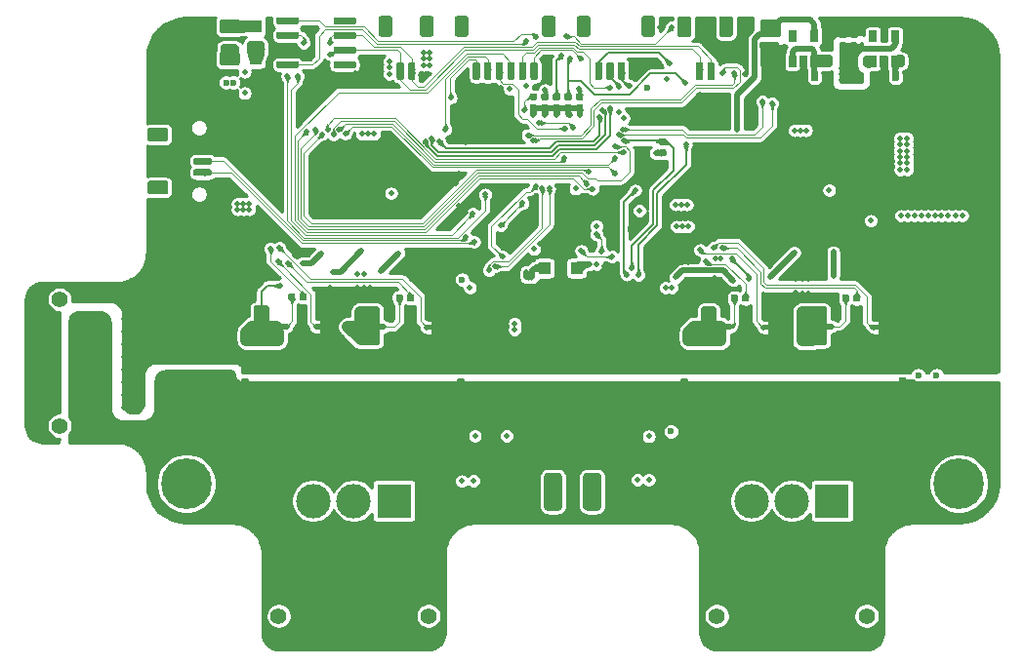
<source format=gbr>
%TF.GenerationSoftware,KiCad,Pcbnew,(5.1.5)-3*%
%TF.CreationDate,2021-04-30T11:05:50+08:00*%
%TF.ProjectId,bldc_motor_cntroller,626c6463-5f6d-46f7-946f-725f636e7472,rev?*%
%TF.SameCoordinates,PX57bcf00PY69db9c0*%
%TF.FileFunction,Copper,L4,Bot*%
%TF.FilePolarity,Positive*%
%FSLAX46Y46*%
G04 Gerber Fmt 4.6, Leading zero omitted, Abs format (unit mm)*
G04 Created by KiCad (PCBNEW (5.1.5)-3) date 2021-04-30 11:05:50*
%MOMM*%
%LPD*%
G04 APERTURE LIST*
%TA.AperFunction,EtchedComponent*%
%ADD10C,0.100000*%
%TD*%
%TA.AperFunction,Conductor*%
%ADD11C,0.500000*%
%TD*%
%TA.AperFunction,ComponentPad*%
%ADD12C,0.508000*%
%TD*%
%TA.AperFunction,SMDPad,CuDef*%
%ADD13C,0.100000*%
%TD*%
%TA.AperFunction,SMDPad,CuDef*%
%ADD14R,1.100000X1.100000*%
%TD*%
%TA.AperFunction,ComponentPad*%
%ADD15C,0.100000*%
%TD*%
%TA.AperFunction,ComponentPad*%
%ADD16C,0.700000*%
%TD*%
%TA.AperFunction,ComponentPad*%
%ADD17C,4.400000*%
%TD*%
%TA.AperFunction,SMDPad,CuDef*%
%ADD18R,0.650000X1.060000*%
%TD*%
%TA.AperFunction,ComponentPad*%
%ADD19C,3.500000*%
%TD*%
%TA.AperFunction,ComponentPad*%
%ADD20R,3.500000X3.500000*%
%TD*%
%TA.AperFunction,ComponentPad*%
%ADD21C,1.400000*%
%TD*%
%TA.AperFunction,ComponentPad*%
%ADD22C,3.000000*%
%TD*%
%TA.AperFunction,ComponentPad*%
%ADD23R,3.000000X3.000000*%
%TD*%
%TA.AperFunction,ComponentPad*%
%ADD24O,2.100000X1.000000*%
%TD*%
%TA.AperFunction,ComponentPad*%
%ADD25O,1.600000X1.000000*%
%TD*%
%TA.AperFunction,ViaPad*%
%ADD26C,0.500000*%
%TD*%
%TA.AperFunction,ViaPad*%
%ADD27C,0.600000*%
%TD*%
%TA.AperFunction,Conductor*%
%ADD28C,0.200000*%
%TD*%
%TA.AperFunction,Conductor*%
%ADD29C,0.500000*%
%TD*%
%TA.AperFunction,Conductor*%
%ADD30C,0.120000*%
%TD*%
%TA.AperFunction,Conductor*%
%ADD31C,1.000000*%
%TD*%
%TA.AperFunction,Conductor*%
%ADD32C,0.800000*%
%TD*%
%TA.AperFunction,Conductor*%
%ADD33C,0.300000*%
%TD*%
%TA.AperFunction,Conductor*%
%ADD34C,0.254000*%
%TD*%
%TA.AperFunction,Conductor*%
%ADD35C,0.025400*%
%TD*%
G04 APERTURE END LIST*
D10*
%TO.C,NT8*%
G36*
X25725000Y28375000D02*
G01*
X26725000Y28375000D01*
X26725000Y28875000D01*
X25725000Y28875000D01*
X25725000Y28375000D01*
G37*
%TO.C,NT3*%
G36*
X61700000Y28875000D02*
G01*
X60700000Y28875000D01*
X60700000Y28375000D01*
X61700000Y28375000D01*
X61700000Y28875000D01*
G37*
%TO.C,NT1*%
G36*
X70450000Y28900000D02*
G01*
X69450000Y28900000D01*
X69450000Y28400000D01*
X70450000Y28400000D01*
X70450000Y28900000D01*
G37*
%TO.C,NT4*%
G36*
X64550000Y28325000D02*
G01*
X65550000Y28325000D01*
X65550000Y28825000D01*
X64550000Y28825000D01*
X64550000Y28325000D01*
G37*
%TO.C,NT2*%
G36*
X74125000Y28325000D02*
G01*
X75125000Y28325000D01*
X75125000Y28825000D01*
X74125000Y28825000D01*
X74125000Y28325000D01*
G37*
%TO.C,NT5*%
G36*
X31650000Y28850000D02*
G01*
X30650000Y28850000D01*
X30650000Y28350000D01*
X31650000Y28350000D01*
X31650000Y28850000D01*
G37*
%TO.C,NT6*%
G36*
X35325000Y28325000D02*
G01*
X36325000Y28325000D01*
X36325000Y28825000D01*
X35325000Y28825000D01*
X35325000Y28325000D01*
G37*
%TO.C,NT7*%
G36*
X23200000Y28900000D02*
G01*
X22200000Y28900000D01*
X22200000Y28400000D01*
X23200000Y28400000D01*
X23200000Y28900000D01*
G37*
%TD*%
D11*
%TO.N,GND*%
%TO.C,NT8*%
X26725000Y28625000D03*
%TO.N,/Motor_Driver2/SP2*%
X25725000Y28625000D03*
%TD*%
D12*
%TO.P,U1,V*%
%TO.N,GND*%
X64244100Y44181100D03*
X65031500Y44181100D03*
X65818900Y44181100D03*
X66606300Y44181100D03*
X67393700Y44181100D03*
X68181100Y44181100D03*
X68968500Y44181100D03*
X69755900Y44181100D03*
X64244100Y43393700D03*
X65031500Y43393700D03*
X65818900Y43393700D03*
X66606300Y43393700D03*
X67393700Y43393700D03*
X68181100Y43393700D03*
X68968500Y43393700D03*
X69755900Y43393700D03*
X64244100Y42606300D03*
X65031500Y42606300D03*
X65818900Y42606300D03*
X66606300Y42606300D03*
X67393700Y42606300D03*
X68181100Y42606300D03*
X68968500Y42606300D03*
X69755900Y42606300D03*
X64244100Y41818900D03*
X65031500Y41818900D03*
X65818900Y41818900D03*
X66606300Y41818900D03*
X67393700Y41818900D03*
X68181100Y41818900D03*
X68968500Y41818900D03*
X69755900Y41818900D03*
%TD*%
%TA.AperFunction,SMDPad,CuDef*%
D13*
%TO.P,R56,2*%
%TO.N,/I/O Interface/ENC1_Z*%
G36*
X44786958Y48879290D02*
G01*
X44801276Y48877166D01*
X44815317Y48873649D01*
X44828946Y48868772D01*
X44842031Y48862583D01*
X44854447Y48855142D01*
X44866073Y48846519D01*
X44876798Y48836798D01*
X44886519Y48826073D01*
X44895142Y48814447D01*
X44902583Y48802031D01*
X44908772Y48788946D01*
X44913649Y48775317D01*
X44917166Y48761276D01*
X44919290Y48746958D01*
X44920000Y48732500D01*
X44920000Y48437500D01*
X44919290Y48423042D01*
X44917166Y48408724D01*
X44913649Y48394683D01*
X44908772Y48381054D01*
X44902583Y48367969D01*
X44895142Y48355553D01*
X44886519Y48343927D01*
X44876798Y48333202D01*
X44866073Y48323481D01*
X44854447Y48314858D01*
X44842031Y48307417D01*
X44828946Y48301228D01*
X44815317Y48296351D01*
X44801276Y48292834D01*
X44786958Y48290710D01*
X44772500Y48290000D01*
X44427500Y48290000D01*
X44413042Y48290710D01*
X44398724Y48292834D01*
X44384683Y48296351D01*
X44371054Y48301228D01*
X44357969Y48307417D01*
X44345553Y48314858D01*
X44333927Y48323481D01*
X44323202Y48333202D01*
X44313481Y48343927D01*
X44304858Y48355553D01*
X44297417Y48367969D01*
X44291228Y48381054D01*
X44286351Y48394683D01*
X44282834Y48408724D01*
X44280710Y48423042D01*
X44280000Y48437500D01*
X44280000Y48732500D01*
X44280710Y48746958D01*
X44282834Y48761276D01*
X44286351Y48775317D01*
X44291228Y48788946D01*
X44297417Y48802031D01*
X44304858Y48814447D01*
X44313481Y48826073D01*
X44323202Y48836798D01*
X44333927Y48846519D01*
X44345553Y48855142D01*
X44357969Y48862583D01*
X44371054Y48868772D01*
X44384683Y48873649D01*
X44398724Y48877166D01*
X44413042Y48879290D01*
X44427500Y48880000D01*
X44772500Y48880000D01*
X44786958Y48879290D01*
G37*
%TD.AperFunction*%
%TA.AperFunction,SMDPad,CuDef*%
%TO.P,R56,1*%
%TO.N,+3V3*%
G36*
X44786958Y47909290D02*
G01*
X44801276Y47907166D01*
X44815317Y47903649D01*
X44828946Y47898772D01*
X44842031Y47892583D01*
X44854447Y47885142D01*
X44866073Y47876519D01*
X44876798Y47866798D01*
X44886519Y47856073D01*
X44895142Y47844447D01*
X44902583Y47832031D01*
X44908772Y47818946D01*
X44913649Y47805317D01*
X44917166Y47791276D01*
X44919290Y47776958D01*
X44920000Y47762500D01*
X44920000Y47467500D01*
X44919290Y47453042D01*
X44917166Y47438724D01*
X44913649Y47424683D01*
X44908772Y47411054D01*
X44902583Y47397969D01*
X44895142Y47385553D01*
X44886519Y47373927D01*
X44876798Y47363202D01*
X44866073Y47353481D01*
X44854447Y47344858D01*
X44842031Y47337417D01*
X44828946Y47331228D01*
X44815317Y47326351D01*
X44801276Y47322834D01*
X44786958Y47320710D01*
X44772500Y47320000D01*
X44427500Y47320000D01*
X44413042Y47320710D01*
X44398724Y47322834D01*
X44384683Y47326351D01*
X44371054Y47331228D01*
X44357969Y47337417D01*
X44345553Y47344858D01*
X44333927Y47353481D01*
X44323202Y47363202D01*
X44313481Y47373927D01*
X44304858Y47385553D01*
X44297417Y47397969D01*
X44291228Y47411054D01*
X44286351Y47424683D01*
X44282834Y47438724D01*
X44280710Y47453042D01*
X44280000Y47467500D01*
X44280000Y47762500D01*
X44280710Y47776958D01*
X44282834Y47791276D01*
X44286351Y47805317D01*
X44291228Y47818946D01*
X44297417Y47832031D01*
X44304858Y47844447D01*
X44313481Y47856073D01*
X44323202Y47866798D01*
X44333927Y47876519D01*
X44345553Y47885142D01*
X44357969Y47892583D01*
X44371054Y47898772D01*
X44384683Y47903649D01*
X44398724Y47907166D01*
X44413042Y47909290D01*
X44427500Y47910000D01*
X44772500Y47910000D01*
X44786958Y47909290D01*
G37*
%TD.AperFunction*%
%TD*%
%TA.AperFunction,SMDPad,CuDef*%
%TO.P,J9,1*%
%TO.N,+5V*%
G36*
X50414703Y51599278D02*
G01*
X50429264Y51597118D01*
X50443543Y51593541D01*
X50457403Y51588582D01*
X50470710Y51582288D01*
X50483336Y51574720D01*
X50495159Y51565952D01*
X50506066Y51556066D01*
X50515952Y51545159D01*
X50524720Y51533336D01*
X50532288Y51520710D01*
X50538582Y51507403D01*
X50543541Y51493543D01*
X50547118Y51479264D01*
X50549278Y51464703D01*
X50550000Y51450000D01*
X50550000Y50200000D01*
X50549278Y50185297D01*
X50547118Y50170736D01*
X50543541Y50156457D01*
X50538582Y50142597D01*
X50532288Y50129290D01*
X50524720Y50116664D01*
X50515952Y50104841D01*
X50506066Y50093934D01*
X50495159Y50084048D01*
X50483336Y50075280D01*
X50470710Y50067712D01*
X50457403Y50061418D01*
X50443543Y50056459D01*
X50429264Y50052882D01*
X50414703Y50050722D01*
X50400000Y50050000D01*
X50100000Y50050000D01*
X50085297Y50050722D01*
X50070736Y50052882D01*
X50056457Y50056459D01*
X50042597Y50061418D01*
X50029290Y50067712D01*
X50016664Y50075280D01*
X50004841Y50084048D01*
X49993934Y50093934D01*
X49984048Y50104841D01*
X49975280Y50116664D01*
X49967712Y50129290D01*
X49961418Y50142597D01*
X49956459Y50156457D01*
X49952882Y50170736D01*
X49950722Y50185297D01*
X49950000Y50200000D01*
X49950000Y51450000D01*
X49950722Y51464703D01*
X49952882Y51479264D01*
X49956459Y51493543D01*
X49961418Y51507403D01*
X49967712Y51520710D01*
X49975280Y51533336D01*
X49984048Y51545159D01*
X49993934Y51556066D01*
X50004841Y51565952D01*
X50016664Y51574720D01*
X50029290Y51582288D01*
X50042597Y51588582D01*
X50056457Y51593541D01*
X50070736Y51597118D01*
X50085297Y51599278D01*
X50100000Y51600000D01*
X50400000Y51600000D01*
X50414703Y51599278D01*
G37*
%TD.AperFunction*%
%TA.AperFunction,SMDPad,CuDef*%
%TO.P,J9,2*%
%TO.N,/I/O Interface/DEBUG_SWDIO*%
G36*
X51414703Y51599278D02*
G01*
X51429264Y51597118D01*
X51443543Y51593541D01*
X51457403Y51588582D01*
X51470710Y51582288D01*
X51483336Y51574720D01*
X51495159Y51565952D01*
X51506066Y51556066D01*
X51515952Y51545159D01*
X51524720Y51533336D01*
X51532288Y51520710D01*
X51538582Y51507403D01*
X51543541Y51493543D01*
X51547118Y51479264D01*
X51549278Y51464703D01*
X51550000Y51450000D01*
X51550000Y50200000D01*
X51549278Y50185297D01*
X51547118Y50170736D01*
X51543541Y50156457D01*
X51538582Y50142597D01*
X51532288Y50129290D01*
X51524720Y50116664D01*
X51515952Y50104841D01*
X51506066Y50093934D01*
X51495159Y50084048D01*
X51483336Y50075280D01*
X51470710Y50067712D01*
X51457403Y50061418D01*
X51443543Y50056459D01*
X51429264Y50052882D01*
X51414703Y50050722D01*
X51400000Y50050000D01*
X51100000Y50050000D01*
X51085297Y50050722D01*
X51070736Y50052882D01*
X51056457Y50056459D01*
X51042597Y50061418D01*
X51029290Y50067712D01*
X51016664Y50075280D01*
X51004841Y50084048D01*
X50993934Y50093934D01*
X50984048Y50104841D01*
X50975280Y50116664D01*
X50967712Y50129290D01*
X50961418Y50142597D01*
X50956459Y50156457D01*
X50952882Y50170736D01*
X50950722Y50185297D01*
X50950000Y50200000D01*
X50950000Y51450000D01*
X50950722Y51464703D01*
X50952882Y51479264D01*
X50956459Y51493543D01*
X50961418Y51507403D01*
X50967712Y51520710D01*
X50975280Y51533336D01*
X50984048Y51545159D01*
X50993934Y51556066D01*
X51004841Y51565952D01*
X51016664Y51574720D01*
X51029290Y51582288D01*
X51042597Y51588582D01*
X51056457Y51593541D01*
X51070736Y51597118D01*
X51085297Y51599278D01*
X51100000Y51600000D01*
X51400000Y51600000D01*
X51414703Y51599278D01*
G37*
%TD.AperFunction*%
%TA.AperFunction,SMDPad,CuDef*%
%TO.P,J9,3*%
%TO.N,/I/O Interface/DEBUG_SWCLK*%
G36*
X52414703Y51599278D02*
G01*
X52429264Y51597118D01*
X52443543Y51593541D01*
X52457403Y51588582D01*
X52470710Y51582288D01*
X52483336Y51574720D01*
X52495159Y51565952D01*
X52506066Y51556066D01*
X52515952Y51545159D01*
X52524720Y51533336D01*
X52532288Y51520710D01*
X52538582Y51507403D01*
X52543541Y51493543D01*
X52547118Y51479264D01*
X52549278Y51464703D01*
X52550000Y51450000D01*
X52550000Y50200000D01*
X52549278Y50185297D01*
X52547118Y50170736D01*
X52543541Y50156457D01*
X52538582Y50142597D01*
X52532288Y50129290D01*
X52524720Y50116664D01*
X52515952Y50104841D01*
X52506066Y50093934D01*
X52495159Y50084048D01*
X52483336Y50075280D01*
X52470710Y50067712D01*
X52457403Y50061418D01*
X52443543Y50056459D01*
X52429264Y50052882D01*
X52414703Y50050722D01*
X52400000Y50050000D01*
X52100000Y50050000D01*
X52085297Y50050722D01*
X52070736Y50052882D01*
X52056457Y50056459D01*
X52042597Y50061418D01*
X52029290Y50067712D01*
X52016664Y50075280D01*
X52004841Y50084048D01*
X51993934Y50093934D01*
X51984048Y50104841D01*
X51975280Y50116664D01*
X51967712Y50129290D01*
X51961418Y50142597D01*
X51956459Y50156457D01*
X51952882Y50170736D01*
X51950722Y50185297D01*
X51950000Y50200000D01*
X51950000Y51450000D01*
X51950722Y51464703D01*
X51952882Y51479264D01*
X51956459Y51493543D01*
X51961418Y51507403D01*
X51967712Y51520710D01*
X51975280Y51533336D01*
X51984048Y51545159D01*
X51993934Y51556066D01*
X52004841Y51565952D01*
X52016664Y51574720D01*
X52029290Y51582288D01*
X52042597Y51588582D01*
X52056457Y51593541D01*
X52070736Y51597118D01*
X52085297Y51599278D01*
X52100000Y51600000D01*
X52400000Y51600000D01*
X52414703Y51599278D01*
G37*
%TD.AperFunction*%
%TA.AperFunction,SMDPad,CuDef*%
%TO.P,J9,4*%
%TO.N,GND*%
G36*
X53414703Y51599278D02*
G01*
X53429264Y51597118D01*
X53443543Y51593541D01*
X53457403Y51588582D01*
X53470710Y51582288D01*
X53483336Y51574720D01*
X53495159Y51565952D01*
X53506066Y51556066D01*
X53515952Y51545159D01*
X53524720Y51533336D01*
X53532288Y51520710D01*
X53538582Y51507403D01*
X53543541Y51493543D01*
X53547118Y51479264D01*
X53549278Y51464703D01*
X53550000Y51450000D01*
X53550000Y50200000D01*
X53549278Y50185297D01*
X53547118Y50170736D01*
X53543541Y50156457D01*
X53538582Y50142597D01*
X53532288Y50129290D01*
X53524720Y50116664D01*
X53515952Y50104841D01*
X53506066Y50093934D01*
X53495159Y50084048D01*
X53483336Y50075280D01*
X53470710Y50067712D01*
X53457403Y50061418D01*
X53443543Y50056459D01*
X53429264Y50052882D01*
X53414703Y50050722D01*
X53400000Y50050000D01*
X53100000Y50050000D01*
X53085297Y50050722D01*
X53070736Y50052882D01*
X53056457Y50056459D01*
X53042597Y50061418D01*
X53029290Y50067712D01*
X53016664Y50075280D01*
X53004841Y50084048D01*
X52993934Y50093934D01*
X52984048Y50104841D01*
X52975280Y50116664D01*
X52967712Y50129290D01*
X52961418Y50142597D01*
X52956459Y50156457D01*
X52952882Y50170736D01*
X52950722Y50185297D01*
X52950000Y50200000D01*
X52950000Y51450000D01*
X52950722Y51464703D01*
X52952882Y51479264D01*
X52956459Y51493543D01*
X52961418Y51507403D01*
X52967712Y51520710D01*
X52975280Y51533336D01*
X52984048Y51545159D01*
X52993934Y51556066D01*
X53004841Y51565952D01*
X53016664Y51574720D01*
X53029290Y51582288D01*
X53042597Y51588582D01*
X53056457Y51593541D01*
X53070736Y51597118D01*
X53085297Y51599278D01*
X53100000Y51600000D01*
X53400000Y51600000D01*
X53414703Y51599278D01*
G37*
%TD.AperFunction*%
%TA.AperFunction,SMDPad,CuDef*%
%TO.P,J9,MP*%
%TO.N,N/C*%
G36*
X49324505Y55598796D02*
G01*
X49348773Y55595196D01*
X49372572Y55589235D01*
X49395671Y55580970D01*
X49417850Y55570480D01*
X49438893Y55557868D01*
X49458599Y55543253D01*
X49476777Y55526777D01*
X49493253Y55508599D01*
X49507868Y55488893D01*
X49520480Y55467850D01*
X49530970Y55445671D01*
X49539235Y55422572D01*
X49545196Y55398773D01*
X49548796Y55374505D01*
X49550000Y55350001D01*
X49550000Y54049999D01*
X49548796Y54025495D01*
X49545196Y54001227D01*
X49539235Y53977428D01*
X49530970Y53954329D01*
X49520480Y53932150D01*
X49507868Y53911107D01*
X49493253Y53891401D01*
X49476777Y53873223D01*
X49458599Y53856747D01*
X49438893Y53842132D01*
X49417850Y53829520D01*
X49395671Y53819030D01*
X49372572Y53810765D01*
X49348773Y53804804D01*
X49324505Y53801204D01*
X49300001Y53800000D01*
X48599999Y53800000D01*
X48575495Y53801204D01*
X48551227Y53804804D01*
X48527428Y53810765D01*
X48504329Y53819030D01*
X48482150Y53829520D01*
X48461107Y53842132D01*
X48441401Y53856747D01*
X48423223Y53873223D01*
X48406747Y53891401D01*
X48392132Y53911107D01*
X48379520Y53932150D01*
X48369030Y53954329D01*
X48360765Y53977428D01*
X48354804Y54001227D01*
X48351204Y54025495D01*
X48350000Y54049999D01*
X48350000Y55350001D01*
X48351204Y55374505D01*
X48354804Y55398773D01*
X48360765Y55422572D01*
X48369030Y55445671D01*
X48379520Y55467850D01*
X48392132Y55488893D01*
X48406747Y55508599D01*
X48423223Y55526777D01*
X48441401Y55543253D01*
X48461107Y55557868D01*
X48482150Y55570480D01*
X48504329Y55580970D01*
X48527428Y55589235D01*
X48551227Y55595196D01*
X48575495Y55598796D01*
X48599999Y55600000D01*
X49300001Y55600000D01*
X49324505Y55598796D01*
G37*
%TD.AperFunction*%
%TA.AperFunction,SMDPad,CuDef*%
G36*
X54924505Y55598796D02*
G01*
X54948773Y55595196D01*
X54972572Y55589235D01*
X54995671Y55580970D01*
X55017850Y55570480D01*
X55038893Y55557868D01*
X55058599Y55543253D01*
X55076777Y55526777D01*
X55093253Y55508599D01*
X55107868Y55488893D01*
X55120480Y55467850D01*
X55130970Y55445671D01*
X55139235Y55422572D01*
X55145196Y55398773D01*
X55148796Y55374505D01*
X55150000Y55350001D01*
X55150000Y54049999D01*
X55148796Y54025495D01*
X55145196Y54001227D01*
X55139235Y53977428D01*
X55130970Y53954329D01*
X55120480Y53932150D01*
X55107868Y53911107D01*
X55093253Y53891401D01*
X55076777Y53873223D01*
X55058599Y53856747D01*
X55038893Y53842132D01*
X55017850Y53829520D01*
X54995671Y53819030D01*
X54972572Y53810765D01*
X54948773Y53804804D01*
X54924505Y53801204D01*
X54900001Y53800000D01*
X54199999Y53800000D01*
X54175495Y53801204D01*
X54151227Y53804804D01*
X54127428Y53810765D01*
X54104329Y53819030D01*
X54082150Y53829520D01*
X54061107Y53842132D01*
X54041401Y53856747D01*
X54023223Y53873223D01*
X54006747Y53891401D01*
X53992132Y53911107D01*
X53979520Y53932150D01*
X53969030Y53954329D01*
X53960765Y53977428D01*
X53954804Y54001227D01*
X53951204Y54025495D01*
X53950000Y54049999D01*
X53950000Y55350001D01*
X53951204Y55374505D01*
X53954804Y55398773D01*
X53960765Y55422572D01*
X53969030Y55445671D01*
X53979520Y55467850D01*
X53992132Y55488893D01*
X54006747Y55508599D01*
X54023223Y55526777D01*
X54041401Y55543253D01*
X54061107Y55557868D01*
X54082150Y55570480D01*
X54104329Y55580970D01*
X54127428Y55589235D01*
X54151227Y55595196D01*
X54175495Y55598796D01*
X54199999Y55600000D01*
X54900001Y55600000D01*
X54924505Y55598796D01*
G37*
%TD.AperFunction*%
%TD*%
D14*
%TO.P,D4,2*%
%TO.N,Net-(D4-Pad2)*%
X20500000Y54700000D03*
%TO.P,D4,1*%
%TO.N,+5V*%
X20500000Y51900000D03*
%TD*%
D12*
%TO.P,U2,V*%
%TO.N,GND*%
X31755900Y41818900D03*
X30968500Y41818900D03*
X30181100Y41818900D03*
X29393700Y41818900D03*
X28606300Y41818900D03*
X27818900Y41818900D03*
X27031500Y41818900D03*
X26244100Y41818900D03*
X31755900Y42606300D03*
X30968500Y42606300D03*
X30181100Y42606300D03*
X29393700Y42606300D03*
X28606300Y42606300D03*
X27818900Y42606300D03*
X27031500Y42606300D03*
X26244100Y42606300D03*
X31755900Y43393700D03*
X30968500Y43393700D03*
X30181100Y43393700D03*
X29393700Y43393700D03*
X28606300Y43393700D03*
X27818900Y43393700D03*
X27031500Y43393700D03*
X26244100Y43393700D03*
X31755900Y44181100D03*
X30968500Y44181100D03*
X30181100Y44181100D03*
X29393700Y44181100D03*
X28606300Y44181100D03*
X27818900Y44181100D03*
X27031500Y44181100D03*
X26244100Y44181100D03*
%TD*%
%TA.AperFunction,ComponentPad*%
D15*
%TO.P,H5,1*%
%TO.N,GND*%
G36*
X50139207Y15948074D02*
G01*
X50178036Y15942314D01*
X50216114Y15932776D01*
X50253073Y15919552D01*
X50288559Y15902769D01*
X50322228Y15882588D01*
X50353757Y15859204D01*
X50382843Y15832843D01*
X50409204Y15803757D01*
X50432588Y15772228D01*
X50452769Y15738559D01*
X50469552Y15703073D01*
X50482776Y15666114D01*
X50492314Y15628036D01*
X50498074Y15589207D01*
X50500000Y15550000D01*
X50500000Y13050000D01*
X50498074Y13010793D01*
X50492314Y12971964D01*
X50482776Y12933886D01*
X50469552Y12896927D01*
X50452769Y12861441D01*
X50432588Y12827772D01*
X50409204Y12796243D01*
X50382843Y12767157D01*
X50353757Y12740796D01*
X50322228Y12717412D01*
X50288559Y12697231D01*
X50253073Y12680448D01*
X50216114Y12667224D01*
X50178036Y12657686D01*
X50139207Y12651926D01*
X50100000Y12650000D01*
X49300000Y12650000D01*
X49260793Y12651926D01*
X49221964Y12657686D01*
X49183886Y12667224D01*
X49146927Y12680448D01*
X49111441Y12697231D01*
X49077772Y12717412D01*
X49046243Y12740796D01*
X49017157Y12767157D01*
X48990796Y12796243D01*
X48967412Y12827772D01*
X48947231Y12861441D01*
X48930448Y12896927D01*
X48917224Y12933886D01*
X48907686Y12971964D01*
X48901926Y13010793D01*
X48900000Y13050000D01*
X48900000Y15550000D01*
X48901926Y15589207D01*
X48907686Y15628036D01*
X48917224Y15666114D01*
X48930448Y15703073D01*
X48947231Y15738559D01*
X48967412Y15772228D01*
X48990796Y15803757D01*
X49017157Y15832843D01*
X49046243Y15859204D01*
X49077772Y15882588D01*
X49111441Y15902769D01*
X49146927Y15919552D01*
X49183886Y15932776D01*
X49221964Y15942314D01*
X49260793Y15948074D01*
X49300000Y15950000D01*
X50100000Y15950000D01*
X50139207Y15948074D01*
G37*
%TD.AperFunction*%
%TD*%
%TA.AperFunction,ComponentPad*%
%TO.P,H6,1*%
%TO.N,/Power Management/HS*%
G36*
X46739207Y15948074D02*
G01*
X46778036Y15942314D01*
X46816114Y15932776D01*
X46853073Y15919552D01*
X46888559Y15902769D01*
X46922228Y15882588D01*
X46953757Y15859204D01*
X46982843Y15832843D01*
X47009204Y15803757D01*
X47032588Y15772228D01*
X47052769Y15738559D01*
X47069552Y15703073D01*
X47082776Y15666114D01*
X47092314Y15628036D01*
X47098074Y15589207D01*
X47100000Y15550000D01*
X47100000Y13050000D01*
X47098074Y13010793D01*
X47092314Y12971964D01*
X47082776Y12933886D01*
X47069552Y12896927D01*
X47052769Y12861441D01*
X47032588Y12827772D01*
X47009204Y12796243D01*
X46982843Y12767157D01*
X46953757Y12740796D01*
X46922228Y12717412D01*
X46888559Y12697231D01*
X46853073Y12680448D01*
X46816114Y12667224D01*
X46778036Y12657686D01*
X46739207Y12651926D01*
X46700000Y12650000D01*
X45900000Y12650000D01*
X45860793Y12651926D01*
X45821964Y12657686D01*
X45783886Y12667224D01*
X45746927Y12680448D01*
X45711441Y12697231D01*
X45677772Y12717412D01*
X45646243Y12740796D01*
X45617157Y12767157D01*
X45590796Y12796243D01*
X45567412Y12827772D01*
X45547231Y12861441D01*
X45530448Y12896927D01*
X45517224Y12933886D01*
X45507686Y12971964D01*
X45501926Y13010793D01*
X45500000Y13050000D01*
X45500000Y15550000D01*
X45501926Y15589207D01*
X45507686Y15628036D01*
X45517224Y15666114D01*
X45530448Y15703073D01*
X45547231Y15738559D01*
X45567412Y15772228D01*
X45590796Y15803757D01*
X45617157Y15832843D01*
X45646243Y15859204D01*
X45677772Y15882588D01*
X45711441Y15902769D01*
X45746927Y15919552D01*
X45783886Y15932776D01*
X45821964Y15942314D01*
X45860793Y15948074D01*
X45900000Y15950000D01*
X46700000Y15950000D01*
X46739207Y15948074D01*
G37*
%TD.AperFunction*%
%TD*%
D16*
%TO.P,H4,1*%
%TO.N,GND*%
X82666726Y16166726D03*
X81500000Y16650000D03*
X80333274Y16166726D03*
X79850000Y15000000D03*
X80333274Y13833274D03*
X81500000Y13350000D03*
X82666726Y13833274D03*
X83150000Y15000000D03*
D17*
X81500000Y15000000D03*
%TD*%
D16*
%TO.P,H3,1*%
%TO.N,GND*%
X82666726Y53166726D03*
X81500000Y53650000D03*
X80333274Y53166726D03*
X79850000Y52000000D03*
X80333274Y50833274D03*
X81500000Y50350000D03*
X82666726Y50833274D03*
X83150000Y52000000D03*
D17*
X81500000Y52000000D03*
%TD*%
D16*
%TO.P,H2,1*%
%TO.N,GND*%
X15666726Y16166726D03*
X14500000Y16650000D03*
X13333274Y16166726D03*
X12850000Y15000000D03*
X13333274Y13833274D03*
X14500000Y13350000D03*
X15666726Y13833274D03*
X16150000Y15000000D03*
D17*
X14500000Y15000000D03*
%TD*%
D16*
%TO.P,H1,1*%
%TO.N,GND*%
X15666726Y53166726D03*
X14500000Y53650000D03*
X13333274Y53166726D03*
X12850000Y52000000D03*
X13333274Y50833274D03*
X14500000Y50350000D03*
X15666726Y50833274D03*
X16150000Y52000000D03*
D17*
X14500000Y52000000D03*
%TD*%
%TA.AperFunction,SMDPad,CuDef*%
D13*
%TO.P,J6,MP*%
%TO.N,N/C*%
G36*
X46324505Y55598796D02*
G01*
X46348773Y55595196D01*
X46372572Y55589235D01*
X46395671Y55580970D01*
X46417850Y55570480D01*
X46438893Y55557868D01*
X46458599Y55543253D01*
X46476777Y55526777D01*
X46493253Y55508599D01*
X46507868Y55488893D01*
X46520480Y55467850D01*
X46530970Y55445671D01*
X46539235Y55422572D01*
X46545196Y55398773D01*
X46548796Y55374505D01*
X46550000Y55350001D01*
X46550000Y54049999D01*
X46548796Y54025495D01*
X46545196Y54001227D01*
X46539235Y53977428D01*
X46530970Y53954329D01*
X46520480Y53932150D01*
X46507868Y53911107D01*
X46493253Y53891401D01*
X46476777Y53873223D01*
X46458599Y53856747D01*
X46438893Y53842132D01*
X46417850Y53829520D01*
X46395671Y53819030D01*
X46372572Y53810765D01*
X46348773Y53804804D01*
X46324505Y53801204D01*
X46300001Y53800000D01*
X45599999Y53800000D01*
X45575495Y53801204D01*
X45551227Y53804804D01*
X45527428Y53810765D01*
X45504329Y53819030D01*
X45482150Y53829520D01*
X45461107Y53842132D01*
X45441401Y53856747D01*
X45423223Y53873223D01*
X45406747Y53891401D01*
X45392132Y53911107D01*
X45379520Y53932150D01*
X45369030Y53954329D01*
X45360765Y53977428D01*
X45354804Y54001227D01*
X45351204Y54025495D01*
X45350000Y54049999D01*
X45350000Y55350001D01*
X45351204Y55374505D01*
X45354804Y55398773D01*
X45360765Y55422572D01*
X45369030Y55445671D01*
X45379520Y55467850D01*
X45392132Y55488893D01*
X45406747Y55508599D01*
X45423223Y55526777D01*
X45441401Y55543253D01*
X45461107Y55557868D01*
X45482150Y55570480D01*
X45504329Y55580970D01*
X45527428Y55589235D01*
X45551227Y55595196D01*
X45575495Y55598796D01*
X45599999Y55600000D01*
X46300001Y55600000D01*
X46324505Y55598796D01*
G37*
%TD.AperFunction*%
%TA.AperFunction,SMDPad,CuDef*%
G36*
X38724505Y55598796D02*
G01*
X38748773Y55595196D01*
X38772572Y55589235D01*
X38795671Y55580970D01*
X38817850Y55570480D01*
X38838893Y55557868D01*
X38858599Y55543253D01*
X38876777Y55526777D01*
X38893253Y55508599D01*
X38907868Y55488893D01*
X38920480Y55467850D01*
X38930970Y55445671D01*
X38939235Y55422572D01*
X38945196Y55398773D01*
X38948796Y55374505D01*
X38950000Y55350001D01*
X38950000Y54049999D01*
X38948796Y54025495D01*
X38945196Y54001227D01*
X38939235Y53977428D01*
X38930970Y53954329D01*
X38920480Y53932150D01*
X38907868Y53911107D01*
X38893253Y53891401D01*
X38876777Y53873223D01*
X38858599Y53856747D01*
X38838893Y53842132D01*
X38817850Y53829520D01*
X38795671Y53819030D01*
X38772572Y53810765D01*
X38748773Y53804804D01*
X38724505Y53801204D01*
X38700001Y53800000D01*
X37999999Y53800000D01*
X37975495Y53801204D01*
X37951227Y53804804D01*
X37927428Y53810765D01*
X37904329Y53819030D01*
X37882150Y53829520D01*
X37861107Y53842132D01*
X37841401Y53856747D01*
X37823223Y53873223D01*
X37806747Y53891401D01*
X37792132Y53911107D01*
X37779520Y53932150D01*
X37769030Y53954329D01*
X37760765Y53977428D01*
X37754804Y54001227D01*
X37751204Y54025495D01*
X37750000Y54049999D01*
X37750000Y55350001D01*
X37751204Y55374505D01*
X37754804Y55398773D01*
X37760765Y55422572D01*
X37769030Y55445671D01*
X37779520Y55467850D01*
X37792132Y55488893D01*
X37806747Y55508599D01*
X37823223Y55526777D01*
X37841401Y55543253D01*
X37861107Y55557868D01*
X37882150Y55570480D01*
X37904329Y55580970D01*
X37927428Y55589235D01*
X37951227Y55595196D01*
X37975495Y55598796D01*
X37999999Y55600000D01*
X38700001Y55600000D01*
X38724505Y55598796D01*
G37*
%TD.AperFunction*%
%TA.AperFunction,SMDPad,CuDef*%
%TO.P,J6,6*%
%TO.N,/I/O Interface/GPIO_8*%
G36*
X44814703Y51599278D02*
G01*
X44829264Y51597118D01*
X44843543Y51593541D01*
X44857403Y51588582D01*
X44870710Y51582288D01*
X44883336Y51574720D01*
X44895159Y51565952D01*
X44906066Y51556066D01*
X44915952Y51545159D01*
X44924720Y51533336D01*
X44932288Y51520710D01*
X44938582Y51507403D01*
X44943541Y51493543D01*
X44947118Y51479264D01*
X44949278Y51464703D01*
X44950000Y51450000D01*
X44950000Y50200000D01*
X44949278Y50185297D01*
X44947118Y50170736D01*
X44943541Y50156457D01*
X44938582Y50142597D01*
X44932288Y50129290D01*
X44924720Y50116664D01*
X44915952Y50104841D01*
X44906066Y50093934D01*
X44895159Y50084048D01*
X44883336Y50075280D01*
X44870710Y50067712D01*
X44857403Y50061418D01*
X44843543Y50056459D01*
X44829264Y50052882D01*
X44814703Y50050722D01*
X44800000Y50050000D01*
X44500000Y50050000D01*
X44485297Y50050722D01*
X44470736Y50052882D01*
X44456457Y50056459D01*
X44442597Y50061418D01*
X44429290Y50067712D01*
X44416664Y50075280D01*
X44404841Y50084048D01*
X44393934Y50093934D01*
X44384048Y50104841D01*
X44375280Y50116664D01*
X44367712Y50129290D01*
X44361418Y50142597D01*
X44356459Y50156457D01*
X44352882Y50170736D01*
X44350722Y50185297D01*
X44350000Y50200000D01*
X44350000Y51450000D01*
X44350722Y51464703D01*
X44352882Y51479264D01*
X44356459Y51493543D01*
X44361418Y51507403D01*
X44367712Y51520710D01*
X44375280Y51533336D01*
X44384048Y51545159D01*
X44393934Y51556066D01*
X44404841Y51565952D01*
X44416664Y51574720D01*
X44429290Y51582288D01*
X44442597Y51588582D01*
X44456457Y51593541D01*
X44470736Y51597118D01*
X44485297Y51599278D01*
X44500000Y51600000D01*
X44800000Y51600000D01*
X44814703Y51599278D01*
G37*
%TD.AperFunction*%
%TA.AperFunction,SMDPad,CuDef*%
%TO.P,J6,5*%
%TO.N,/I/O Interface/GPIO_7*%
G36*
X43814703Y51599278D02*
G01*
X43829264Y51597118D01*
X43843543Y51593541D01*
X43857403Y51588582D01*
X43870710Y51582288D01*
X43883336Y51574720D01*
X43895159Y51565952D01*
X43906066Y51556066D01*
X43915952Y51545159D01*
X43924720Y51533336D01*
X43932288Y51520710D01*
X43938582Y51507403D01*
X43943541Y51493543D01*
X43947118Y51479264D01*
X43949278Y51464703D01*
X43950000Y51450000D01*
X43950000Y50200000D01*
X43949278Y50185297D01*
X43947118Y50170736D01*
X43943541Y50156457D01*
X43938582Y50142597D01*
X43932288Y50129290D01*
X43924720Y50116664D01*
X43915952Y50104841D01*
X43906066Y50093934D01*
X43895159Y50084048D01*
X43883336Y50075280D01*
X43870710Y50067712D01*
X43857403Y50061418D01*
X43843543Y50056459D01*
X43829264Y50052882D01*
X43814703Y50050722D01*
X43800000Y50050000D01*
X43500000Y50050000D01*
X43485297Y50050722D01*
X43470736Y50052882D01*
X43456457Y50056459D01*
X43442597Y50061418D01*
X43429290Y50067712D01*
X43416664Y50075280D01*
X43404841Y50084048D01*
X43393934Y50093934D01*
X43384048Y50104841D01*
X43375280Y50116664D01*
X43367712Y50129290D01*
X43361418Y50142597D01*
X43356459Y50156457D01*
X43352882Y50170736D01*
X43350722Y50185297D01*
X43350000Y50200000D01*
X43350000Y51450000D01*
X43350722Y51464703D01*
X43352882Y51479264D01*
X43356459Y51493543D01*
X43361418Y51507403D01*
X43367712Y51520710D01*
X43375280Y51533336D01*
X43384048Y51545159D01*
X43393934Y51556066D01*
X43404841Y51565952D01*
X43416664Y51574720D01*
X43429290Y51582288D01*
X43442597Y51588582D01*
X43456457Y51593541D01*
X43470736Y51597118D01*
X43485297Y51599278D01*
X43500000Y51600000D01*
X43800000Y51600000D01*
X43814703Y51599278D01*
G37*
%TD.AperFunction*%
%TA.AperFunction,SMDPad,CuDef*%
%TO.P,J6,4*%
%TO.N,/I/O Interface/GPIO_6*%
G36*
X42814703Y51599278D02*
G01*
X42829264Y51597118D01*
X42843543Y51593541D01*
X42857403Y51588582D01*
X42870710Y51582288D01*
X42883336Y51574720D01*
X42895159Y51565952D01*
X42906066Y51556066D01*
X42915952Y51545159D01*
X42924720Y51533336D01*
X42932288Y51520710D01*
X42938582Y51507403D01*
X42943541Y51493543D01*
X42947118Y51479264D01*
X42949278Y51464703D01*
X42950000Y51450000D01*
X42950000Y50200000D01*
X42949278Y50185297D01*
X42947118Y50170736D01*
X42943541Y50156457D01*
X42938582Y50142597D01*
X42932288Y50129290D01*
X42924720Y50116664D01*
X42915952Y50104841D01*
X42906066Y50093934D01*
X42895159Y50084048D01*
X42883336Y50075280D01*
X42870710Y50067712D01*
X42857403Y50061418D01*
X42843543Y50056459D01*
X42829264Y50052882D01*
X42814703Y50050722D01*
X42800000Y50050000D01*
X42500000Y50050000D01*
X42485297Y50050722D01*
X42470736Y50052882D01*
X42456457Y50056459D01*
X42442597Y50061418D01*
X42429290Y50067712D01*
X42416664Y50075280D01*
X42404841Y50084048D01*
X42393934Y50093934D01*
X42384048Y50104841D01*
X42375280Y50116664D01*
X42367712Y50129290D01*
X42361418Y50142597D01*
X42356459Y50156457D01*
X42352882Y50170736D01*
X42350722Y50185297D01*
X42350000Y50200000D01*
X42350000Y51450000D01*
X42350722Y51464703D01*
X42352882Y51479264D01*
X42356459Y51493543D01*
X42361418Y51507403D01*
X42367712Y51520710D01*
X42375280Y51533336D01*
X42384048Y51545159D01*
X42393934Y51556066D01*
X42404841Y51565952D01*
X42416664Y51574720D01*
X42429290Y51582288D01*
X42442597Y51588582D01*
X42456457Y51593541D01*
X42470736Y51597118D01*
X42485297Y51599278D01*
X42500000Y51600000D01*
X42800000Y51600000D01*
X42814703Y51599278D01*
G37*
%TD.AperFunction*%
%TA.AperFunction,SMDPad,CuDef*%
%TO.P,J6,3*%
%TO.N,/I/O Interface/GPIO_5*%
G36*
X41814703Y51599278D02*
G01*
X41829264Y51597118D01*
X41843543Y51593541D01*
X41857403Y51588582D01*
X41870710Y51582288D01*
X41883336Y51574720D01*
X41895159Y51565952D01*
X41906066Y51556066D01*
X41915952Y51545159D01*
X41924720Y51533336D01*
X41932288Y51520710D01*
X41938582Y51507403D01*
X41943541Y51493543D01*
X41947118Y51479264D01*
X41949278Y51464703D01*
X41950000Y51450000D01*
X41950000Y50200000D01*
X41949278Y50185297D01*
X41947118Y50170736D01*
X41943541Y50156457D01*
X41938582Y50142597D01*
X41932288Y50129290D01*
X41924720Y50116664D01*
X41915952Y50104841D01*
X41906066Y50093934D01*
X41895159Y50084048D01*
X41883336Y50075280D01*
X41870710Y50067712D01*
X41857403Y50061418D01*
X41843543Y50056459D01*
X41829264Y50052882D01*
X41814703Y50050722D01*
X41800000Y50050000D01*
X41500000Y50050000D01*
X41485297Y50050722D01*
X41470736Y50052882D01*
X41456457Y50056459D01*
X41442597Y50061418D01*
X41429290Y50067712D01*
X41416664Y50075280D01*
X41404841Y50084048D01*
X41393934Y50093934D01*
X41384048Y50104841D01*
X41375280Y50116664D01*
X41367712Y50129290D01*
X41361418Y50142597D01*
X41356459Y50156457D01*
X41352882Y50170736D01*
X41350722Y50185297D01*
X41350000Y50200000D01*
X41350000Y51450000D01*
X41350722Y51464703D01*
X41352882Y51479264D01*
X41356459Y51493543D01*
X41361418Y51507403D01*
X41367712Y51520710D01*
X41375280Y51533336D01*
X41384048Y51545159D01*
X41393934Y51556066D01*
X41404841Y51565952D01*
X41416664Y51574720D01*
X41429290Y51582288D01*
X41442597Y51588582D01*
X41456457Y51593541D01*
X41470736Y51597118D01*
X41485297Y51599278D01*
X41500000Y51600000D01*
X41800000Y51600000D01*
X41814703Y51599278D01*
G37*
%TD.AperFunction*%
%TA.AperFunction,SMDPad,CuDef*%
%TO.P,J6,2*%
%TO.N,/I/O Interface/GPIO_4*%
G36*
X40814703Y51599278D02*
G01*
X40829264Y51597118D01*
X40843543Y51593541D01*
X40857403Y51588582D01*
X40870710Y51582288D01*
X40883336Y51574720D01*
X40895159Y51565952D01*
X40906066Y51556066D01*
X40915952Y51545159D01*
X40924720Y51533336D01*
X40932288Y51520710D01*
X40938582Y51507403D01*
X40943541Y51493543D01*
X40947118Y51479264D01*
X40949278Y51464703D01*
X40950000Y51450000D01*
X40950000Y50200000D01*
X40949278Y50185297D01*
X40947118Y50170736D01*
X40943541Y50156457D01*
X40938582Y50142597D01*
X40932288Y50129290D01*
X40924720Y50116664D01*
X40915952Y50104841D01*
X40906066Y50093934D01*
X40895159Y50084048D01*
X40883336Y50075280D01*
X40870710Y50067712D01*
X40857403Y50061418D01*
X40843543Y50056459D01*
X40829264Y50052882D01*
X40814703Y50050722D01*
X40800000Y50050000D01*
X40500000Y50050000D01*
X40485297Y50050722D01*
X40470736Y50052882D01*
X40456457Y50056459D01*
X40442597Y50061418D01*
X40429290Y50067712D01*
X40416664Y50075280D01*
X40404841Y50084048D01*
X40393934Y50093934D01*
X40384048Y50104841D01*
X40375280Y50116664D01*
X40367712Y50129290D01*
X40361418Y50142597D01*
X40356459Y50156457D01*
X40352882Y50170736D01*
X40350722Y50185297D01*
X40350000Y50200000D01*
X40350000Y51450000D01*
X40350722Y51464703D01*
X40352882Y51479264D01*
X40356459Y51493543D01*
X40361418Y51507403D01*
X40367712Y51520710D01*
X40375280Y51533336D01*
X40384048Y51545159D01*
X40393934Y51556066D01*
X40404841Y51565952D01*
X40416664Y51574720D01*
X40429290Y51582288D01*
X40442597Y51588582D01*
X40456457Y51593541D01*
X40470736Y51597118D01*
X40485297Y51599278D01*
X40500000Y51600000D01*
X40800000Y51600000D01*
X40814703Y51599278D01*
G37*
%TD.AperFunction*%
%TA.AperFunction,SMDPad,CuDef*%
%TO.P,J6,1*%
%TO.N,/I/O Interface/GPIO_3*%
G36*
X39814703Y51599278D02*
G01*
X39829264Y51597118D01*
X39843543Y51593541D01*
X39857403Y51588582D01*
X39870710Y51582288D01*
X39883336Y51574720D01*
X39895159Y51565952D01*
X39906066Y51556066D01*
X39915952Y51545159D01*
X39924720Y51533336D01*
X39932288Y51520710D01*
X39938582Y51507403D01*
X39943541Y51493543D01*
X39947118Y51479264D01*
X39949278Y51464703D01*
X39950000Y51450000D01*
X39950000Y50200000D01*
X39949278Y50185297D01*
X39947118Y50170736D01*
X39943541Y50156457D01*
X39938582Y50142597D01*
X39932288Y50129290D01*
X39924720Y50116664D01*
X39915952Y50104841D01*
X39906066Y50093934D01*
X39895159Y50084048D01*
X39883336Y50075280D01*
X39870710Y50067712D01*
X39857403Y50061418D01*
X39843543Y50056459D01*
X39829264Y50052882D01*
X39814703Y50050722D01*
X39800000Y50050000D01*
X39500000Y50050000D01*
X39485297Y50050722D01*
X39470736Y50052882D01*
X39456457Y50056459D01*
X39442597Y50061418D01*
X39429290Y50067712D01*
X39416664Y50075280D01*
X39404841Y50084048D01*
X39393934Y50093934D01*
X39384048Y50104841D01*
X39375280Y50116664D01*
X39367712Y50129290D01*
X39361418Y50142597D01*
X39356459Y50156457D01*
X39352882Y50170736D01*
X39350722Y50185297D01*
X39350000Y50200000D01*
X39350000Y51450000D01*
X39350722Y51464703D01*
X39352882Y51479264D01*
X39356459Y51493543D01*
X39361418Y51507403D01*
X39367712Y51520710D01*
X39375280Y51533336D01*
X39384048Y51545159D01*
X39393934Y51556066D01*
X39404841Y51565952D01*
X39416664Y51574720D01*
X39429290Y51582288D01*
X39442597Y51588582D01*
X39456457Y51593541D01*
X39470736Y51597118D01*
X39485297Y51599278D01*
X39500000Y51600000D01*
X39800000Y51600000D01*
X39814703Y51599278D01*
G37*
%TD.AperFunction*%
%TD*%
D11*
%TO.N,/Motor Driver/SL_C*%
%TO.C,NT3*%
X60700000Y28625000D03*
%TO.N,Net-(NT3-Pad1)*%
X61700000Y28625000D03*
%TD*%
%TO.N,Net-(NT1-Pad1)*%
%TO.C,NT1*%
X70450000Y28650000D03*
%TO.N,/Motor Driver/SL_B*%
X69450000Y28650000D03*
%TD*%
%TO.N,/Motor Driver/SP2*%
%TO.C,NT4*%
X64550000Y28575000D03*
%TO.N,GND*%
X65550000Y28575000D03*
%TD*%
%TO.N,/Motor Driver/SP1*%
%TO.C,NT2*%
X74125000Y28575000D03*
%TO.N,GND*%
X75125000Y28575000D03*
%TD*%
%TA.AperFunction,SMDPad,CuDef*%
D13*
%TO.P,R16,1*%
%TO.N,GND*%
G36*
X66049505Y30373796D02*
G01*
X66073773Y30370196D01*
X66097572Y30364235D01*
X66120671Y30355970D01*
X66142850Y30345480D01*
X66163893Y30332868D01*
X66183599Y30318253D01*
X66201777Y30301777D01*
X66218253Y30283599D01*
X66232868Y30263893D01*
X66245480Y30242850D01*
X66255970Y30220671D01*
X66264235Y30197572D01*
X66270196Y30173773D01*
X66273796Y30149505D01*
X66275000Y30125001D01*
X66275000Y27274999D01*
X66273796Y27250495D01*
X66270196Y27226227D01*
X66264235Y27202428D01*
X66255970Y27179329D01*
X66245480Y27157150D01*
X66232868Y27136107D01*
X66218253Y27116401D01*
X66201777Y27098223D01*
X66183599Y27081747D01*
X66163893Y27067132D01*
X66142850Y27054520D01*
X66120671Y27044030D01*
X66097572Y27035765D01*
X66073773Y27029804D01*
X66049505Y27026204D01*
X66025001Y27025000D01*
X65174999Y27025000D01*
X65150495Y27026204D01*
X65126227Y27029804D01*
X65102428Y27035765D01*
X65079329Y27044030D01*
X65057150Y27054520D01*
X65036107Y27067132D01*
X65016401Y27081747D01*
X64998223Y27098223D01*
X64981747Y27116401D01*
X64967132Y27136107D01*
X64954520Y27157150D01*
X64944030Y27179329D01*
X64935765Y27202428D01*
X64929804Y27226227D01*
X64926204Y27250495D01*
X64925000Y27274999D01*
X64925000Y30125001D01*
X64926204Y30149505D01*
X64929804Y30173773D01*
X64935765Y30197572D01*
X64944030Y30220671D01*
X64954520Y30242850D01*
X64967132Y30263893D01*
X64981747Y30283599D01*
X64998223Y30301777D01*
X65016401Y30318253D01*
X65036107Y30332868D01*
X65057150Y30345480D01*
X65079329Y30355970D01*
X65102428Y30364235D01*
X65126227Y30370196D01*
X65150495Y30373796D01*
X65174999Y30375000D01*
X66025001Y30375000D01*
X66049505Y30373796D01*
G37*
%TD.AperFunction*%
%TA.AperFunction,SMDPad,CuDef*%
%TO.P,R16,2*%
%TO.N,/Motor Driver/SL_C*%
G36*
X60249505Y30373796D02*
G01*
X60273773Y30370196D01*
X60297572Y30364235D01*
X60320671Y30355970D01*
X60342850Y30345480D01*
X60363893Y30332868D01*
X60383599Y30318253D01*
X60401777Y30301777D01*
X60418253Y30283599D01*
X60432868Y30263893D01*
X60445480Y30242850D01*
X60455970Y30220671D01*
X60464235Y30197572D01*
X60470196Y30173773D01*
X60473796Y30149505D01*
X60475000Y30125001D01*
X60475000Y27274999D01*
X60473796Y27250495D01*
X60470196Y27226227D01*
X60464235Y27202428D01*
X60455970Y27179329D01*
X60445480Y27157150D01*
X60432868Y27136107D01*
X60418253Y27116401D01*
X60401777Y27098223D01*
X60383599Y27081747D01*
X60363893Y27067132D01*
X60342850Y27054520D01*
X60320671Y27044030D01*
X60297572Y27035765D01*
X60273773Y27029804D01*
X60249505Y27026204D01*
X60225001Y27025000D01*
X59374999Y27025000D01*
X59350495Y27026204D01*
X59326227Y27029804D01*
X59302428Y27035765D01*
X59279329Y27044030D01*
X59257150Y27054520D01*
X59236107Y27067132D01*
X59216401Y27081747D01*
X59198223Y27098223D01*
X59181747Y27116401D01*
X59167132Y27136107D01*
X59154520Y27157150D01*
X59144030Y27179329D01*
X59135765Y27202428D01*
X59129804Y27226227D01*
X59126204Y27250495D01*
X59125000Y27274999D01*
X59125000Y30125001D01*
X59126204Y30149505D01*
X59129804Y30173773D01*
X59135765Y30197572D01*
X59144030Y30220671D01*
X59154520Y30242850D01*
X59167132Y30263893D01*
X59181747Y30283599D01*
X59198223Y30301777D01*
X59216401Y30318253D01*
X59236107Y30332868D01*
X59257150Y30345480D01*
X59279329Y30355970D01*
X59302428Y30364235D01*
X59326227Y30370196D01*
X59350495Y30373796D01*
X59374999Y30375000D01*
X60225001Y30375000D01*
X60249505Y30373796D01*
G37*
%TD.AperFunction*%
%TD*%
%TA.AperFunction,SMDPad,CuDef*%
%TO.P,R12,1*%
%TO.N,GND*%
G36*
X75649505Y30373796D02*
G01*
X75673773Y30370196D01*
X75697572Y30364235D01*
X75720671Y30355970D01*
X75742850Y30345480D01*
X75763893Y30332868D01*
X75783599Y30318253D01*
X75801777Y30301777D01*
X75818253Y30283599D01*
X75832868Y30263893D01*
X75845480Y30242850D01*
X75855970Y30220671D01*
X75864235Y30197572D01*
X75870196Y30173773D01*
X75873796Y30149505D01*
X75875000Y30125001D01*
X75875000Y27274999D01*
X75873796Y27250495D01*
X75870196Y27226227D01*
X75864235Y27202428D01*
X75855970Y27179329D01*
X75845480Y27157150D01*
X75832868Y27136107D01*
X75818253Y27116401D01*
X75801777Y27098223D01*
X75783599Y27081747D01*
X75763893Y27067132D01*
X75742850Y27054520D01*
X75720671Y27044030D01*
X75697572Y27035765D01*
X75673773Y27029804D01*
X75649505Y27026204D01*
X75625001Y27025000D01*
X74774999Y27025000D01*
X74750495Y27026204D01*
X74726227Y27029804D01*
X74702428Y27035765D01*
X74679329Y27044030D01*
X74657150Y27054520D01*
X74636107Y27067132D01*
X74616401Y27081747D01*
X74598223Y27098223D01*
X74581747Y27116401D01*
X74567132Y27136107D01*
X74554520Y27157150D01*
X74544030Y27179329D01*
X74535765Y27202428D01*
X74529804Y27226227D01*
X74526204Y27250495D01*
X74525000Y27274999D01*
X74525000Y30125001D01*
X74526204Y30149505D01*
X74529804Y30173773D01*
X74535765Y30197572D01*
X74544030Y30220671D01*
X74554520Y30242850D01*
X74567132Y30263893D01*
X74581747Y30283599D01*
X74598223Y30301777D01*
X74616401Y30318253D01*
X74636107Y30332868D01*
X74657150Y30345480D01*
X74679329Y30355970D01*
X74702428Y30364235D01*
X74726227Y30370196D01*
X74750495Y30373796D01*
X74774999Y30375000D01*
X75625001Y30375000D01*
X75649505Y30373796D01*
G37*
%TD.AperFunction*%
%TA.AperFunction,SMDPad,CuDef*%
%TO.P,R12,2*%
%TO.N,/Motor Driver/SL_B*%
G36*
X69849505Y30373796D02*
G01*
X69873773Y30370196D01*
X69897572Y30364235D01*
X69920671Y30355970D01*
X69942850Y30345480D01*
X69963893Y30332868D01*
X69983599Y30318253D01*
X70001777Y30301777D01*
X70018253Y30283599D01*
X70032868Y30263893D01*
X70045480Y30242850D01*
X70055970Y30220671D01*
X70064235Y30197572D01*
X70070196Y30173773D01*
X70073796Y30149505D01*
X70075000Y30125001D01*
X70075000Y27274999D01*
X70073796Y27250495D01*
X70070196Y27226227D01*
X70064235Y27202428D01*
X70055970Y27179329D01*
X70045480Y27157150D01*
X70032868Y27136107D01*
X70018253Y27116401D01*
X70001777Y27098223D01*
X69983599Y27081747D01*
X69963893Y27067132D01*
X69942850Y27054520D01*
X69920671Y27044030D01*
X69897572Y27035765D01*
X69873773Y27029804D01*
X69849505Y27026204D01*
X69825001Y27025000D01*
X68974999Y27025000D01*
X68950495Y27026204D01*
X68926227Y27029804D01*
X68902428Y27035765D01*
X68879329Y27044030D01*
X68857150Y27054520D01*
X68836107Y27067132D01*
X68816401Y27081747D01*
X68798223Y27098223D01*
X68781747Y27116401D01*
X68767132Y27136107D01*
X68754520Y27157150D01*
X68744030Y27179329D01*
X68735765Y27202428D01*
X68729804Y27226227D01*
X68726204Y27250495D01*
X68725000Y27274999D01*
X68725000Y30125001D01*
X68726204Y30149505D01*
X68729804Y30173773D01*
X68735765Y30197572D01*
X68744030Y30220671D01*
X68754520Y30242850D01*
X68767132Y30263893D01*
X68781747Y30283599D01*
X68798223Y30301777D01*
X68816401Y30318253D01*
X68836107Y30332868D01*
X68857150Y30345480D01*
X68879329Y30355970D01*
X68902428Y30364235D01*
X68926227Y30370196D01*
X68950495Y30373796D01*
X68974999Y30375000D01*
X69825001Y30375000D01*
X69849505Y30373796D01*
G37*
%TD.AperFunction*%
%TD*%
D18*
%TO.P,U4,5*%
%TO.N,+3V3*%
X75950000Y53850000D03*
%TO.P,U4,4*%
%TO.N,Net-(U4-Pad4)*%
X74050000Y53850000D03*
%TO.P,U4,3*%
%TO.N,+5V*%
X74050000Y51650000D03*
%TO.P,U4,2*%
%TO.N,GND*%
X75000000Y51650000D03*
%TO.P,U4,1*%
%TO.N,+5V*%
X75950000Y51650000D03*
%TD*%
D11*
%TO.N,/Motor_Driver2/SL_B*%
%TO.C,NT5*%
X30650000Y28600000D03*
%TO.N,Net-(NT5-Pad1)*%
X31650000Y28600000D03*
%TD*%
%TO.N,GND*%
%TO.C,NT6*%
X36325000Y28575000D03*
%TO.N,/Motor_Driver2/SP1*%
X35325000Y28575000D03*
%TD*%
%TO.N,/Motor_Driver2/SL_C*%
%TO.C,NT7*%
X22200000Y28650000D03*
%TO.N,Net-(NT7-Pad1)*%
X23200000Y28650000D03*
%TD*%
%TA.AperFunction,SMDPad,CuDef*%
D13*
%TO.P,R32,1*%
%TO.N,GND*%
G36*
X36849505Y30373796D02*
G01*
X36873773Y30370196D01*
X36897572Y30364235D01*
X36920671Y30355970D01*
X36942850Y30345480D01*
X36963893Y30332868D01*
X36983599Y30318253D01*
X37001777Y30301777D01*
X37018253Y30283599D01*
X37032868Y30263893D01*
X37045480Y30242850D01*
X37055970Y30220671D01*
X37064235Y30197572D01*
X37070196Y30173773D01*
X37073796Y30149505D01*
X37075000Y30125001D01*
X37075000Y27274999D01*
X37073796Y27250495D01*
X37070196Y27226227D01*
X37064235Y27202428D01*
X37055970Y27179329D01*
X37045480Y27157150D01*
X37032868Y27136107D01*
X37018253Y27116401D01*
X37001777Y27098223D01*
X36983599Y27081747D01*
X36963893Y27067132D01*
X36942850Y27054520D01*
X36920671Y27044030D01*
X36897572Y27035765D01*
X36873773Y27029804D01*
X36849505Y27026204D01*
X36825001Y27025000D01*
X35974999Y27025000D01*
X35950495Y27026204D01*
X35926227Y27029804D01*
X35902428Y27035765D01*
X35879329Y27044030D01*
X35857150Y27054520D01*
X35836107Y27067132D01*
X35816401Y27081747D01*
X35798223Y27098223D01*
X35781747Y27116401D01*
X35767132Y27136107D01*
X35754520Y27157150D01*
X35744030Y27179329D01*
X35735765Y27202428D01*
X35729804Y27226227D01*
X35726204Y27250495D01*
X35725000Y27274999D01*
X35725000Y30125001D01*
X35726204Y30149505D01*
X35729804Y30173773D01*
X35735765Y30197572D01*
X35744030Y30220671D01*
X35754520Y30242850D01*
X35767132Y30263893D01*
X35781747Y30283599D01*
X35798223Y30301777D01*
X35816401Y30318253D01*
X35836107Y30332868D01*
X35857150Y30345480D01*
X35879329Y30355970D01*
X35902428Y30364235D01*
X35926227Y30370196D01*
X35950495Y30373796D01*
X35974999Y30375000D01*
X36825001Y30375000D01*
X36849505Y30373796D01*
G37*
%TD.AperFunction*%
%TA.AperFunction,SMDPad,CuDef*%
%TO.P,R32,2*%
%TO.N,/Motor_Driver2/SL_B*%
G36*
X31049505Y30373796D02*
G01*
X31073773Y30370196D01*
X31097572Y30364235D01*
X31120671Y30355970D01*
X31142850Y30345480D01*
X31163893Y30332868D01*
X31183599Y30318253D01*
X31201777Y30301777D01*
X31218253Y30283599D01*
X31232868Y30263893D01*
X31245480Y30242850D01*
X31255970Y30220671D01*
X31264235Y30197572D01*
X31270196Y30173773D01*
X31273796Y30149505D01*
X31275000Y30125001D01*
X31275000Y27274999D01*
X31273796Y27250495D01*
X31270196Y27226227D01*
X31264235Y27202428D01*
X31255970Y27179329D01*
X31245480Y27157150D01*
X31232868Y27136107D01*
X31218253Y27116401D01*
X31201777Y27098223D01*
X31183599Y27081747D01*
X31163893Y27067132D01*
X31142850Y27054520D01*
X31120671Y27044030D01*
X31097572Y27035765D01*
X31073773Y27029804D01*
X31049505Y27026204D01*
X31025001Y27025000D01*
X30174999Y27025000D01*
X30150495Y27026204D01*
X30126227Y27029804D01*
X30102428Y27035765D01*
X30079329Y27044030D01*
X30057150Y27054520D01*
X30036107Y27067132D01*
X30016401Y27081747D01*
X29998223Y27098223D01*
X29981747Y27116401D01*
X29967132Y27136107D01*
X29954520Y27157150D01*
X29944030Y27179329D01*
X29935765Y27202428D01*
X29929804Y27226227D01*
X29926204Y27250495D01*
X29925000Y27274999D01*
X29925000Y30125001D01*
X29926204Y30149505D01*
X29929804Y30173773D01*
X29935765Y30197572D01*
X29944030Y30220671D01*
X29954520Y30242850D01*
X29967132Y30263893D01*
X29981747Y30283599D01*
X29998223Y30301777D01*
X30016401Y30318253D01*
X30036107Y30332868D01*
X30057150Y30345480D01*
X30079329Y30355970D01*
X30102428Y30364235D01*
X30126227Y30370196D01*
X30150495Y30373796D01*
X30174999Y30375000D01*
X31025001Y30375000D01*
X31049505Y30373796D01*
G37*
%TD.AperFunction*%
%TD*%
%TA.AperFunction,SMDPad,CuDef*%
%TO.P,R36,1*%
%TO.N,GND*%
G36*
X27249505Y30473796D02*
G01*
X27273773Y30470196D01*
X27297572Y30464235D01*
X27320671Y30455970D01*
X27342850Y30445480D01*
X27363893Y30432868D01*
X27383599Y30418253D01*
X27401777Y30401777D01*
X27418253Y30383599D01*
X27432868Y30363893D01*
X27445480Y30342850D01*
X27455970Y30320671D01*
X27464235Y30297572D01*
X27470196Y30273773D01*
X27473796Y30249505D01*
X27475000Y30225001D01*
X27475000Y27374999D01*
X27473796Y27350495D01*
X27470196Y27326227D01*
X27464235Y27302428D01*
X27455970Y27279329D01*
X27445480Y27257150D01*
X27432868Y27236107D01*
X27418253Y27216401D01*
X27401777Y27198223D01*
X27383599Y27181747D01*
X27363893Y27167132D01*
X27342850Y27154520D01*
X27320671Y27144030D01*
X27297572Y27135765D01*
X27273773Y27129804D01*
X27249505Y27126204D01*
X27225001Y27125000D01*
X26374999Y27125000D01*
X26350495Y27126204D01*
X26326227Y27129804D01*
X26302428Y27135765D01*
X26279329Y27144030D01*
X26257150Y27154520D01*
X26236107Y27167132D01*
X26216401Y27181747D01*
X26198223Y27198223D01*
X26181747Y27216401D01*
X26167132Y27236107D01*
X26154520Y27257150D01*
X26144030Y27279329D01*
X26135765Y27302428D01*
X26129804Y27326227D01*
X26126204Y27350495D01*
X26125000Y27374999D01*
X26125000Y30225001D01*
X26126204Y30249505D01*
X26129804Y30273773D01*
X26135765Y30297572D01*
X26144030Y30320671D01*
X26154520Y30342850D01*
X26167132Y30363893D01*
X26181747Y30383599D01*
X26198223Y30401777D01*
X26216401Y30418253D01*
X26236107Y30432868D01*
X26257150Y30445480D01*
X26279329Y30455970D01*
X26302428Y30464235D01*
X26326227Y30470196D01*
X26350495Y30473796D01*
X26374999Y30475000D01*
X27225001Y30475000D01*
X27249505Y30473796D01*
G37*
%TD.AperFunction*%
%TA.AperFunction,SMDPad,CuDef*%
%TO.P,R36,2*%
%TO.N,/Motor_Driver2/SL_C*%
G36*
X21449505Y30473796D02*
G01*
X21473773Y30470196D01*
X21497572Y30464235D01*
X21520671Y30455970D01*
X21542850Y30445480D01*
X21563893Y30432868D01*
X21583599Y30418253D01*
X21601777Y30401777D01*
X21618253Y30383599D01*
X21632868Y30363893D01*
X21645480Y30342850D01*
X21655970Y30320671D01*
X21664235Y30297572D01*
X21670196Y30273773D01*
X21673796Y30249505D01*
X21675000Y30225001D01*
X21675000Y27374999D01*
X21673796Y27350495D01*
X21670196Y27326227D01*
X21664235Y27302428D01*
X21655970Y27279329D01*
X21645480Y27257150D01*
X21632868Y27236107D01*
X21618253Y27216401D01*
X21601777Y27198223D01*
X21583599Y27181747D01*
X21563893Y27167132D01*
X21542850Y27154520D01*
X21520671Y27144030D01*
X21497572Y27135765D01*
X21473773Y27129804D01*
X21449505Y27126204D01*
X21425001Y27125000D01*
X20574999Y27125000D01*
X20550495Y27126204D01*
X20526227Y27129804D01*
X20502428Y27135765D01*
X20479329Y27144030D01*
X20457150Y27154520D01*
X20436107Y27167132D01*
X20416401Y27181747D01*
X20398223Y27198223D01*
X20381747Y27216401D01*
X20367132Y27236107D01*
X20354520Y27257150D01*
X20344030Y27279329D01*
X20335765Y27302428D01*
X20329804Y27326227D01*
X20326204Y27350495D01*
X20325000Y27374999D01*
X20325000Y30225001D01*
X20326204Y30249505D01*
X20329804Y30273773D01*
X20335765Y30297572D01*
X20344030Y30320671D01*
X20354520Y30342850D01*
X20367132Y30363893D01*
X20381747Y30383599D01*
X20398223Y30401777D01*
X20416401Y30418253D01*
X20436107Y30432868D01*
X20457150Y30445480D01*
X20479329Y30455970D01*
X20502428Y30464235D01*
X20526227Y30470196D01*
X20550495Y30473796D01*
X20574999Y30475000D01*
X21425001Y30475000D01*
X21449505Y30473796D01*
G37*
%TD.AperFunction*%
%TD*%
D19*
%TO.P,J3,2*%
%TO.N,VDC*%
X13500000Y23000000D03*
D20*
%TO.P,J3,1*%
%TO.N,GND*%
X13500000Y28000000D03*
D21*
%TO.P,J3,*%
%TO.N,*%
X3500000Y20000000D03*
X3500000Y31000000D03*
%TD*%
D22*
%TO.P,J1,3*%
%TO.N,/Motor Driver/SH_C*%
X63500000Y13500000D03*
%TO.P,J1,2*%
%TO.N,/Motor Driver/SH_B*%
X67000000Y13500000D03*
D23*
%TO.P,J1,1*%
%TO.N,/Motor Driver/SH_A*%
X70500000Y13500000D03*
D21*
%TO.P,J1,*%
%TO.N,*%
X60500000Y3500000D03*
X73500000Y3500000D03*
%TD*%
D22*
%TO.P,J2,3*%
%TO.N,/Motor_Driver2/SH_C*%
X25500000Y13500000D03*
%TO.P,J2,2*%
%TO.N,/Motor_Driver2/SH_B*%
X29000000Y13500000D03*
D23*
%TO.P,J2,1*%
%TO.N,/Motor_Driver2/SH_A*%
X32500000Y13500000D03*
D21*
%TO.P,J2,*%
%TO.N,*%
X22500000Y3500000D03*
X35500000Y3500000D03*
%TD*%
D24*
%TO.P,J4,S1*%
%TO.N,GND*%
X16130000Y38680000D03*
X16130000Y47320000D03*
D25*
X11950000Y47320000D03*
X11950000Y38680000D03*
%TD*%
%TA.AperFunction,SMDPad,CuDef*%
D13*
%TO.P,J5,MP*%
%TO.N,N/C*%
G36*
X12699505Y45898796D02*
G01*
X12723773Y45895196D01*
X12747572Y45889235D01*
X12770671Y45880970D01*
X12792850Y45870480D01*
X12813893Y45857868D01*
X12833599Y45843253D01*
X12851777Y45826777D01*
X12868253Y45808599D01*
X12882868Y45788893D01*
X12895480Y45767850D01*
X12905970Y45745671D01*
X12914235Y45722572D01*
X12920196Y45698773D01*
X12923796Y45674505D01*
X12925000Y45650001D01*
X12925000Y44949999D01*
X12923796Y44925495D01*
X12920196Y44901227D01*
X12914235Y44877428D01*
X12905970Y44854329D01*
X12895480Y44832150D01*
X12882868Y44811107D01*
X12868253Y44791401D01*
X12851777Y44773223D01*
X12833599Y44756747D01*
X12813893Y44742132D01*
X12792850Y44729520D01*
X12770671Y44719030D01*
X12747572Y44710765D01*
X12723773Y44704804D01*
X12699505Y44701204D01*
X12675001Y44700000D01*
X11374999Y44700000D01*
X11350495Y44701204D01*
X11326227Y44704804D01*
X11302428Y44710765D01*
X11279329Y44719030D01*
X11257150Y44729520D01*
X11236107Y44742132D01*
X11216401Y44756747D01*
X11198223Y44773223D01*
X11181747Y44791401D01*
X11167132Y44811107D01*
X11154520Y44832150D01*
X11144030Y44854329D01*
X11135765Y44877428D01*
X11129804Y44901227D01*
X11126204Y44925495D01*
X11125000Y44949999D01*
X11125000Y45650001D01*
X11126204Y45674505D01*
X11129804Y45698773D01*
X11135765Y45722572D01*
X11144030Y45745671D01*
X11154520Y45767850D01*
X11167132Y45788893D01*
X11181747Y45808599D01*
X11198223Y45826777D01*
X11216401Y45843253D01*
X11236107Y45857868D01*
X11257150Y45870480D01*
X11279329Y45880970D01*
X11302428Y45889235D01*
X11326227Y45895196D01*
X11350495Y45898796D01*
X11374999Y45900000D01*
X12675001Y45900000D01*
X12699505Y45898796D01*
G37*
%TD.AperFunction*%
%TA.AperFunction,SMDPad,CuDef*%
G36*
X12699505Y41298796D02*
G01*
X12723773Y41295196D01*
X12747572Y41289235D01*
X12770671Y41280970D01*
X12792850Y41270480D01*
X12813893Y41257868D01*
X12833599Y41243253D01*
X12851777Y41226777D01*
X12868253Y41208599D01*
X12882868Y41188893D01*
X12895480Y41167850D01*
X12905970Y41145671D01*
X12914235Y41122572D01*
X12920196Y41098773D01*
X12923796Y41074505D01*
X12925000Y41050001D01*
X12925000Y40349999D01*
X12923796Y40325495D01*
X12920196Y40301227D01*
X12914235Y40277428D01*
X12905970Y40254329D01*
X12895480Y40232150D01*
X12882868Y40211107D01*
X12868253Y40191401D01*
X12851777Y40173223D01*
X12833599Y40156747D01*
X12813893Y40142132D01*
X12792850Y40129520D01*
X12770671Y40119030D01*
X12747572Y40110765D01*
X12723773Y40104804D01*
X12699505Y40101204D01*
X12675001Y40100000D01*
X11374999Y40100000D01*
X11350495Y40101204D01*
X11326227Y40104804D01*
X11302428Y40110765D01*
X11279329Y40119030D01*
X11257150Y40129520D01*
X11236107Y40142132D01*
X11216401Y40156747D01*
X11198223Y40173223D01*
X11181747Y40191401D01*
X11167132Y40211107D01*
X11154520Y40232150D01*
X11144030Y40254329D01*
X11135765Y40277428D01*
X11129804Y40301227D01*
X11126204Y40325495D01*
X11125000Y40349999D01*
X11125000Y41050001D01*
X11126204Y41074505D01*
X11129804Y41098773D01*
X11135765Y41122572D01*
X11144030Y41145671D01*
X11154520Y41167850D01*
X11167132Y41188893D01*
X11181747Y41208599D01*
X11198223Y41226777D01*
X11216401Y41243253D01*
X11236107Y41257868D01*
X11257150Y41270480D01*
X11279329Y41280970D01*
X11302428Y41289235D01*
X11326227Y41295196D01*
X11350495Y41298796D01*
X11374999Y41300000D01*
X12675001Y41300000D01*
X12699505Y41298796D01*
G37*
%TD.AperFunction*%
%TA.AperFunction,SMDPad,CuDef*%
%TO.P,J5,3*%
%TO.N,GND*%
G36*
X16539703Y44299278D02*
G01*
X16554264Y44297118D01*
X16568543Y44293541D01*
X16582403Y44288582D01*
X16595710Y44282288D01*
X16608336Y44274720D01*
X16620159Y44265952D01*
X16631066Y44256066D01*
X16640952Y44245159D01*
X16649720Y44233336D01*
X16657288Y44220710D01*
X16663582Y44207403D01*
X16668541Y44193543D01*
X16672118Y44179264D01*
X16674278Y44164703D01*
X16675000Y44150000D01*
X16675000Y43850000D01*
X16674278Y43835297D01*
X16672118Y43820736D01*
X16668541Y43806457D01*
X16663582Y43792597D01*
X16657288Y43779290D01*
X16649720Y43766664D01*
X16640952Y43754841D01*
X16631066Y43743934D01*
X16620159Y43734048D01*
X16608336Y43725280D01*
X16595710Y43717712D01*
X16582403Y43711418D01*
X16568543Y43706459D01*
X16554264Y43702882D01*
X16539703Y43700722D01*
X16525000Y43700000D01*
X15275000Y43700000D01*
X15260297Y43700722D01*
X15245736Y43702882D01*
X15231457Y43706459D01*
X15217597Y43711418D01*
X15204290Y43717712D01*
X15191664Y43725280D01*
X15179841Y43734048D01*
X15168934Y43743934D01*
X15159048Y43754841D01*
X15150280Y43766664D01*
X15142712Y43779290D01*
X15136418Y43792597D01*
X15131459Y43806457D01*
X15127882Y43820736D01*
X15125722Y43835297D01*
X15125000Y43850000D01*
X15125000Y44150000D01*
X15125722Y44164703D01*
X15127882Y44179264D01*
X15131459Y44193543D01*
X15136418Y44207403D01*
X15142712Y44220710D01*
X15150280Y44233336D01*
X15159048Y44245159D01*
X15168934Y44256066D01*
X15179841Y44265952D01*
X15191664Y44274720D01*
X15204290Y44282288D01*
X15217597Y44288582D01*
X15231457Y44293541D01*
X15245736Y44297118D01*
X15260297Y44299278D01*
X15275000Y44300000D01*
X16525000Y44300000D01*
X16539703Y44299278D01*
G37*
%TD.AperFunction*%
%TA.AperFunction,SMDPad,CuDef*%
%TO.P,J5,2*%
%TO.N,/I/O Interface/GPIO_2*%
G36*
X16539703Y43299278D02*
G01*
X16554264Y43297118D01*
X16568543Y43293541D01*
X16582403Y43288582D01*
X16595710Y43282288D01*
X16608336Y43274720D01*
X16620159Y43265952D01*
X16631066Y43256066D01*
X16640952Y43245159D01*
X16649720Y43233336D01*
X16657288Y43220710D01*
X16663582Y43207403D01*
X16668541Y43193543D01*
X16672118Y43179264D01*
X16674278Y43164703D01*
X16675000Y43150000D01*
X16675000Y42850000D01*
X16674278Y42835297D01*
X16672118Y42820736D01*
X16668541Y42806457D01*
X16663582Y42792597D01*
X16657288Y42779290D01*
X16649720Y42766664D01*
X16640952Y42754841D01*
X16631066Y42743934D01*
X16620159Y42734048D01*
X16608336Y42725280D01*
X16595710Y42717712D01*
X16582403Y42711418D01*
X16568543Y42706459D01*
X16554264Y42702882D01*
X16539703Y42700722D01*
X16525000Y42700000D01*
X15275000Y42700000D01*
X15260297Y42700722D01*
X15245736Y42702882D01*
X15231457Y42706459D01*
X15217597Y42711418D01*
X15204290Y42717712D01*
X15191664Y42725280D01*
X15179841Y42734048D01*
X15168934Y42743934D01*
X15159048Y42754841D01*
X15150280Y42766664D01*
X15142712Y42779290D01*
X15136418Y42792597D01*
X15131459Y42806457D01*
X15127882Y42820736D01*
X15125722Y42835297D01*
X15125000Y42850000D01*
X15125000Y43150000D01*
X15125722Y43164703D01*
X15127882Y43179264D01*
X15131459Y43193543D01*
X15136418Y43207403D01*
X15142712Y43220710D01*
X15150280Y43233336D01*
X15159048Y43245159D01*
X15168934Y43256066D01*
X15179841Y43265952D01*
X15191664Y43274720D01*
X15204290Y43282288D01*
X15217597Y43288582D01*
X15231457Y43293541D01*
X15245736Y43297118D01*
X15260297Y43299278D01*
X15275000Y43300000D01*
X16525000Y43300000D01*
X16539703Y43299278D01*
G37*
%TD.AperFunction*%
%TA.AperFunction,SMDPad,CuDef*%
%TO.P,J5,1*%
%TO.N,/I/O Interface/GPIO_1*%
G36*
X16539703Y42299278D02*
G01*
X16554264Y42297118D01*
X16568543Y42293541D01*
X16582403Y42288582D01*
X16595710Y42282288D01*
X16608336Y42274720D01*
X16620159Y42265952D01*
X16631066Y42256066D01*
X16640952Y42245159D01*
X16649720Y42233336D01*
X16657288Y42220710D01*
X16663582Y42207403D01*
X16668541Y42193543D01*
X16672118Y42179264D01*
X16674278Y42164703D01*
X16675000Y42150000D01*
X16675000Y41850000D01*
X16674278Y41835297D01*
X16672118Y41820736D01*
X16668541Y41806457D01*
X16663582Y41792597D01*
X16657288Y41779290D01*
X16649720Y41766664D01*
X16640952Y41754841D01*
X16631066Y41743934D01*
X16620159Y41734048D01*
X16608336Y41725280D01*
X16595710Y41717712D01*
X16582403Y41711418D01*
X16568543Y41706459D01*
X16554264Y41702882D01*
X16539703Y41700722D01*
X16525000Y41700000D01*
X15275000Y41700000D01*
X15260297Y41700722D01*
X15245736Y41702882D01*
X15231457Y41706459D01*
X15217597Y41711418D01*
X15204290Y41717712D01*
X15191664Y41725280D01*
X15179841Y41734048D01*
X15168934Y41743934D01*
X15159048Y41754841D01*
X15150280Y41766664D01*
X15142712Y41779290D01*
X15136418Y41792597D01*
X15131459Y41806457D01*
X15127882Y41820736D01*
X15125722Y41835297D01*
X15125000Y41850000D01*
X15125000Y42150000D01*
X15125722Y42164703D01*
X15127882Y42179264D01*
X15131459Y42193543D01*
X15136418Y42207403D01*
X15142712Y42220710D01*
X15150280Y42233336D01*
X15159048Y42245159D01*
X15168934Y42256066D01*
X15179841Y42265952D01*
X15191664Y42274720D01*
X15204290Y42282288D01*
X15217597Y42288582D01*
X15231457Y42293541D01*
X15245736Y42297118D01*
X15260297Y42299278D01*
X15275000Y42300000D01*
X16525000Y42300000D01*
X16539703Y42299278D01*
G37*
%TD.AperFunction*%
%TD*%
%TA.AperFunction,SMDPad,CuDef*%
%TO.P,J8,MP*%
%TO.N,N/C*%
G36*
X61674505Y55573796D02*
G01*
X61698773Y55570196D01*
X61722572Y55564235D01*
X61745671Y55555970D01*
X61767850Y55545480D01*
X61788893Y55532868D01*
X61808599Y55518253D01*
X61826777Y55501777D01*
X61843253Y55483599D01*
X61857868Y55463893D01*
X61870480Y55442850D01*
X61880970Y55420671D01*
X61889235Y55397572D01*
X61895196Y55373773D01*
X61898796Y55349505D01*
X61900000Y55325001D01*
X61900000Y54024999D01*
X61898796Y54000495D01*
X61895196Y53976227D01*
X61889235Y53952428D01*
X61880970Y53929329D01*
X61870480Y53907150D01*
X61857868Y53886107D01*
X61843253Y53866401D01*
X61826777Y53848223D01*
X61808599Y53831747D01*
X61788893Y53817132D01*
X61767850Y53804520D01*
X61745671Y53794030D01*
X61722572Y53785765D01*
X61698773Y53779804D01*
X61674505Y53776204D01*
X61650001Y53775000D01*
X60949999Y53775000D01*
X60925495Y53776204D01*
X60901227Y53779804D01*
X60877428Y53785765D01*
X60854329Y53794030D01*
X60832150Y53804520D01*
X60811107Y53817132D01*
X60791401Y53831747D01*
X60773223Y53848223D01*
X60756747Y53866401D01*
X60742132Y53886107D01*
X60729520Y53907150D01*
X60719030Y53929329D01*
X60710765Y53952428D01*
X60704804Y53976227D01*
X60701204Y54000495D01*
X60700000Y54024999D01*
X60700000Y55325001D01*
X60701204Y55349505D01*
X60704804Y55373773D01*
X60710765Y55397572D01*
X60719030Y55420671D01*
X60729520Y55442850D01*
X60742132Y55463893D01*
X60756747Y55483599D01*
X60773223Y55501777D01*
X60791401Y55518253D01*
X60811107Y55532868D01*
X60832150Y55545480D01*
X60854329Y55555970D01*
X60877428Y55564235D01*
X60901227Y55570196D01*
X60925495Y55573796D01*
X60949999Y55575000D01*
X61650001Y55575000D01*
X61674505Y55573796D01*
G37*
%TD.AperFunction*%
%TA.AperFunction,SMDPad,CuDef*%
G36*
X58074505Y55573796D02*
G01*
X58098773Y55570196D01*
X58122572Y55564235D01*
X58145671Y55555970D01*
X58167850Y55545480D01*
X58188893Y55532868D01*
X58208599Y55518253D01*
X58226777Y55501777D01*
X58243253Y55483599D01*
X58257868Y55463893D01*
X58270480Y55442850D01*
X58280970Y55420671D01*
X58289235Y55397572D01*
X58295196Y55373773D01*
X58298796Y55349505D01*
X58300000Y55325001D01*
X58300000Y54024999D01*
X58298796Y54000495D01*
X58295196Y53976227D01*
X58289235Y53952428D01*
X58280970Y53929329D01*
X58270480Y53907150D01*
X58257868Y53886107D01*
X58243253Y53866401D01*
X58226777Y53848223D01*
X58208599Y53831747D01*
X58188893Y53817132D01*
X58167850Y53804520D01*
X58145671Y53794030D01*
X58122572Y53785765D01*
X58098773Y53779804D01*
X58074505Y53776204D01*
X58050001Y53775000D01*
X57349999Y53775000D01*
X57325495Y53776204D01*
X57301227Y53779804D01*
X57277428Y53785765D01*
X57254329Y53794030D01*
X57232150Y53804520D01*
X57211107Y53817132D01*
X57191401Y53831747D01*
X57173223Y53848223D01*
X57156747Y53866401D01*
X57142132Y53886107D01*
X57129520Y53907150D01*
X57119030Y53929329D01*
X57110765Y53952428D01*
X57104804Y53976227D01*
X57101204Y54000495D01*
X57100000Y54024999D01*
X57100000Y55325001D01*
X57101204Y55349505D01*
X57104804Y55373773D01*
X57110765Y55397572D01*
X57119030Y55420671D01*
X57129520Y55442850D01*
X57142132Y55463893D01*
X57156747Y55483599D01*
X57173223Y55501777D01*
X57191401Y55518253D01*
X57211107Y55532868D01*
X57232150Y55545480D01*
X57254329Y55555970D01*
X57277428Y55564235D01*
X57301227Y55570196D01*
X57325495Y55573796D01*
X57349999Y55575000D01*
X58050001Y55575000D01*
X58074505Y55573796D01*
G37*
%TD.AperFunction*%
%TA.AperFunction,SMDPad,CuDef*%
%TO.P,J8,2*%
%TO.N,CAN_L*%
G36*
X60164703Y51574278D02*
G01*
X60179264Y51572118D01*
X60193543Y51568541D01*
X60207403Y51563582D01*
X60220710Y51557288D01*
X60233336Y51549720D01*
X60245159Y51540952D01*
X60256066Y51531066D01*
X60265952Y51520159D01*
X60274720Y51508336D01*
X60282288Y51495710D01*
X60288582Y51482403D01*
X60293541Y51468543D01*
X60297118Y51454264D01*
X60299278Y51439703D01*
X60300000Y51425000D01*
X60300000Y50175000D01*
X60299278Y50160297D01*
X60297118Y50145736D01*
X60293541Y50131457D01*
X60288582Y50117597D01*
X60282288Y50104290D01*
X60274720Y50091664D01*
X60265952Y50079841D01*
X60256066Y50068934D01*
X60245159Y50059048D01*
X60233336Y50050280D01*
X60220710Y50042712D01*
X60207403Y50036418D01*
X60193543Y50031459D01*
X60179264Y50027882D01*
X60164703Y50025722D01*
X60150000Y50025000D01*
X59850000Y50025000D01*
X59835297Y50025722D01*
X59820736Y50027882D01*
X59806457Y50031459D01*
X59792597Y50036418D01*
X59779290Y50042712D01*
X59766664Y50050280D01*
X59754841Y50059048D01*
X59743934Y50068934D01*
X59734048Y50079841D01*
X59725280Y50091664D01*
X59717712Y50104290D01*
X59711418Y50117597D01*
X59706459Y50131457D01*
X59702882Y50145736D01*
X59700722Y50160297D01*
X59700000Y50175000D01*
X59700000Y51425000D01*
X59700722Y51439703D01*
X59702882Y51454264D01*
X59706459Y51468543D01*
X59711418Y51482403D01*
X59717712Y51495710D01*
X59725280Y51508336D01*
X59734048Y51520159D01*
X59743934Y51531066D01*
X59754841Y51540952D01*
X59766664Y51549720D01*
X59779290Y51557288D01*
X59792597Y51563582D01*
X59806457Y51568541D01*
X59820736Y51572118D01*
X59835297Y51574278D01*
X59850000Y51575000D01*
X60150000Y51575000D01*
X60164703Y51574278D01*
G37*
%TD.AperFunction*%
%TA.AperFunction,SMDPad,CuDef*%
%TO.P,J8,1*%
%TO.N,CAN_H*%
G36*
X59164703Y51574278D02*
G01*
X59179264Y51572118D01*
X59193543Y51568541D01*
X59207403Y51563582D01*
X59220710Y51557288D01*
X59233336Y51549720D01*
X59245159Y51540952D01*
X59256066Y51531066D01*
X59265952Y51520159D01*
X59274720Y51508336D01*
X59282288Y51495710D01*
X59288582Y51482403D01*
X59293541Y51468543D01*
X59297118Y51454264D01*
X59299278Y51439703D01*
X59300000Y51425000D01*
X59300000Y50175000D01*
X59299278Y50160297D01*
X59297118Y50145736D01*
X59293541Y50131457D01*
X59288582Y50117597D01*
X59282288Y50104290D01*
X59274720Y50091664D01*
X59265952Y50079841D01*
X59256066Y50068934D01*
X59245159Y50059048D01*
X59233336Y50050280D01*
X59220710Y50042712D01*
X59207403Y50036418D01*
X59193543Y50031459D01*
X59179264Y50027882D01*
X59164703Y50025722D01*
X59150000Y50025000D01*
X58850000Y50025000D01*
X58835297Y50025722D01*
X58820736Y50027882D01*
X58806457Y50031459D01*
X58792597Y50036418D01*
X58779290Y50042712D01*
X58766664Y50050280D01*
X58754841Y50059048D01*
X58743934Y50068934D01*
X58734048Y50079841D01*
X58725280Y50091664D01*
X58717712Y50104290D01*
X58711418Y50117597D01*
X58706459Y50131457D01*
X58702882Y50145736D01*
X58700722Y50160297D01*
X58700000Y50175000D01*
X58700000Y51425000D01*
X58700722Y51439703D01*
X58702882Y51454264D01*
X58706459Y51468543D01*
X58711418Y51482403D01*
X58717712Y51495710D01*
X58725280Y51508336D01*
X58734048Y51520159D01*
X58743934Y51531066D01*
X58754841Y51540952D01*
X58766664Y51549720D01*
X58779290Y51557288D01*
X58792597Y51563582D01*
X58806457Y51568541D01*
X58820736Y51572118D01*
X58835297Y51574278D01*
X58850000Y51575000D01*
X59150000Y51575000D01*
X59164703Y51574278D01*
G37*
%TD.AperFunction*%
%TD*%
%TA.AperFunction,SMDPad,CuDef*%
%TO.P,C39,1*%
%TO.N,VDC*%
G36*
X75649504Y23623796D02*
G01*
X75673773Y23620196D01*
X75697571Y23614235D01*
X75720671Y23605970D01*
X75742849Y23595480D01*
X75763893Y23582867D01*
X75783598Y23568253D01*
X75801777Y23551777D01*
X75818253Y23533598D01*
X75832867Y23513893D01*
X75845480Y23492849D01*
X75855970Y23470671D01*
X75864235Y23447571D01*
X75870196Y23423773D01*
X75873796Y23399504D01*
X75875000Y23375000D01*
X75875000Y22625000D01*
X75873796Y22600496D01*
X75870196Y22576227D01*
X75864235Y22552429D01*
X75855970Y22529329D01*
X75845480Y22507151D01*
X75832867Y22486107D01*
X75818253Y22466402D01*
X75801777Y22448223D01*
X75783598Y22431747D01*
X75763893Y22417133D01*
X75742849Y22404520D01*
X75720671Y22394030D01*
X75697571Y22385765D01*
X75673773Y22379804D01*
X75649504Y22376204D01*
X75625000Y22375000D01*
X74375000Y22375000D01*
X74350496Y22376204D01*
X74326227Y22379804D01*
X74302429Y22385765D01*
X74279329Y22394030D01*
X74257151Y22404520D01*
X74236107Y22417133D01*
X74216402Y22431747D01*
X74198223Y22448223D01*
X74181747Y22466402D01*
X74167133Y22486107D01*
X74154520Y22507151D01*
X74144030Y22529329D01*
X74135765Y22552429D01*
X74129804Y22576227D01*
X74126204Y22600496D01*
X74125000Y22625000D01*
X74125000Y23375000D01*
X74126204Y23399504D01*
X74129804Y23423773D01*
X74135765Y23447571D01*
X74144030Y23470671D01*
X74154520Y23492849D01*
X74167133Y23513893D01*
X74181747Y23533598D01*
X74198223Y23551777D01*
X74216402Y23568253D01*
X74236107Y23582867D01*
X74257151Y23595480D01*
X74279329Y23605970D01*
X74302429Y23614235D01*
X74326227Y23620196D01*
X74350496Y23623796D01*
X74375000Y23625000D01*
X75625000Y23625000D01*
X75649504Y23623796D01*
G37*
%TD.AperFunction*%
%TA.AperFunction,SMDPad,CuDef*%
%TO.P,C39,2*%
%TO.N,GND*%
G36*
X75649504Y26423796D02*
G01*
X75673773Y26420196D01*
X75697571Y26414235D01*
X75720671Y26405970D01*
X75742849Y26395480D01*
X75763893Y26382867D01*
X75783598Y26368253D01*
X75801777Y26351777D01*
X75818253Y26333598D01*
X75832867Y26313893D01*
X75845480Y26292849D01*
X75855970Y26270671D01*
X75864235Y26247571D01*
X75870196Y26223773D01*
X75873796Y26199504D01*
X75875000Y26175000D01*
X75875000Y25425000D01*
X75873796Y25400496D01*
X75870196Y25376227D01*
X75864235Y25352429D01*
X75855970Y25329329D01*
X75845480Y25307151D01*
X75832867Y25286107D01*
X75818253Y25266402D01*
X75801777Y25248223D01*
X75783598Y25231747D01*
X75763893Y25217133D01*
X75742849Y25204520D01*
X75720671Y25194030D01*
X75697571Y25185765D01*
X75673773Y25179804D01*
X75649504Y25176204D01*
X75625000Y25175000D01*
X74375000Y25175000D01*
X74350496Y25176204D01*
X74326227Y25179804D01*
X74302429Y25185765D01*
X74279329Y25194030D01*
X74257151Y25204520D01*
X74236107Y25217133D01*
X74216402Y25231747D01*
X74198223Y25248223D01*
X74181747Y25266402D01*
X74167133Y25286107D01*
X74154520Y25307151D01*
X74144030Y25329329D01*
X74135765Y25352429D01*
X74129804Y25376227D01*
X74126204Y25400496D01*
X74125000Y25425000D01*
X74125000Y26175000D01*
X74126204Y26199504D01*
X74129804Y26223773D01*
X74135765Y26247571D01*
X74144030Y26270671D01*
X74154520Y26292849D01*
X74167133Y26313893D01*
X74181747Y26333598D01*
X74198223Y26351777D01*
X74216402Y26368253D01*
X74236107Y26382867D01*
X74257151Y26395480D01*
X74279329Y26405970D01*
X74302429Y26414235D01*
X74326227Y26420196D01*
X74350496Y26423796D01*
X74375000Y26425000D01*
X75625000Y26425000D01*
X75649504Y26423796D01*
G37*
%TD.AperFunction*%
%TD*%
%TA.AperFunction,SMDPad,CuDef*%
%TO.P,C40,1*%
%TO.N,VDC*%
G36*
X73149504Y23623796D02*
G01*
X73173773Y23620196D01*
X73197571Y23614235D01*
X73220671Y23605970D01*
X73242849Y23595480D01*
X73263893Y23582867D01*
X73283598Y23568253D01*
X73301777Y23551777D01*
X73318253Y23533598D01*
X73332867Y23513893D01*
X73345480Y23492849D01*
X73355970Y23470671D01*
X73364235Y23447571D01*
X73370196Y23423773D01*
X73373796Y23399504D01*
X73375000Y23375000D01*
X73375000Y22625000D01*
X73373796Y22600496D01*
X73370196Y22576227D01*
X73364235Y22552429D01*
X73355970Y22529329D01*
X73345480Y22507151D01*
X73332867Y22486107D01*
X73318253Y22466402D01*
X73301777Y22448223D01*
X73283598Y22431747D01*
X73263893Y22417133D01*
X73242849Y22404520D01*
X73220671Y22394030D01*
X73197571Y22385765D01*
X73173773Y22379804D01*
X73149504Y22376204D01*
X73125000Y22375000D01*
X71875000Y22375000D01*
X71850496Y22376204D01*
X71826227Y22379804D01*
X71802429Y22385765D01*
X71779329Y22394030D01*
X71757151Y22404520D01*
X71736107Y22417133D01*
X71716402Y22431747D01*
X71698223Y22448223D01*
X71681747Y22466402D01*
X71667133Y22486107D01*
X71654520Y22507151D01*
X71644030Y22529329D01*
X71635765Y22552429D01*
X71629804Y22576227D01*
X71626204Y22600496D01*
X71625000Y22625000D01*
X71625000Y23375000D01*
X71626204Y23399504D01*
X71629804Y23423773D01*
X71635765Y23447571D01*
X71644030Y23470671D01*
X71654520Y23492849D01*
X71667133Y23513893D01*
X71681747Y23533598D01*
X71698223Y23551777D01*
X71716402Y23568253D01*
X71736107Y23582867D01*
X71757151Y23595480D01*
X71779329Y23605970D01*
X71802429Y23614235D01*
X71826227Y23620196D01*
X71850496Y23623796D01*
X71875000Y23625000D01*
X73125000Y23625000D01*
X73149504Y23623796D01*
G37*
%TD.AperFunction*%
%TA.AperFunction,SMDPad,CuDef*%
%TO.P,C40,2*%
%TO.N,GND*%
G36*
X73149504Y26423796D02*
G01*
X73173773Y26420196D01*
X73197571Y26414235D01*
X73220671Y26405970D01*
X73242849Y26395480D01*
X73263893Y26382867D01*
X73283598Y26368253D01*
X73301777Y26351777D01*
X73318253Y26333598D01*
X73332867Y26313893D01*
X73345480Y26292849D01*
X73355970Y26270671D01*
X73364235Y26247571D01*
X73370196Y26223773D01*
X73373796Y26199504D01*
X73375000Y26175000D01*
X73375000Y25425000D01*
X73373796Y25400496D01*
X73370196Y25376227D01*
X73364235Y25352429D01*
X73355970Y25329329D01*
X73345480Y25307151D01*
X73332867Y25286107D01*
X73318253Y25266402D01*
X73301777Y25248223D01*
X73283598Y25231747D01*
X73263893Y25217133D01*
X73242849Y25204520D01*
X73220671Y25194030D01*
X73197571Y25185765D01*
X73173773Y25179804D01*
X73149504Y25176204D01*
X73125000Y25175000D01*
X71875000Y25175000D01*
X71850496Y25176204D01*
X71826227Y25179804D01*
X71802429Y25185765D01*
X71779329Y25194030D01*
X71757151Y25204520D01*
X71736107Y25217133D01*
X71716402Y25231747D01*
X71698223Y25248223D01*
X71681747Y25266402D01*
X71667133Y25286107D01*
X71654520Y25307151D01*
X71644030Y25329329D01*
X71635765Y25352429D01*
X71629804Y25376227D01*
X71626204Y25400496D01*
X71625000Y25425000D01*
X71625000Y26175000D01*
X71626204Y26199504D01*
X71629804Y26223773D01*
X71635765Y26247571D01*
X71644030Y26270671D01*
X71654520Y26292849D01*
X71667133Y26313893D01*
X71681747Y26333598D01*
X71698223Y26351777D01*
X71716402Y26368253D01*
X71736107Y26382867D01*
X71757151Y26395480D01*
X71779329Y26405970D01*
X71802429Y26414235D01*
X71826227Y26420196D01*
X71850496Y26423796D01*
X71875000Y26425000D01*
X73125000Y26425000D01*
X73149504Y26423796D01*
G37*
%TD.AperFunction*%
%TD*%
%TA.AperFunction,SMDPad,CuDef*%
%TO.P,C42,1*%
%TO.N,VDC*%
G36*
X70649504Y23623796D02*
G01*
X70673773Y23620196D01*
X70697571Y23614235D01*
X70720671Y23605970D01*
X70742849Y23595480D01*
X70763893Y23582867D01*
X70783598Y23568253D01*
X70801777Y23551777D01*
X70818253Y23533598D01*
X70832867Y23513893D01*
X70845480Y23492849D01*
X70855970Y23470671D01*
X70864235Y23447571D01*
X70870196Y23423773D01*
X70873796Y23399504D01*
X70875000Y23375000D01*
X70875000Y22625000D01*
X70873796Y22600496D01*
X70870196Y22576227D01*
X70864235Y22552429D01*
X70855970Y22529329D01*
X70845480Y22507151D01*
X70832867Y22486107D01*
X70818253Y22466402D01*
X70801777Y22448223D01*
X70783598Y22431747D01*
X70763893Y22417133D01*
X70742849Y22404520D01*
X70720671Y22394030D01*
X70697571Y22385765D01*
X70673773Y22379804D01*
X70649504Y22376204D01*
X70625000Y22375000D01*
X69375000Y22375000D01*
X69350496Y22376204D01*
X69326227Y22379804D01*
X69302429Y22385765D01*
X69279329Y22394030D01*
X69257151Y22404520D01*
X69236107Y22417133D01*
X69216402Y22431747D01*
X69198223Y22448223D01*
X69181747Y22466402D01*
X69167133Y22486107D01*
X69154520Y22507151D01*
X69144030Y22529329D01*
X69135765Y22552429D01*
X69129804Y22576227D01*
X69126204Y22600496D01*
X69125000Y22625000D01*
X69125000Y23375000D01*
X69126204Y23399504D01*
X69129804Y23423773D01*
X69135765Y23447571D01*
X69144030Y23470671D01*
X69154520Y23492849D01*
X69167133Y23513893D01*
X69181747Y23533598D01*
X69198223Y23551777D01*
X69216402Y23568253D01*
X69236107Y23582867D01*
X69257151Y23595480D01*
X69279329Y23605970D01*
X69302429Y23614235D01*
X69326227Y23620196D01*
X69350496Y23623796D01*
X69375000Y23625000D01*
X70625000Y23625000D01*
X70649504Y23623796D01*
G37*
%TD.AperFunction*%
%TA.AperFunction,SMDPad,CuDef*%
%TO.P,C42,2*%
%TO.N,GND*%
G36*
X70649504Y26423796D02*
G01*
X70673773Y26420196D01*
X70697571Y26414235D01*
X70720671Y26405970D01*
X70742849Y26395480D01*
X70763893Y26382867D01*
X70783598Y26368253D01*
X70801777Y26351777D01*
X70818253Y26333598D01*
X70832867Y26313893D01*
X70845480Y26292849D01*
X70855970Y26270671D01*
X70864235Y26247571D01*
X70870196Y26223773D01*
X70873796Y26199504D01*
X70875000Y26175000D01*
X70875000Y25425000D01*
X70873796Y25400496D01*
X70870196Y25376227D01*
X70864235Y25352429D01*
X70855970Y25329329D01*
X70845480Y25307151D01*
X70832867Y25286107D01*
X70818253Y25266402D01*
X70801777Y25248223D01*
X70783598Y25231747D01*
X70763893Y25217133D01*
X70742849Y25204520D01*
X70720671Y25194030D01*
X70697571Y25185765D01*
X70673773Y25179804D01*
X70649504Y25176204D01*
X70625000Y25175000D01*
X69375000Y25175000D01*
X69350496Y25176204D01*
X69326227Y25179804D01*
X69302429Y25185765D01*
X69279329Y25194030D01*
X69257151Y25204520D01*
X69236107Y25217133D01*
X69216402Y25231747D01*
X69198223Y25248223D01*
X69181747Y25266402D01*
X69167133Y25286107D01*
X69154520Y25307151D01*
X69144030Y25329329D01*
X69135765Y25352429D01*
X69129804Y25376227D01*
X69126204Y25400496D01*
X69125000Y25425000D01*
X69125000Y26175000D01*
X69126204Y26199504D01*
X69129804Y26223773D01*
X69135765Y26247571D01*
X69144030Y26270671D01*
X69154520Y26292849D01*
X69167133Y26313893D01*
X69181747Y26333598D01*
X69198223Y26351777D01*
X69216402Y26368253D01*
X69236107Y26382867D01*
X69257151Y26395480D01*
X69279329Y26405970D01*
X69302429Y26414235D01*
X69326227Y26420196D01*
X69350496Y26423796D01*
X69375000Y26425000D01*
X70625000Y26425000D01*
X70649504Y26423796D01*
G37*
%TD.AperFunction*%
%TD*%
%TA.AperFunction,SMDPad,CuDef*%
%TO.P,C44,1*%
%TO.N,VDC*%
G36*
X68149504Y23623796D02*
G01*
X68173773Y23620196D01*
X68197571Y23614235D01*
X68220671Y23605970D01*
X68242849Y23595480D01*
X68263893Y23582867D01*
X68283598Y23568253D01*
X68301777Y23551777D01*
X68318253Y23533598D01*
X68332867Y23513893D01*
X68345480Y23492849D01*
X68355970Y23470671D01*
X68364235Y23447571D01*
X68370196Y23423773D01*
X68373796Y23399504D01*
X68375000Y23375000D01*
X68375000Y22625000D01*
X68373796Y22600496D01*
X68370196Y22576227D01*
X68364235Y22552429D01*
X68355970Y22529329D01*
X68345480Y22507151D01*
X68332867Y22486107D01*
X68318253Y22466402D01*
X68301777Y22448223D01*
X68283598Y22431747D01*
X68263893Y22417133D01*
X68242849Y22404520D01*
X68220671Y22394030D01*
X68197571Y22385765D01*
X68173773Y22379804D01*
X68149504Y22376204D01*
X68125000Y22375000D01*
X66875000Y22375000D01*
X66850496Y22376204D01*
X66826227Y22379804D01*
X66802429Y22385765D01*
X66779329Y22394030D01*
X66757151Y22404520D01*
X66736107Y22417133D01*
X66716402Y22431747D01*
X66698223Y22448223D01*
X66681747Y22466402D01*
X66667133Y22486107D01*
X66654520Y22507151D01*
X66644030Y22529329D01*
X66635765Y22552429D01*
X66629804Y22576227D01*
X66626204Y22600496D01*
X66625000Y22625000D01*
X66625000Y23375000D01*
X66626204Y23399504D01*
X66629804Y23423773D01*
X66635765Y23447571D01*
X66644030Y23470671D01*
X66654520Y23492849D01*
X66667133Y23513893D01*
X66681747Y23533598D01*
X66698223Y23551777D01*
X66716402Y23568253D01*
X66736107Y23582867D01*
X66757151Y23595480D01*
X66779329Y23605970D01*
X66802429Y23614235D01*
X66826227Y23620196D01*
X66850496Y23623796D01*
X66875000Y23625000D01*
X68125000Y23625000D01*
X68149504Y23623796D01*
G37*
%TD.AperFunction*%
%TA.AperFunction,SMDPad,CuDef*%
%TO.P,C44,2*%
%TO.N,GND*%
G36*
X68149504Y26423796D02*
G01*
X68173773Y26420196D01*
X68197571Y26414235D01*
X68220671Y26405970D01*
X68242849Y26395480D01*
X68263893Y26382867D01*
X68283598Y26368253D01*
X68301777Y26351777D01*
X68318253Y26333598D01*
X68332867Y26313893D01*
X68345480Y26292849D01*
X68355970Y26270671D01*
X68364235Y26247571D01*
X68370196Y26223773D01*
X68373796Y26199504D01*
X68375000Y26175000D01*
X68375000Y25425000D01*
X68373796Y25400496D01*
X68370196Y25376227D01*
X68364235Y25352429D01*
X68355970Y25329329D01*
X68345480Y25307151D01*
X68332867Y25286107D01*
X68318253Y25266402D01*
X68301777Y25248223D01*
X68283598Y25231747D01*
X68263893Y25217133D01*
X68242849Y25204520D01*
X68220671Y25194030D01*
X68197571Y25185765D01*
X68173773Y25179804D01*
X68149504Y25176204D01*
X68125000Y25175000D01*
X66875000Y25175000D01*
X66850496Y25176204D01*
X66826227Y25179804D01*
X66802429Y25185765D01*
X66779329Y25194030D01*
X66757151Y25204520D01*
X66736107Y25217133D01*
X66716402Y25231747D01*
X66698223Y25248223D01*
X66681747Y25266402D01*
X66667133Y25286107D01*
X66654520Y25307151D01*
X66644030Y25329329D01*
X66635765Y25352429D01*
X66629804Y25376227D01*
X66626204Y25400496D01*
X66625000Y25425000D01*
X66625000Y26175000D01*
X66626204Y26199504D01*
X66629804Y26223773D01*
X66635765Y26247571D01*
X66644030Y26270671D01*
X66654520Y26292849D01*
X66667133Y26313893D01*
X66681747Y26333598D01*
X66698223Y26351777D01*
X66716402Y26368253D01*
X66736107Y26382867D01*
X66757151Y26395480D01*
X66779329Y26405970D01*
X66802429Y26414235D01*
X66826227Y26420196D01*
X66850496Y26423796D01*
X66875000Y26425000D01*
X68125000Y26425000D01*
X68149504Y26423796D01*
G37*
%TD.AperFunction*%
%TD*%
%TA.AperFunction,SMDPad,CuDef*%
%TO.P,C45,1*%
%TO.N,VDC*%
G36*
X65649504Y23623796D02*
G01*
X65673773Y23620196D01*
X65697571Y23614235D01*
X65720671Y23605970D01*
X65742849Y23595480D01*
X65763893Y23582867D01*
X65783598Y23568253D01*
X65801777Y23551777D01*
X65818253Y23533598D01*
X65832867Y23513893D01*
X65845480Y23492849D01*
X65855970Y23470671D01*
X65864235Y23447571D01*
X65870196Y23423773D01*
X65873796Y23399504D01*
X65875000Y23375000D01*
X65875000Y22625000D01*
X65873796Y22600496D01*
X65870196Y22576227D01*
X65864235Y22552429D01*
X65855970Y22529329D01*
X65845480Y22507151D01*
X65832867Y22486107D01*
X65818253Y22466402D01*
X65801777Y22448223D01*
X65783598Y22431747D01*
X65763893Y22417133D01*
X65742849Y22404520D01*
X65720671Y22394030D01*
X65697571Y22385765D01*
X65673773Y22379804D01*
X65649504Y22376204D01*
X65625000Y22375000D01*
X64375000Y22375000D01*
X64350496Y22376204D01*
X64326227Y22379804D01*
X64302429Y22385765D01*
X64279329Y22394030D01*
X64257151Y22404520D01*
X64236107Y22417133D01*
X64216402Y22431747D01*
X64198223Y22448223D01*
X64181747Y22466402D01*
X64167133Y22486107D01*
X64154520Y22507151D01*
X64144030Y22529329D01*
X64135765Y22552429D01*
X64129804Y22576227D01*
X64126204Y22600496D01*
X64125000Y22625000D01*
X64125000Y23375000D01*
X64126204Y23399504D01*
X64129804Y23423773D01*
X64135765Y23447571D01*
X64144030Y23470671D01*
X64154520Y23492849D01*
X64167133Y23513893D01*
X64181747Y23533598D01*
X64198223Y23551777D01*
X64216402Y23568253D01*
X64236107Y23582867D01*
X64257151Y23595480D01*
X64279329Y23605970D01*
X64302429Y23614235D01*
X64326227Y23620196D01*
X64350496Y23623796D01*
X64375000Y23625000D01*
X65625000Y23625000D01*
X65649504Y23623796D01*
G37*
%TD.AperFunction*%
%TA.AperFunction,SMDPad,CuDef*%
%TO.P,C45,2*%
%TO.N,GND*%
G36*
X65649504Y26423796D02*
G01*
X65673773Y26420196D01*
X65697571Y26414235D01*
X65720671Y26405970D01*
X65742849Y26395480D01*
X65763893Y26382867D01*
X65783598Y26368253D01*
X65801777Y26351777D01*
X65818253Y26333598D01*
X65832867Y26313893D01*
X65845480Y26292849D01*
X65855970Y26270671D01*
X65864235Y26247571D01*
X65870196Y26223773D01*
X65873796Y26199504D01*
X65875000Y26175000D01*
X65875000Y25425000D01*
X65873796Y25400496D01*
X65870196Y25376227D01*
X65864235Y25352429D01*
X65855970Y25329329D01*
X65845480Y25307151D01*
X65832867Y25286107D01*
X65818253Y25266402D01*
X65801777Y25248223D01*
X65783598Y25231747D01*
X65763893Y25217133D01*
X65742849Y25204520D01*
X65720671Y25194030D01*
X65697571Y25185765D01*
X65673773Y25179804D01*
X65649504Y25176204D01*
X65625000Y25175000D01*
X64375000Y25175000D01*
X64350496Y25176204D01*
X64326227Y25179804D01*
X64302429Y25185765D01*
X64279329Y25194030D01*
X64257151Y25204520D01*
X64236107Y25217133D01*
X64216402Y25231747D01*
X64198223Y25248223D01*
X64181747Y25266402D01*
X64167133Y25286107D01*
X64154520Y25307151D01*
X64144030Y25329329D01*
X64135765Y25352429D01*
X64129804Y25376227D01*
X64126204Y25400496D01*
X64125000Y25425000D01*
X64125000Y26175000D01*
X64126204Y26199504D01*
X64129804Y26223773D01*
X64135765Y26247571D01*
X64144030Y26270671D01*
X64154520Y26292849D01*
X64167133Y26313893D01*
X64181747Y26333598D01*
X64198223Y26351777D01*
X64216402Y26368253D01*
X64236107Y26382867D01*
X64257151Y26395480D01*
X64279329Y26405970D01*
X64302429Y26414235D01*
X64326227Y26420196D01*
X64350496Y26423796D01*
X64375000Y26425000D01*
X65625000Y26425000D01*
X65649504Y26423796D01*
G37*
%TD.AperFunction*%
%TD*%
%TA.AperFunction,SMDPad,CuDef*%
%TO.P,C46,1*%
%TO.N,VDC*%
G36*
X63149504Y23623796D02*
G01*
X63173773Y23620196D01*
X63197571Y23614235D01*
X63220671Y23605970D01*
X63242849Y23595480D01*
X63263893Y23582867D01*
X63283598Y23568253D01*
X63301777Y23551777D01*
X63318253Y23533598D01*
X63332867Y23513893D01*
X63345480Y23492849D01*
X63355970Y23470671D01*
X63364235Y23447571D01*
X63370196Y23423773D01*
X63373796Y23399504D01*
X63375000Y23375000D01*
X63375000Y22625000D01*
X63373796Y22600496D01*
X63370196Y22576227D01*
X63364235Y22552429D01*
X63355970Y22529329D01*
X63345480Y22507151D01*
X63332867Y22486107D01*
X63318253Y22466402D01*
X63301777Y22448223D01*
X63283598Y22431747D01*
X63263893Y22417133D01*
X63242849Y22404520D01*
X63220671Y22394030D01*
X63197571Y22385765D01*
X63173773Y22379804D01*
X63149504Y22376204D01*
X63125000Y22375000D01*
X61875000Y22375000D01*
X61850496Y22376204D01*
X61826227Y22379804D01*
X61802429Y22385765D01*
X61779329Y22394030D01*
X61757151Y22404520D01*
X61736107Y22417133D01*
X61716402Y22431747D01*
X61698223Y22448223D01*
X61681747Y22466402D01*
X61667133Y22486107D01*
X61654520Y22507151D01*
X61644030Y22529329D01*
X61635765Y22552429D01*
X61629804Y22576227D01*
X61626204Y22600496D01*
X61625000Y22625000D01*
X61625000Y23375000D01*
X61626204Y23399504D01*
X61629804Y23423773D01*
X61635765Y23447571D01*
X61644030Y23470671D01*
X61654520Y23492849D01*
X61667133Y23513893D01*
X61681747Y23533598D01*
X61698223Y23551777D01*
X61716402Y23568253D01*
X61736107Y23582867D01*
X61757151Y23595480D01*
X61779329Y23605970D01*
X61802429Y23614235D01*
X61826227Y23620196D01*
X61850496Y23623796D01*
X61875000Y23625000D01*
X63125000Y23625000D01*
X63149504Y23623796D01*
G37*
%TD.AperFunction*%
%TA.AperFunction,SMDPad,CuDef*%
%TO.P,C46,2*%
%TO.N,GND*%
G36*
X63149504Y26423796D02*
G01*
X63173773Y26420196D01*
X63197571Y26414235D01*
X63220671Y26405970D01*
X63242849Y26395480D01*
X63263893Y26382867D01*
X63283598Y26368253D01*
X63301777Y26351777D01*
X63318253Y26333598D01*
X63332867Y26313893D01*
X63345480Y26292849D01*
X63355970Y26270671D01*
X63364235Y26247571D01*
X63370196Y26223773D01*
X63373796Y26199504D01*
X63375000Y26175000D01*
X63375000Y25425000D01*
X63373796Y25400496D01*
X63370196Y25376227D01*
X63364235Y25352429D01*
X63355970Y25329329D01*
X63345480Y25307151D01*
X63332867Y25286107D01*
X63318253Y25266402D01*
X63301777Y25248223D01*
X63283598Y25231747D01*
X63263893Y25217133D01*
X63242849Y25204520D01*
X63220671Y25194030D01*
X63197571Y25185765D01*
X63173773Y25179804D01*
X63149504Y25176204D01*
X63125000Y25175000D01*
X61875000Y25175000D01*
X61850496Y25176204D01*
X61826227Y25179804D01*
X61802429Y25185765D01*
X61779329Y25194030D01*
X61757151Y25204520D01*
X61736107Y25217133D01*
X61716402Y25231747D01*
X61698223Y25248223D01*
X61681747Y25266402D01*
X61667133Y25286107D01*
X61654520Y25307151D01*
X61644030Y25329329D01*
X61635765Y25352429D01*
X61629804Y25376227D01*
X61626204Y25400496D01*
X61625000Y25425000D01*
X61625000Y26175000D01*
X61626204Y26199504D01*
X61629804Y26223773D01*
X61635765Y26247571D01*
X61644030Y26270671D01*
X61654520Y26292849D01*
X61667133Y26313893D01*
X61681747Y26333598D01*
X61698223Y26351777D01*
X61716402Y26368253D01*
X61736107Y26382867D01*
X61757151Y26395480D01*
X61779329Y26405970D01*
X61802429Y26414235D01*
X61826227Y26420196D01*
X61850496Y26423796D01*
X61875000Y26425000D01*
X63125000Y26425000D01*
X63149504Y26423796D01*
G37*
%TD.AperFunction*%
%TD*%
%TA.AperFunction,SMDPad,CuDef*%
%TO.P,C47,1*%
%TO.N,VDC*%
G36*
X60649504Y23623796D02*
G01*
X60673773Y23620196D01*
X60697571Y23614235D01*
X60720671Y23605970D01*
X60742849Y23595480D01*
X60763893Y23582867D01*
X60783598Y23568253D01*
X60801777Y23551777D01*
X60818253Y23533598D01*
X60832867Y23513893D01*
X60845480Y23492849D01*
X60855970Y23470671D01*
X60864235Y23447571D01*
X60870196Y23423773D01*
X60873796Y23399504D01*
X60875000Y23375000D01*
X60875000Y22625000D01*
X60873796Y22600496D01*
X60870196Y22576227D01*
X60864235Y22552429D01*
X60855970Y22529329D01*
X60845480Y22507151D01*
X60832867Y22486107D01*
X60818253Y22466402D01*
X60801777Y22448223D01*
X60783598Y22431747D01*
X60763893Y22417133D01*
X60742849Y22404520D01*
X60720671Y22394030D01*
X60697571Y22385765D01*
X60673773Y22379804D01*
X60649504Y22376204D01*
X60625000Y22375000D01*
X59375000Y22375000D01*
X59350496Y22376204D01*
X59326227Y22379804D01*
X59302429Y22385765D01*
X59279329Y22394030D01*
X59257151Y22404520D01*
X59236107Y22417133D01*
X59216402Y22431747D01*
X59198223Y22448223D01*
X59181747Y22466402D01*
X59167133Y22486107D01*
X59154520Y22507151D01*
X59144030Y22529329D01*
X59135765Y22552429D01*
X59129804Y22576227D01*
X59126204Y22600496D01*
X59125000Y22625000D01*
X59125000Y23375000D01*
X59126204Y23399504D01*
X59129804Y23423773D01*
X59135765Y23447571D01*
X59144030Y23470671D01*
X59154520Y23492849D01*
X59167133Y23513893D01*
X59181747Y23533598D01*
X59198223Y23551777D01*
X59216402Y23568253D01*
X59236107Y23582867D01*
X59257151Y23595480D01*
X59279329Y23605970D01*
X59302429Y23614235D01*
X59326227Y23620196D01*
X59350496Y23623796D01*
X59375000Y23625000D01*
X60625000Y23625000D01*
X60649504Y23623796D01*
G37*
%TD.AperFunction*%
%TA.AperFunction,SMDPad,CuDef*%
%TO.P,C47,2*%
%TO.N,GND*%
G36*
X60649504Y26423796D02*
G01*
X60673773Y26420196D01*
X60697571Y26414235D01*
X60720671Y26405970D01*
X60742849Y26395480D01*
X60763893Y26382867D01*
X60783598Y26368253D01*
X60801777Y26351777D01*
X60818253Y26333598D01*
X60832867Y26313893D01*
X60845480Y26292849D01*
X60855970Y26270671D01*
X60864235Y26247571D01*
X60870196Y26223773D01*
X60873796Y26199504D01*
X60875000Y26175000D01*
X60875000Y25425000D01*
X60873796Y25400496D01*
X60870196Y25376227D01*
X60864235Y25352429D01*
X60855970Y25329329D01*
X60845480Y25307151D01*
X60832867Y25286107D01*
X60818253Y25266402D01*
X60801777Y25248223D01*
X60783598Y25231747D01*
X60763893Y25217133D01*
X60742849Y25204520D01*
X60720671Y25194030D01*
X60697571Y25185765D01*
X60673773Y25179804D01*
X60649504Y25176204D01*
X60625000Y25175000D01*
X59375000Y25175000D01*
X59350496Y25176204D01*
X59326227Y25179804D01*
X59302429Y25185765D01*
X59279329Y25194030D01*
X59257151Y25204520D01*
X59236107Y25217133D01*
X59216402Y25231747D01*
X59198223Y25248223D01*
X59181747Y25266402D01*
X59167133Y25286107D01*
X59154520Y25307151D01*
X59144030Y25329329D01*
X59135765Y25352429D01*
X59129804Y25376227D01*
X59126204Y25400496D01*
X59125000Y25425000D01*
X59125000Y26175000D01*
X59126204Y26199504D01*
X59129804Y26223773D01*
X59135765Y26247571D01*
X59144030Y26270671D01*
X59154520Y26292849D01*
X59167133Y26313893D01*
X59181747Y26333598D01*
X59198223Y26351777D01*
X59216402Y26368253D01*
X59236107Y26382867D01*
X59257151Y26395480D01*
X59279329Y26405970D01*
X59302429Y26414235D01*
X59326227Y26420196D01*
X59350496Y26423796D01*
X59375000Y26425000D01*
X60625000Y26425000D01*
X60649504Y26423796D01*
G37*
%TD.AperFunction*%
%TD*%
%TA.AperFunction,SMDPad,CuDef*%
%TO.P,C48,1*%
%TO.N,VDC*%
G36*
X56049504Y23523796D02*
G01*
X56073773Y23520196D01*
X56097571Y23514235D01*
X56120671Y23505970D01*
X56142849Y23495480D01*
X56163893Y23482867D01*
X56183598Y23468253D01*
X56201777Y23451777D01*
X56218253Y23433598D01*
X56232867Y23413893D01*
X56245480Y23392849D01*
X56255970Y23370671D01*
X56264235Y23347571D01*
X56270196Y23323773D01*
X56273796Y23299504D01*
X56275000Y23275000D01*
X56275000Y22525000D01*
X56273796Y22500496D01*
X56270196Y22476227D01*
X56264235Y22452429D01*
X56255970Y22429329D01*
X56245480Y22407151D01*
X56232867Y22386107D01*
X56218253Y22366402D01*
X56201777Y22348223D01*
X56183598Y22331747D01*
X56163893Y22317133D01*
X56142849Y22304520D01*
X56120671Y22294030D01*
X56097571Y22285765D01*
X56073773Y22279804D01*
X56049504Y22276204D01*
X56025000Y22275000D01*
X54775000Y22275000D01*
X54750496Y22276204D01*
X54726227Y22279804D01*
X54702429Y22285765D01*
X54679329Y22294030D01*
X54657151Y22304520D01*
X54636107Y22317133D01*
X54616402Y22331747D01*
X54598223Y22348223D01*
X54581747Y22366402D01*
X54567133Y22386107D01*
X54554520Y22407151D01*
X54544030Y22429329D01*
X54535765Y22452429D01*
X54529804Y22476227D01*
X54526204Y22500496D01*
X54525000Y22525000D01*
X54525000Y23275000D01*
X54526204Y23299504D01*
X54529804Y23323773D01*
X54535765Y23347571D01*
X54544030Y23370671D01*
X54554520Y23392849D01*
X54567133Y23413893D01*
X54581747Y23433598D01*
X54598223Y23451777D01*
X54616402Y23468253D01*
X54636107Y23482867D01*
X54657151Y23495480D01*
X54679329Y23505970D01*
X54702429Y23514235D01*
X54726227Y23520196D01*
X54750496Y23523796D01*
X54775000Y23525000D01*
X56025000Y23525000D01*
X56049504Y23523796D01*
G37*
%TD.AperFunction*%
%TA.AperFunction,SMDPad,CuDef*%
%TO.P,C48,2*%
%TO.N,GND*%
G36*
X56049504Y26323796D02*
G01*
X56073773Y26320196D01*
X56097571Y26314235D01*
X56120671Y26305970D01*
X56142849Y26295480D01*
X56163893Y26282867D01*
X56183598Y26268253D01*
X56201777Y26251777D01*
X56218253Y26233598D01*
X56232867Y26213893D01*
X56245480Y26192849D01*
X56255970Y26170671D01*
X56264235Y26147571D01*
X56270196Y26123773D01*
X56273796Y26099504D01*
X56275000Y26075000D01*
X56275000Y25325000D01*
X56273796Y25300496D01*
X56270196Y25276227D01*
X56264235Y25252429D01*
X56255970Y25229329D01*
X56245480Y25207151D01*
X56232867Y25186107D01*
X56218253Y25166402D01*
X56201777Y25148223D01*
X56183598Y25131747D01*
X56163893Y25117133D01*
X56142849Y25104520D01*
X56120671Y25094030D01*
X56097571Y25085765D01*
X56073773Y25079804D01*
X56049504Y25076204D01*
X56025000Y25075000D01*
X54775000Y25075000D01*
X54750496Y25076204D01*
X54726227Y25079804D01*
X54702429Y25085765D01*
X54679329Y25094030D01*
X54657151Y25104520D01*
X54636107Y25117133D01*
X54616402Y25131747D01*
X54598223Y25148223D01*
X54581747Y25166402D01*
X54567133Y25186107D01*
X54554520Y25207151D01*
X54544030Y25229329D01*
X54535765Y25252429D01*
X54529804Y25276227D01*
X54526204Y25300496D01*
X54525000Y25325000D01*
X54525000Y26075000D01*
X54526204Y26099504D01*
X54529804Y26123773D01*
X54535765Y26147571D01*
X54544030Y26170671D01*
X54554520Y26192849D01*
X54567133Y26213893D01*
X54581747Y26233598D01*
X54598223Y26251777D01*
X54616402Y26268253D01*
X54636107Y26282867D01*
X54657151Y26295480D01*
X54679329Y26305970D01*
X54702429Y26314235D01*
X54726227Y26320196D01*
X54750496Y26323796D01*
X54775000Y26325000D01*
X56025000Y26325000D01*
X56049504Y26323796D01*
G37*
%TD.AperFunction*%
%TD*%
%TA.AperFunction,SMDPad,CuDef*%
%TO.P,C51,1*%
%TO.N,VDC*%
G36*
X53549504Y23523796D02*
G01*
X53573773Y23520196D01*
X53597571Y23514235D01*
X53620671Y23505970D01*
X53642849Y23495480D01*
X53663893Y23482867D01*
X53683598Y23468253D01*
X53701777Y23451777D01*
X53718253Y23433598D01*
X53732867Y23413893D01*
X53745480Y23392849D01*
X53755970Y23370671D01*
X53764235Y23347571D01*
X53770196Y23323773D01*
X53773796Y23299504D01*
X53775000Y23275000D01*
X53775000Y22525000D01*
X53773796Y22500496D01*
X53770196Y22476227D01*
X53764235Y22452429D01*
X53755970Y22429329D01*
X53745480Y22407151D01*
X53732867Y22386107D01*
X53718253Y22366402D01*
X53701777Y22348223D01*
X53683598Y22331747D01*
X53663893Y22317133D01*
X53642849Y22304520D01*
X53620671Y22294030D01*
X53597571Y22285765D01*
X53573773Y22279804D01*
X53549504Y22276204D01*
X53525000Y22275000D01*
X52275000Y22275000D01*
X52250496Y22276204D01*
X52226227Y22279804D01*
X52202429Y22285765D01*
X52179329Y22294030D01*
X52157151Y22304520D01*
X52136107Y22317133D01*
X52116402Y22331747D01*
X52098223Y22348223D01*
X52081747Y22366402D01*
X52067133Y22386107D01*
X52054520Y22407151D01*
X52044030Y22429329D01*
X52035765Y22452429D01*
X52029804Y22476227D01*
X52026204Y22500496D01*
X52025000Y22525000D01*
X52025000Y23275000D01*
X52026204Y23299504D01*
X52029804Y23323773D01*
X52035765Y23347571D01*
X52044030Y23370671D01*
X52054520Y23392849D01*
X52067133Y23413893D01*
X52081747Y23433598D01*
X52098223Y23451777D01*
X52116402Y23468253D01*
X52136107Y23482867D01*
X52157151Y23495480D01*
X52179329Y23505970D01*
X52202429Y23514235D01*
X52226227Y23520196D01*
X52250496Y23523796D01*
X52275000Y23525000D01*
X53525000Y23525000D01*
X53549504Y23523796D01*
G37*
%TD.AperFunction*%
%TA.AperFunction,SMDPad,CuDef*%
%TO.P,C51,2*%
%TO.N,GND*%
G36*
X53549504Y26323796D02*
G01*
X53573773Y26320196D01*
X53597571Y26314235D01*
X53620671Y26305970D01*
X53642849Y26295480D01*
X53663893Y26282867D01*
X53683598Y26268253D01*
X53701777Y26251777D01*
X53718253Y26233598D01*
X53732867Y26213893D01*
X53745480Y26192849D01*
X53755970Y26170671D01*
X53764235Y26147571D01*
X53770196Y26123773D01*
X53773796Y26099504D01*
X53775000Y26075000D01*
X53775000Y25325000D01*
X53773796Y25300496D01*
X53770196Y25276227D01*
X53764235Y25252429D01*
X53755970Y25229329D01*
X53745480Y25207151D01*
X53732867Y25186107D01*
X53718253Y25166402D01*
X53701777Y25148223D01*
X53683598Y25131747D01*
X53663893Y25117133D01*
X53642849Y25104520D01*
X53620671Y25094030D01*
X53597571Y25085765D01*
X53573773Y25079804D01*
X53549504Y25076204D01*
X53525000Y25075000D01*
X52275000Y25075000D01*
X52250496Y25076204D01*
X52226227Y25079804D01*
X52202429Y25085765D01*
X52179329Y25094030D01*
X52157151Y25104520D01*
X52136107Y25117133D01*
X52116402Y25131747D01*
X52098223Y25148223D01*
X52081747Y25166402D01*
X52067133Y25186107D01*
X52054520Y25207151D01*
X52044030Y25229329D01*
X52035765Y25252429D01*
X52029804Y25276227D01*
X52026204Y25300496D01*
X52025000Y25325000D01*
X52025000Y26075000D01*
X52026204Y26099504D01*
X52029804Y26123773D01*
X52035765Y26147571D01*
X52044030Y26170671D01*
X52054520Y26192849D01*
X52067133Y26213893D01*
X52081747Y26233598D01*
X52098223Y26251777D01*
X52116402Y26268253D01*
X52136107Y26282867D01*
X52157151Y26295480D01*
X52179329Y26305970D01*
X52202429Y26314235D01*
X52226227Y26320196D01*
X52250496Y26323796D01*
X52275000Y26325000D01*
X53525000Y26325000D01*
X53549504Y26323796D01*
G37*
%TD.AperFunction*%
%TD*%
%TA.AperFunction,SMDPad,CuDef*%
%TO.P,C53,1*%
%TO.N,VDC*%
G36*
X51049504Y23523796D02*
G01*
X51073773Y23520196D01*
X51097571Y23514235D01*
X51120671Y23505970D01*
X51142849Y23495480D01*
X51163893Y23482867D01*
X51183598Y23468253D01*
X51201777Y23451777D01*
X51218253Y23433598D01*
X51232867Y23413893D01*
X51245480Y23392849D01*
X51255970Y23370671D01*
X51264235Y23347571D01*
X51270196Y23323773D01*
X51273796Y23299504D01*
X51275000Y23275000D01*
X51275000Y22525000D01*
X51273796Y22500496D01*
X51270196Y22476227D01*
X51264235Y22452429D01*
X51255970Y22429329D01*
X51245480Y22407151D01*
X51232867Y22386107D01*
X51218253Y22366402D01*
X51201777Y22348223D01*
X51183598Y22331747D01*
X51163893Y22317133D01*
X51142849Y22304520D01*
X51120671Y22294030D01*
X51097571Y22285765D01*
X51073773Y22279804D01*
X51049504Y22276204D01*
X51025000Y22275000D01*
X49775000Y22275000D01*
X49750496Y22276204D01*
X49726227Y22279804D01*
X49702429Y22285765D01*
X49679329Y22294030D01*
X49657151Y22304520D01*
X49636107Y22317133D01*
X49616402Y22331747D01*
X49598223Y22348223D01*
X49581747Y22366402D01*
X49567133Y22386107D01*
X49554520Y22407151D01*
X49544030Y22429329D01*
X49535765Y22452429D01*
X49529804Y22476227D01*
X49526204Y22500496D01*
X49525000Y22525000D01*
X49525000Y23275000D01*
X49526204Y23299504D01*
X49529804Y23323773D01*
X49535765Y23347571D01*
X49544030Y23370671D01*
X49554520Y23392849D01*
X49567133Y23413893D01*
X49581747Y23433598D01*
X49598223Y23451777D01*
X49616402Y23468253D01*
X49636107Y23482867D01*
X49657151Y23495480D01*
X49679329Y23505970D01*
X49702429Y23514235D01*
X49726227Y23520196D01*
X49750496Y23523796D01*
X49775000Y23525000D01*
X51025000Y23525000D01*
X51049504Y23523796D01*
G37*
%TD.AperFunction*%
%TA.AperFunction,SMDPad,CuDef*%
%TO.P,C53,2*%
%TO.N,GND*%
G36*
X51049504Y26323796D02*
G01*
X51073773Y26320196D01*
X51097571Y26314235D01*
X51120671Y26305970D01*
X51142849Y26295480D01*
X51163893Y26282867D01*
X51183598Y26268253D01*
X51201777Y26251777D01*
X51218253Y26233598D01*
X51232867Y26213893D01*
X51245480Y26192849D01*
X51255970Y26170671D01*
X51264235Y26147571D01*
X51270196Y26123773D01*
X51273796Y26099504D01*
X51275000Y26075000D01*
X51275000Y25325000D01*
X51273796Y25300496D01*
X51270196Y25276227D01*
X51264235Y25252429D01*
X51255970Y25229329D01*
X51245480Y25207151D01*
X51232867Y25186107D01*
X51218253Y25166402D01*
X51201777Y25148223D01*
X51183598Y25131747D01*
X51163893Y25117133D01*
X51142849Y25104520D01*
X51120671Y25094030D01*
X51097571Y25085765D01*
X51073773Y25079804D01*
X51049504Y25076204D01*
X51025000Y25075000D01*
X49775000Y25075000D01*
X49750496Y25076204D01*
X49726227Y25079804D01*
X49702429Y25085765D01*
X49679329Y25094030D01*
X49657151Y25104520D01*
X49636107Y25117133D01*
X49616402Y25131747D01*
X49598223Y25148223D01*
X49581747Y25166402D01*
X49567133Y25186107D01*
X49554520Y25207151D01*
X49544030Y25229329D01*
X49535765Y25252429D01*
X49529804Y25276227D01*
X49526204Y25300496D01*
X49525000Y25325000D01*
X49525000Y26075000D01*
X49526204Y26099504D01*
X49529804Y26123773D01*
X49535765Y26147571D01*
X49544030Y26170671D01*
X49554520Y26192849D01*
X49567133Y26213893D01*
X49581747Y26233598D01*
X49598223Y26251777D01*
X49616402Y26268253D01*
X49636107Y26282867D01*
X49657151Y26295480D01*
X49679329Y26305970D01*
X49702429Y26314235D01*
X49726227Y26320196D01*
X49750496Y26323796D01*
X49775000Y26325000D01*
X51025000Y26325000D01*
X51049504Y26323796D01*
G37*
%TD.AperFunction*%
%TD*%
%TA.AperFunction,SMDPad,CuDef*%
%TO.P,C54,1*%
%TO.N,VDC*%
G36*
X48549504Y23523796D02*
G01*
X48573773Y23520196D01*
X48597571Y23514235D01*
X48620671Y23505970D01*
X48642849Y23495480D01*
X48663893Y23482867D01*
X48683598Y23468253D01*
X48701777Y23451777D01*
X48718253Y23433598D01*
X48732867Y23413893D01*
X48745480Y23392849D01*
X48755970Y23370671D01*
X48764235Y23347571D01*
X48770196Y23323773D01*
X48773796Y23299504D01*
X48775000Y23275000D01*
X48775000Y22525000D01*
X48773796Y22500496D01*
X48770196Y22476227D01*
X48764235Y22452429D01*
X48755970Y22429329D01*
X48745480Y22407151D01*
X48732867Y22386107D01*
X48718253Y22366402D01*
X48701777Y22348223D01*
X48683598Y22331747D01*
X48663893Y22317133D01*
X48642849Y22304520D01*
X48620671Y22294030D01*
X48597571Y22285765D01*
X48573773Y22279804D01*
X48549504Y22276204D01*
X48525000Y22275000D01*
X47275000Y22275000D01*
X47250496Y22276204D01*
X47226227Y22279804D01*
X47202429Y22285765D01*
X47179329Y22294030D01*
X47157151Y22304520D01*
X47136107Y22317133D01*
X47116402Y22331747D01*
X47098223Y22348223D01*
X47081747Y22366402D01*
X47067133Y22386107D01*
X47054520Y22407151D01*
X47044030Y22429329D01*
X47035765Y22452429D01*
X47029804Y22476227D01*
X47026204Y22500496D01*
X47025000Y22525000D01*
X47025000Y23275000D01*
X47026204Y23299504D01*
X47029804Y23323773D01*
X47035765Y23347571D01*
X47044030Y23370671D01*
X47054520Y23392849D01*
X47067133Y23413893D01*
X47081747Y23433598D01*
X47098223Y23451777D01*
X47116402Y23468253D01*
X47136107Y23482867D01*
X47157151Y23495480D01*
X47179329Y23505970D01*
X47202429Y23514235D01*
X47226227Y23520196D01*
X47250496Y23523796D01*
X47275000Y23525000D01*
X48525000Y23525000D01*
X48549504Y23523796D01*
G37*
%TD.AperFunction*%
%TA.AperFunction,SMDPad,CuDef*%
%TO.P,C54,2*%
%TO.N,GND*%
G36*
X48549504Y26323796D02*
G01*
X48573773Y26320196D01*
X48597571Y26314235D01*
X48620671Y26305970D01*
X48642849Y26295480D01*
X48663893Y26282867D01*
X48683598Y26268253D01*
X48701777Y26251777D01*
X48718253Y26233598D01*
X48732867Y26213893D01*
X48745480Y26192849D01*
X48755970Y26170671D01*
X48764235Y26147571D01*
X48770196Y26123773D01*
X48773796Y26099504D01*
X48775000Y26075000D01*
X48775000Y25325000D01*
X48773796Y25300496D01*
X48770196Y25276227D01*
X48764235Y25252429D01*
X48755970Y25229329D01*
X48745480Y25207151D01*
X48732867Y25186107D01*
X48718253Y25166402D01*
X48701777Y25148223D01*
X48683598Y25131747D01*
X48663893Y25117133D01*
X48642849Y25104520D01*
X48620671Y25094030D01*
X48597571Y25085765D01*
X48573773Y25079804D01*
X48549504Y25076204D01*
X48525000Y25075000D01*
X47275000Y25075000D01*
X47250496Y25076204D01*
X47226227Y25079804D01*
X47202429Y25085765D01*
X47179329Y25094030D01*
X47157151Y25104520D01*
X47136107Y25117133D01*
X47116402Y25131747D01*
X47098223Y25148223D01*
X47081747Y25166402D01*
X47067133Y25186107D01*
X47054520Y25207151D01*
X47044030Y25229329D01*
X47035765Y25252429D01*
X47029804Y25276227D01*
X47026204Y25300496D01*
X47025000Y25325000D01*
X47025000Y26075000D01*
X47026204Y26099504D01*
X47029804Y26123773D01*
X47035765Y26147571D01*
X47044030Y26170671D01*
X47054520Y26192849D01*
X47067133Y26213893D01*
X47081747Y26233598D01*
X47098223Y26251777D01*
X47116402Y26268253D01*
X47136107Y26282867D01*
X47157151Y26295480D01*
X47179329Y26305970D01*
X47202429Y26314235D01*
X47226227Y26320196D01*
X47250496Y26323796D01*
X47275000Y26325000D01*
X48525000Y26325000D01*
X48549504Y26323796D01*
G37*
%TD.AperFunction*%
%TD*%
%TA.AperFunction,SMDPad,CuDef*%
%TO.P,C55,1*%
%TO.N,VDC*%
G36*
X46049504Y23523796D02*
G01*
X46073773Y23520196D01*
X46097571Y23514235D01*
X46120671Y23505970D01*
X46142849Y23495480D01*
X46163893Y23482867D01*
X46183598Y23468253D01*
X46201777Y23451777D01*
X46218253Y23433598D01*
X46232867Y23413893D01*
X46245480Y23392849D01*
X46255970Y23370671D01*
X46264235Y23347571D01*
X46270196Y23323773D01*
X46273796Y23299504D01*
X46275000Y23275000D01*
X46275000Y22525000D01*
X46273796Y22500496D01*
X46270196Y22476227D01*
X46264235Y22452429D01*
X46255970Y22429329D01*
X46245480Y22407151D01*
X46232867Y22386107D01*
X46218253Y22366402D01*
X46201777Y22348223D01*
X46183598Y22331747D01*
X46163893Y22317133D01*
X46142849Y22304520D01*
X46120671Y22294030D01*
X46097571Y22285765D01*
X46073773Y22279804D01*
X46049504Y22276204D01*
X46025000Y22275000D01*
X44775000Y22275000D01*
X44750496Y22276204D01*
X44726227Y22279804D01*
X44702429Y22285765D01*
X44679329Y22294030D01*
X44657151Y22304520D01*
X44636107Y22317133D01*
X44616402Y22331747D01*
X44598223Y22348223D01*
X44581747Y22366402D01*
X44567133Y22386107D01*
X44554520Y22407151D01*
X44544030Y22429329D01*
X44535765Y22452429D01*
X44529804Y22476227D01*
X44526204Y22500496D01*
X44525000Y22525000D01*
X44525000Y23275000D01*
X44526204Y23299504D01*
X44529804Y23323773D01*
X44535765Y23347571D01*
X44544030Y23370671D01*
X44554520Y23392849D01*
X44567133Y23413893D01*
X44581747Y23433598D01*
X44598223Y23451777D01*
X44616402Y23468253D01*
X44636107Y23482867D01*
X44657151Y23495480D01*
X44679329Y23505970D01*
X44702429Y23514235D01*
X44726227Y23520196D01*
X44750496Y23523796D01*
X44775000Y23525000D01*
X46025000Y23525000D01*
X46049504Y23523796D01*
G37*
%TD.AperFunction*%
%TA.AperFunction,SMDPad,CuDef*%
%TO.P,C55,2*%
%TO.N,GND*%
G36*
X46049504Y26323796D02*
G01*
X46073773Y26320196D01*
X46097571Y26314235D01*
X46120671Y26305970D01*
X46142849Y26295480D01*
X46163893Y26282867D01*
X46183598Y26268253D01*
X46201777Y26251777D01*
X46218253Y26233598D01*
X46232867Y26213893D01*
X46245480Y26192849D01*
X46255970Y26170671D01*
X46264235Y26147571D01*
X46270196Y26123773D01*
X46273796Y26099504D01*
X46275000Y26075000D01*
X46275000Y25325000D01*
X46273796Y25300496D01*
X46270196Y25276227D01*
X46264235Y25252429D01*
X46255970Y25229329D01*
X46245480Y25207151D01*
X46232867Y25186107D01*
X46218253Y25166402D01*
X46201777Y25148223D01*
X46183598Y25131747D01*
X46163893Y25117133D01*
X46142849Y25104520D01*
X46120671Y25094030D01*
X46097571Y25085765D01*
X46073773Y25079804D01*
X46049504Y25076204D01*
X46025000Y25075000D01*
X44775000Y25075000D01*
X44750496Y25076204D01*
X44726227Y25079804D01*
X44702429Y25085765D01*
X44679329Y25094030D01*
X44657151Y25104520D01*
X44636107Y25117133D01*
X44616402Y25131747D01*
X44598223Y25148223D01*
X44581747Y25166402D01*
X44567133Y25186107D01*
X44554520Y25207151D01*
X44544030Y25229329D01*
X44535765Y25252429D01*
X44529804Y25276227D01*
X44526204Y25300496D01*
X44525000Y25325000D01*
X44525000Y26075000D01*
X44526204Y26099504D01*
X44529804Y26123773D01*
X44535765Y26147571D01*
X44544030Y26170671D01*
X44554520Y26192849D01*
X44567133Y26213893D01*
X44581747Y26233598D01*
X44598223Y26251777D01*
X44616402Y26268253D01*
X44636107Y26282867D01*
X44657151Y26295480D01*
X44679329Y26305970D01*
X44702429Y26314235D01*
X44726227Y26320196D01*
X44750496Y26323796D01*
X44775000Y26325000D01*
X46025000Y26325000D01*
X46049504Y26323796D01*
G37*
%TD.AperFunction*%
%TD*%
%TA.AperFunction,SMDPad,CuDef*%
%TO.P,C56,1*%
%TO.N,VDC*%
G36*
X43549504Y23523796D02*
G01*
X43573773Y23520196D01*
X43597571Y23514235D01*
X43620671Y23505970D01*
X43642849Y23495480D01*
X43663893Y23482867D01*
X43683598Y23468253D01*
X43701777Y23451777D01*
X43718253Y23433598D01*
X43732867Y23413893D01*
X43745480Y23392849D01*
X43755970Y23370671D01*
X43764235Y23347571D01*
X43770196Y23323773D01*
X43773796Y23299504D01*
X43775000Y23275000D01*
X43775000Y22525000D01*
X43773796Y22500496D01*
X43770196Y22476227D01*
X43764235Y22452429D01*
X43755970Y22429329D01*
X43745480Y22407151D01*
X43732867Y22386107D01*
X43718253Y22366402D01*
X43701777Y22348223D01*
X43683598Y22331747D01*
X43663893Y22317133D01*
X43642849Y22304520D01*
X43620671Y22294030D01*
X43597571Y22285765D01*
X43573773Y22279804D01*
X43549504Y22276204D01*
X43525000Y22275000D01*
X42275000Y22275000D01*
X42250496Y22276204D01*
X42226227Y22279804D01*
X42202429Y22285765D01*
X42179329Y22294030D01*
X42157151Y22304520D01*
X42136107Y22317133D01*
X42116402Y22331747D01*
X42098223Y22348223D01*
X42081747Y22366402D01*
X42067133Y22386107D01*
X42054520Y22407151D01*
X42044030Y22429329D01*
X42035765Y22452429D01*
X42029804Y22476227D01*
X42026204Y22500496D01*
X42025000Y22525000D01*
X42025000Y23275000D01*
X42026204Y23299504D01*
X42029804Y23323773D01*
X42035765Y23347571D01*
X42044030Y23370671D01*
X42054520Y23392849D01*
X42067133Y23413893D01*
X42081747Y23433598D01*
X42098223Y23451777D01*
X42116402Y23468253D01*
X42136107Y23482867D01*
X42157151Y23495480D01*
X42179329Y23505970D01*
X42202429Y23514235D01*
X42226227Y23520196D01*
X42250496Y23523796D01*
X42275000Y23525000D01*
X43525000Y23525000D01*
X43549504Y23523796D01*
G37*
%TD.AperFunction*%
%TA.AperFunction,SMDPad,CuDef*%
%TO.P,C56,2*%
%TO.N,GND*%
G36*
X43549504Y26323796D02*
G01*
X43573773Y26320196D01*
X43597571Y26314235D01*
X43620671Y26305970D01*
X43642849Y26295480D01*
X43663893Y26282867D01*
X43683598Y26268253D01*
X43701777Y26251777D01*
X43718253Y26233598D01*
X43732867Y26213893D01*
X43745480Y26192849D01*
X43755970Y26170671D01*
X43764235Y26147571D01*
X43770196Y26123773D01*
X43773796Y26099504D01*
X43775000Y26075000D01*
X43775000Y25325000D01*
X43773796Y25300496D01*
X43770196Y25276227D01*
X43764235Y25252429D01*
X43755970Y25229329D01*
X43745480Y25207151D01*
X43732867Y25186107D01*
X43718253Y25166402D01*
X43701777Y25148223D01*
X43683598Y25131747D01*
X43663893Y25117133D01*
X43642849Y25104520D01*
X43620671Y25094030D01*
X43597571Y25085765D01*
X43573773Y25079804D01*
X43549504Y25076204D01*
X43525000Y25075000D01*
X42275000Y25075000D01*
X42250496Y25076204D01*
X42226227Y25079804D01*
X42202429Y25085765D01*
X42179329Y25094030D01*
X42157151Y25104520D01*
X42136107Y25117133D01*
X42116402Y25131747D01*
X42098223Y25148223D01*
X42081747Y25166402D01*
X42067133Y25186107D01*
X42054520Y25207151D01*
X42044030Y25229329D01*
X42035765Y25252429D01*
X42029804Y25276227D01*
X42026204Y25300496D01*
X42025000Y25325000D01*
X42025000Y26075000D01*
X42026204Y26099504D01*
X42029804Y26123773D01*
X42035765Y26147571D01*
X42044030Y26170671D01*
X42054520Y26192849D01*
X42067133Y26213893D01*
X42081747Y26233598D01*
X42098223Y26251777D01*
X42116402Y26268253D01*
X42136107Y26282867D01*
X42157151Y26295480D01*
X42179329Y26305970D01*
X42202429Y26314235D01*
X42226227Y26320196D01*
X42250496Y26323796D01*
X42275000Y26325000D01*
X43525000Y26325000D01*
X43549504Y26323796D01*
G37*
%TD.AperFunction*%
%TD*%
%TA.AperFunction,SMDPad,CuDef*%
%TO.P,C57,1*%
%TO.N,VDC*%
G36*
X41049504Y23523796D02*
G01*
X41073773Y23520196D01*
X41097571Y23514235D01*
X41120671Y23505970D01*
X41142849Y23495480D01*
X41163893Y23482867D01*
X41183598Y23468253D01*
X41201777Y23451777D01*
X41218253Y23433598D01*
X41232867Y23413893D01*
X41245480Y23392849D01*
X41255970Y23370671D01*
X41264235Y23347571D01*
X41270196Y23323773D01*
X41273796Y23299504D01*
X41275000Y23275000D01*
X41275000Y22525000D01*
X41273796Y22500496D01*
X41270196Y22476227D01*
X41264235Y22452429D01*
X41255970Y22429329D01*
X41245480Y22407151D01*
X41232867Y22386107D01*
X41218253Y22366402D01*
X41201777Y22348223D01*
X41183598Y22331747D01*
X41163893Y22317133D01*
X41142849Y22304520D01*
X41120671Y22294030D01*
X41097571Y22285765D01*
X41073773Y22279804D01*
X41049504Y22276204D01*
X41025000Y22275000D01*
X39775000Y22275000D01*
X39750496Y22276204D01*
X39726227Y22279804D01*
X39702429Y22285765D01*
X39679329Y22294030D01*
X39657151Y22304520D01*
X39636107Y22317133D01*
X39616402Y22331747D01*
X39598223Y22348223D01*
X39581747Y22366402D01*
X39567133Y22386107D01*
X39554520Y22407151D01*
X39544030Y22429329D01*
X39535765Y22452429D01*
X39529804Y22476227D01*
X39526204Y22500496D01*
X39525000Y22525000D01*
X39525000Y23275000D01*
X39526204Y23299504D01*
X39529804Y23323773D01*
X39535765Y23347571D01*
X39544030Y23370671D01*
X39554520Y23392849D01*
X39567133Y23413893D01*
X39581747Y23433598D01*
X39598223Y23451777D01*
X39616402Y23468253D01*
X39636107Y23482867D01*
X39657151Y23495480D01*
X39679329Y23505970D01*
X39702429Y23514235D01*
X39726227Y23520196D01*
X39750496Y23523796D01*
X39775000Y23525000D01*
X41025000Y23525000D01*
X41049504Y23523796D01*
G37*
%TD.AperFunction*%
%TA.AperFunction,SMDPad,CuDef*%
%TO.P,C57,2*%
%TO.N,GND*%
G36*
X41049504Y26323796D02*
G01*
X41073773Y26320196D01*
X41097571Y26314235D01*
X41120671Y26305970D01*
X41142849Y26295480D01*
X41163893Y26282867D01*
X41183598Y26268253D01*
X41201777Y26251777D01*
X41218253Y26233598D01*
X41232867Y26213893D01*
X41245480Y26192849D01*
X41255970Y26170671D01*
X41264235Y26147571D01*
X41270196Y26123773D01*
X41273796Y26099504D01*
X41275000Y26075000D01*
X41275000Y25325000D01*
X41273796Y25300496D01*
X41270196Y25276227D01*
X41264235Y25252429D01*
X41255970Y25229329D01*
X41245480Y25207151D01*
X41232867Y25186107D01*
X41218253Y25166402D01*
X41201777Y25148223D01*
X41183598Y25131747D01*
X41163893Y25117133D01*
X41142849Y25104520D01*
X41120671Y25094030D01*
X41097571Y25085765D01*
X41073773Y25079804D01*
X41049504Y25076204D01*
X41025000Y25075000D01*
X39775000Y25075000D01*
X39750496Y25076204D01*
X39726227Y25079804D01*
X39702429Y25085765D01*
X39679329Y25094030D01*
X39657151Y25104520D01*
X39636107Y25117133D01*
X39616402Y25131747D01*
X39598223Y25148223D01*
X39581747Y25166402D01*
X39567133Y25186107D01*
X39554520Y25207151D01*
X39544030Y25229329D01*
X39535765Y25252429D01*
X39529804Y25276227D01*
X39526204Y25300496D01*
X39525000Y25325000D01*
X39525000Y26075000D01*
X39526204Y26099504D01*
X39529804Y26123773D01*
X39535765Y26147571D01*
X39544030Y26170671D01*
X39554520Y26192849D01*
X39567133Y26213893D01*
X39581747Y26233598D01*
X39598223Y26251777D01*
X39616402Y26268253D01*
X39636107Y26282867D01*
X39657151Y26295480D01*
X39679329Y26305970D01*
X39702429Y26314235D01*
X39726227Y26320196D01*
X39750496Y26323796D01*
X39775000Y26325000D01*
X41025000Y26325000D01*
X41049504Y26323796D01*
G37*
%TD.AperFunction*%
%TD*%
%TA.AperFunction,SMDPad,CuDef*%
%TO.P,C60,1*%
%TO.N,VDC*%
G36*
X36849504Y23523796D02*
G01*
X36873773Y23520196D01*
X36897571Y23514235D01*
X36920671Y23505970D01*
X36942849Y23495480D01*
X36963893Y23482867D01*
X36983598Y23468253D01*
X37001777Y23451777D01*
X37018253Y23433598D01*
X37032867Y23413893D01*
X37045480Y23392849D01*
X37055970Y23370671D01*
X37064235Y23347571D01*
X37070196Y23323773D01*
X37073796Y23299504D01*
X37075000Y23275000D01*
X37075000Y22525000D01*
X37073796Y22500496D01*
X37070196Y22476227D01*
X37064235Y22452429D01*
X37055970Y22429329D01*
X37045480Y22407151D01*
X37032867Y22386107D01*
X37018253Y22366402D01*
X37001777Y22348223D01*
X36983598Y22331747D01*
X36963893Y22317133D01*
X36942849Y22304520D01*
X36920671Y22294030D01*
X36897571Y22285765D01*
X36873773Y22279804D01*
X36849504Y22276204D01*
X36825000Y22275000D01*
X35575000Y22275000D01*
X35550496Y22276204D01*
X35526227Y22279804D01*
X35502429Y22285765D01*
X35479329Y22294030D01*
X35457151Y22304520D01*
X35436107Y22317133D01*
X35416402Y22331747D01*
X35398223Y22348223D01*
X35381747Y22366402D01*
X35367133Y22386107D01*
X35354520Y22407151D01*
X35344030Y22429329D01*
X35335765Y22452429D01*
X35329804Y22476227D01*
X35326204Y22500496D01*
X35325000Y22525000D01*
X35325000Y23275000D01*
X35326204Y23299504D01*
X35329804Y23323773D01*
X35335765Y23347571D01*
X35344030Y23370671D01*
X35354520Y23392849D01*
X35367133Y23413893D01*
X35381747Y23433598D01*
X35398223Y23451777D01*
X35416402Y23468253D01*
X35436107Y23482867D01*
X35457151Y23495480D01*
X35479329Y23505970D01*
X35502429Y23514235D01*
X35526227Y23520196D01*
X35550496Y23523796D01*
X35575000Y23525000D01*
X36825000Y23525000D01*
X36849504Y23523796D01*
G37*
%TD.AperFunction*%
%TA.AperFunction,SMDPad,CuDef*%
%TO.P,C60,2*%
%TO.N,GND*%
G36*
X36849504Y26323796D02*
G01*
X36873773Y26320196D01*
X36897571Y26314235D01*
X36920671Y26305970D01*
X36942849Y26295480D01*
X36963893Y26282867D01*
X36983598Y26268253D01*
X37001777Y26251777D01*
X37018253Y26233598D01*
X37032867Y26213893D01*
X37045480Y26192849D01*
X37055970Y26170671D01*
X37064235Y26147571D01*
X37070196Y26123773D01*
X37073796Y26099504D01*
X37075000Y26075000D01*
X37075000Y25325000D01*
X37073796Y25300496D01*
X37070196Y25276227D01*
X37064235Y25252429D01*
X37055970Y25229329D01*
X37045480Y25207151D01*
X37032867Y25186107D01*
X37018253Y25166402D01*
X37001777Y25148223D01*
X36983598Y25131747D01*
X36963893Y25117133D01*
X36942849Y25104520D01*
X36920671Y25094030D01*
X36897571Y25085765D01*
X36873773Y25079804D01*
X36849504Y25076204D01*
X36825000Y25075000D01*
X35575000Y25075000D01*
X35550496Y25076204D01*
X35526227Y25079804D01*
X35502429Y25085765D01*
X35479329Y25094030D01*
X35457151Y25104520D01*
X35436107Y25117133D01*
X35416402Y25131747D01*
X35398223Y25148223D01*
X35381747Y25166402D01*
X35367133Y25186107D01*
X35354520Y25207151D01*
X35344030Y25229329D01*
X35335765Y25252429D01*
X35329804Y25276227D01*
X35326204Y25300496D01*
X35325000Y25325000D01*
X35325000Y26075000D01*
X35326204Y26099504D01*
X35329804Y26123773D01*
X35335765Y26147571D01*
X35344030Y26170671D01*
X35354520Y26192849D01*
X35367133Y26213893D01*
X35381747Y26233598D01*
X35398223Y26251777D01*
X35416402Y26268253D01*
X35436107Y26282867D01*
X35457151Y26295480D01*
X35479329Y26305970D01*
X35502429Y26314235D01*
X35526227Y26320196D01*
X35550496Y26323796D01*
X35575000Y26325000D01*
X36825000Y26325000D01*
X36849504Y26323796D01*
G37*
%TD.AperFunction*%
%TD*%
%TA.AperFunction,SMDPad,CuDef*%
%TO.P,C61,1*%
%TO.N,VDC*%
G36*
X34349504Y23523796D02*
G01*
X34373773Y23520196D01*
X34397571Y23514235D01*
X34420671Y23505970D01*
X34442849Y23495480D01*
X34463893Y23482867D01*
X34483598Y23468253D01*
X34501777Y23451777D01*
X34518253Y23433598D01*
X34532867Y23413893D01*
X34545480Y23392849D01*
X34555970Y23370671D01*
X34564235Y23347571D01*
X34570196Y23323773D01*
X34573796Y23299504D01*
X34575000Y23275000D01*
X34575000Y22525000D01*
X34573796Y22500496D01*
X34570196Y22476227D01*
X34564235Y22452429D01*
X34555970Y22429329D01*
X34545480Y22407151D01*
X34532867Y22386107D01*
X34518253Y22366402D01*
X34501777Y22348223D01*
X34483598Y22331747D01*
X34463893Y22317133D01*
X34442849Y22304520D01*
X34420671Y22294030D01*
X34397571Y22285765D01*
X34373773Y22279804D01*
X34349504Y22276204D01*
X34325000Y22275000D01*
X33075000Y22275000D01*
X33050496Y22276204D01*
X33026227Y22279804D01*
X33002429Y22285765D01*
X32979329Y22294030D01*
X32957151Y22304520D01*
X32936107Y22317133D01*
X32916402Y22331747D01*
X32898223Y22348223D01*
X32881747Y22366402D01*
X32867133Y22386107D01*
X32854520Y22407151D01*
X32844030Y22429329D01*
X32835765Y22452429D01*
X32829804Y22476227D01*
X32826204Y22500496D01*
X32825000Y22525000D01*
X32825000Y23275000D01*
X32826204Y23299504D01*
X32829804Y23323773D01*
X32835765Y23347571D01*
X32844030Y23370671D01*
X32854520Y23392849D01*
X32867133Y23413893D01*
X32881747Y23433598D01*
X32898223Y23451777D01*
X32916402Y23468253D01*
X32936107Y23482867D01*
X32957151Y23495480D01*
X32979329Y23505970D01*
X33002429Y23514235D01*
X33026227Y23520196D01*
X33050496Y23523796D01*
X33075000Y23525000D01*
X34325000Y23525000D01*
X34349504Y23523796D01*
G37*
%TD.AperFunction*%
%TA.AperFunction,SMDPad,CuDef*%
%TO.P,C61,2*%
%TO.N,GND*%
G36*
X34349504Y26323796D02*
G01*
X34373773Y26320196D01*
X34397571Y26314235D01*
X34420671Y26305970D01*
X34442849Y26295480D01*
X34463893Y26282867D01*
X34483598Y26268253D01*
X34501777Y26251777D01*
X34518253Y26233598D01*
X34532867Y26213893D01*
X34545480Y26192849D01*
X34555970Y26170671D01*
X34564235Y26147571D01*
X34570196Y26123773D01*
X34573796Y26099504D01*
X34575000Y26075000D01*
X34575000Y25325000D01*
X34573796Y25300496D01*
X34570196Y25276227D01*
X34564235Y25252429D01*
X34555970Y25229329D01*
X34545480Y25207151D01*
X34532867Y25186107D01*
X34518253Y25166402D01*
X34501777Y25148223D01*
X34483598Y25131747D01*
X34463893Y25117133D01*
X34442849Y25104520D01*
X34420671Y25094030D01*
X34397571Y25085765D01*
X34373773Y25079804D01*
X34349504Y25076204D01*
X34325000Y25075000D01*
X33075000Y25075000D01*
X33050496Y25076204D01*
X33026227Y25079804D01*
X33002429Y25085765D01*
X32979329Y25094030D01*
X32957151Y25104520D01*
X32936107Y25117133D01*
X32916402Y25131747D01*
X32898223Y25148223D01*
X32881747Y25166402D01*
X32867133Y25186107D01*
X32854520Y25207151D01*
X32844030Y25229329D01*
X32835765Y25252429D01*
X32829804Y25276227D01*
X32826204Y25300496D01*
X32825000Y25325000D01*
X32825000Y26075000D01*
X32826204Y26099504D01*
X32829804Y26123773D01*
X32835765Y26147571D01*
X32844030Y26170671D01*
X32854520Y26192849D01*
X32867133Y26213893D01*
X32881747Y26233598D01*
X32898223Y26251777D01*
X32916402Y26268253D01*
X32936107Y26282867D01*
X32957151Y26295480D01*
X32979329Y26305970D01*
X33002429Y26314235D01*
X33026227Y26320196D01*
X33050496Y26323796D01*
X33075000Y26325000D01*
X34325000Y26325000D01*
X34349504Y26323796D01*
G37*
%TD.AperFunction*%
%TD*%
%TA.AperFunction,SMDPad,CuDef*%
%TO.P,C64,1*%
%TO.N,VDC*%
G36*
X31849504Y23523796D02*
G01*
X31873773Y23520196D01*
X31897571Y23514235D01*
X31920671Y23505970D01*
X31942849Y23495480D01*
X31963893Y23482867D01*
X31983598Y23468253D01*
X32001777Y23451777D01*
X32018253Y23433598D01*
X32032867Y23413893D01*
X32045480Y23392849D01*
X32055970Y23370671D01*
X32064235Y23347571D01*
X32070196Y23323773D01*
X32073796Y23299504D01*
X32075000Y23275000D01*
X32075000Y22525000D01*
X32073796Y22500496D01*
X32070196Y22476227D01*
X32064235Y22452429D01*
X32055970Y22429329D01*
X32045480Y22407151D01*
X32032867Y22386107D01*
X32018253Y22366402D01*
X32001777Y22348223D01*
X31983598Y22331747D01*
X31963893Y22317133D01*
X31942849Y22304520D01*
X31920671Y22294030D01*
X31897571Y22285765D01*
X31873773Y22279804D01*
X31849504Y22276204D01*
X31825000Y22275000D01*
X30575000Y22275000D01*
X30550496Y22276204D01*
X30526227Y22279804D01*
X30502429Y22285765D01*
X30479329Y22294030D01*
X30457151Y22304520D01*
X30436107Y22317133D01*
X30416402Y22331747D01*
X30398223Y22348223D01*
X30381747Y22366402D01*
X30367133Y22386107D01*
X30354520Y22407151D01*
X30344030Y22429329D01*
X30335765Y22452429D01*
X30329804Y22476227D01*
X30326204Y22500496D01*
X30325000Y22525000D01*
X30325000Y23275000D01*
X30326204Y23299504D01*
X30329804Y23323773D01*
X30335765Y23347571D01*
X30344030Y23370671D01*
X30354520Y23392849D01*
X30367133Y23413893D01*
X30381747Y23433598D01*
X30398223Y23451777D01*
X30416402Y23468253D01*
X30436107Y23482867D01*
X30457151Y23495480D01*
X30479329Y23505970D01*
X30502429Y23514235D01*
X30526227Y23520196D01*
X30550496Y23523796D01*
X30575000Y23525000D01*
X31825000Y23525000D01*
X31849504Y23523796D01*
G37*
%TD.AperFunction*%
%TA.AperFunction,SMDPad,CuDef*%
%TO.P,C64,2*%
%TO.N,GND*%
G36*
X31849504Y26323796D02*
G01*
X31873773Y26320196D01*
X31897571Y26314235D01*
X31920671Y26305970D01*
X31942849Y26295480D01*
X31963893Y26282867D01*
X31983598Y26268253D01*
X32001777Y26251777D01*
X32018253Y26233598D01*
X32032867Y26213893D01*
X32045480Y26192849D01*
X32055970Y26170671D01*
X32064235Y26147571D01*
X32070196Y26123773D01*
X32073796Y26099504D01*
X32075000Y26075000D01*
X32075000Y25325000D01*
X32073796Y25300496D01*
X32070196Y25276227D01*
X32064235Y25252429D01*
X32055970Y25229329D01*
X32045480Y25207151D01*
X32032867Y25186107D01*
X32018253Y25166402D01*
X32001777Y25148223D01*
X31983598Y25131747D01*
X31963893Y25117133D01*
X31942849Y25104520D01*
X31920671Y25094030D01*
X31897571Y25085765D01*
X31873773Y25079804D01*
X31849504Y25076204D01*
X31825000Y25075000D01*
X30575000Y25075000D01*
X30550496Y25076204D01*
X30526227Y25079804D01*
X30502429Y25085765D01*
X30479329Y25094030D01*
X30457151Y25104520D01*
X30436107Y25117133D01*
X30416402Y25131747D01*
X30398223Y25148223D01*
X30381747Y25166402D01*
X30367133Y25186107D01*
X30354520Y25207151D01*
X30344030Y25229329D01*
X30335765Y25252429D01*
X30329804Y25276227D01*
X30326204Y25300496D01*
X30325000Y25325000D01*
X30325000Y26075000D01*
X30326204Y26099504D01*
X30329804Y26123773D01*
X30335765Y26147571D01*
X30344030Y26170671D01*
X30354520Y26192849D01*
X30367133Y26213893D01*
X30381747Y26233598D01*
X30398223Y26251777D01*
X30416402Y26268253D01*
X30436107Y26282867D01*
X30457151Y26295480D01*
X30479329Y26305970D01*
X30502429Y26314235D01*
X30526227Y26320196D01*
X30550496Y26323796D01*
X30575000Y26325000D01*
X31825000Y26325000D01*
X31849504Y26323796D01*
G37*
%TD.AperFunction*%
%TD*%
%TA.AperFunction,SMDPad,CuDef*%
%TO.P,C65,1*%
%TO.N,VDC*%
G36*
X29349504Y23523796D02*
G01*
X29373773Y23520196D01*
X29397571Y23514235D01*
X29420671Y23505970D01*
X29442849Y23495480D01*
X29463893Y23482867D01*
X29483598Y23468253D01*
X29501777Y23451777D01*
X29518253Y23433598D01*
X29532867Y23413893D01*
X29545480Y23392849D01*
X29555970Y23370671D01*
X29564235Y23347571D01*
X29570196Y23323773D01*
X29573796Y23299504D01*
X29575000Y23275000D01*
X29575000Y22525000D01*
X29573796Y22500496D01*
X29570196Y22476227D01*
X29564235Y22452429D01*
X29555970Y22429329D01*
X29545480Y22407151D01*
X29532867Y22386107D01*
X29518253Y22366402D01*
X29501777Y22348223D01*
X29483598Y22331747D01*
X29463893Y22317133D01*
X29442849Y22304520D01*
X29420671Y22294030D01*
X29397571Y22285765D01*
X29373773Y22279804D01*
X29349504Y22276204D01*
X29325000Y22275000D01*
X28075000Y22275000D01*
X28050496Y22276204D01*
X28026227Y22279804D01*
X28002429Y22285765D01*
X27979329Y22294030D01*
X27957151Y22304520D01*
X27936107Y22317133D01*
X27916402Y22331747D01*
X27898223Y22348223D01*
X27881747Y22366402D01*
X27867133Y22386107D01*
X27854520Y22407151D01*
X27844030Y22429329D01*
X27835765Y22452429D01*
X27829804Y22476227D01*
X27826204Y22500496D01*
X27825000Y22525000D01*
X27825000Y23275000D01*
X27826204Y23299504D01*
X27829804Y23323773D01*
X27835765Y23347571D01*
X27844030Y23370671D01*
X27854520Y23392849D01*
X27867133Y23413893D01*
X27881747Y23433598D01*
X27898223Y23451777D01*
X27916402Y23468253D01*
X27936107Y23482867D01*
X27957151Y23495480D01*
X27979329Y23505970D01*
X28002429Y23514235D01*
X28026227Y23520196D01*
X28050496Y23523796D01*
X28075000Y23525000D01*
X29325000Y23525000D01*
X29349504Y23523796D01*
G37*
%TD.AperFunction*%
%TA.AperFunction,SMDPad,CuDef*%
%TO.P,C65,2*%
%TO.N,GND*%
G36*
X29349504Y26323796D02*
G01*
X29373773Y26320196D01*
X29397571Y26314235D01*
X29420671Y26305970D01*
X29442849Y26295480D01*
X29463893Y26282867D01*
X29483598Y26268253D01*
X29501777Y26251777D01*
X29518253Y26233598D01*
X29532867Y26213893D01*
X29545480Y26192849D01*
X29555970Y26170671D01*
X29564235Y26147571D01*
X29570196Y26123773D01*
X29573796Y26099504D01*
X29575000Y26075000D01*
X29575000Y25325000D01*
X29573796Y25300496D01*
X29570196Y25276227D01*
X29564235Y25252429D01*
X29555970Y25229329D01*
X29545480Y25207151D01*
X29532867Y25186107D01*
X29518253Y25166402D01*
X29501777Y25148223D01*
X29483598Y25131747D01*
X29463893Y25117133D01*
X29442849Y25104520D01*
X29420671Y25094030D01*
X29397571Y25085765D01*
X29373773Y25079804D01*
X29349504Y25076204D01*
X29325000Y25075000D01*
X28075000Y25075000D01*
X28050496Y25076204D01*
X28026227Y25079804D01*
X28002429Y25085765D01*
X27979329Y25094030D01*
X27957151Y25104520D01*
X27936107Y25117133D01*
X27916402Y25131747D01*
X27898223Y25148223D01*
X27881747Y25166402D01*
X27867133Y25186107D01*
X27854520Y25207151D01*
X27844030Y25229329D01*
X27835765Y25252429D01*
X27829804Y25276227D01*
X27826204Y25300496D01*
X27825000Y25325000D01*
X27825000Y26075000D01*
X27826204Y26099504D01*
X27829804Y26123773D01*
X27835765Y26147571D01*
X27844030Y26170671D01*
X27854520Y26192849D01*
X27867133Y26213893D01*
X27881747Y26233598D01*
X27898223Y26251777D01*
X27916402Y26268253D01*
X27936107Y26282867D01*
X27957151Y26295480D01*
X27979329Y26305970D01*
X28002429Y26314235D01*
X28026227Y26320196D01*
X28050496Y26323796D01*
X28075000Y26325000D01*
X29325000Y26325000D01*
X29349504Y26323796D01*
G37*
%TD.AperFunction*%
%TD*%
%TA.AperFunction,SMDPad,CuDef*%
%TO.P,C66,1*%
%TO.N,VDC*%
G36*
X26849504Y23523796D02*
G01*
X26873773Y23520196D01*
X26897571Y23514235D01*
X26920671Y23505970D01*
X26942849Y23495480D01*
X26963893Y23482867D01*
X26983598Y23468253D01*
X27001777Y23451777D01*
X27018253Y23433598D01*
X27032867Y23413893D01*
X27045480Y23392849D01*
X27055970Y23370671D01*
X27064235Y23347571D01*
X27070196Y23323773D01*
X27073796Y23299504D01*
X27075000Y23275000D01*
X27075000Y22525000D01*
X27073796Y22500496D01*
X27070196Y22476227D01*
X27064235Y22452429D01*
X27055970Y22429329D01*
X27045480Y22407151D01*
X27032867Y22386107D01*
X27018253Y22366402D01*
X27001777Y22348223D01*
X26983598Y22331747D01*
X26963893Y22317133D01*
X26942849Y22304520D01*
X26920671Y22294030D01*
X26897571Y22285765D01*
X26873773Y22279804D01*
X26849504Y22276204D01*
X26825000Y22275000D01*
X25575000Y22275000D01*
X25550496Y22276204D01*
X25526227Y22279804D01*
X25502429Y22285765D01*
X25479329Y22294030D01*
X25457151Y22304520D01*
X25436107Y22317133D01*
X25416402Y22331747D01*
X25398223Y22348223D01*
X25381747Y22366402D01*
X25367133Y22386107D01*
X25354520Y22407151D01*
X25344030Y22429329D01*
X25335765Y22452429D01*
X25329804Y22476227D01*
X25326204Y22500496D01*
X25325000Y22525000D01*
X25325000Y23275000D01*
X25326204Y23299504D01*
X25329804Y23323773D01*
X25335765Y23347571D01*
X25344030Y23370671D01*
X25354520Y23392849D01*
X25367133Y23413893D01*
X25381747Y23433598D01*
X25398223Y23451777D01*
X25416402Y23468253D01*
X25436107Y23482867D01*
X25457151Y23495480D01*
X25479329Y23505970D01*
X25502429Y23514235D01*
X25526227Y23520196D01*
X25550496Y23523796D01*
X25575000Y23525000D01*
X26825000Y23525000D01*
X26849504Y23523796D01*
G37*
%TD.AperFunction*%
%TA.AperFunction,SMDPad,CuDef*%
%TO.P,C66,2*%
%TO.N,GND*%
G36*
X26849504Y26323796D02*
G01*
X26873773Y26320196D01*
X26897571Y26314235D01*
X26920671Y26305970D01*
X26942849Y26295480D01*
X26963893Y26282867D01*
X26983598Y26268253D01*
X27001777Y26251777D01*
X27018253Y26233598D01*
X27032867Y26213893D01*
X27045480Y26192849D01*
X27055970Y26170671D01*
X27064235Y26147571D01*
X27070196Y26123773D01*
X27073796Y26099504D01*
X27075000Y26075000D01*
X27075000Y25325000D01*
X27073796Y25300496D01*
X27070196Y25276227D01*
X27064235Y25252429D01*
X27055970Y25229329D01*
X27045480Y25207151D01*
X27032867Y25186107D01*
X27018253Y25166402D01*
X27001777Y25148223D01*
X26983598Y25131747D01*
X26963893Y25117133D01*
X26942849Y25104520D01*
X26920671Y25094030D01*
X26897571Y25085765D01*
X26873773Y25079804D01*
X26849504Y25076204D01*
X26825000Y25075000D01*
X25575000Y25075000D01*
X25550496Y25076204D01*
X25526227Y25079804D01*
X25502429Y25085765D01*
X25479329Y25094030D01*
X25457151Y25104520D01*
X25436107Y25117133D01*
X25416402Y25131747D01*
X25398223Y25148223D01*
X25381747Y25166402D01*
X25367133Y25186107D01*
X25354520Y25207151D01*
X25344030Y25229329D01*
X25335765Y25252429D01*
X25329804Y25276227D01*
X25326204Y25300496D01*
X25325000Y25325000D01*
X25325000Y26075000D01*
X25326204Y26099504D01*
X25329804Y26123773D01*
X25335765Y26147571D01*
X25344030Y26170671D01*
X25354520Y26192849D01*
X25367133Y26213893D01*
X25381747Y26233598D01*
X25398223Y26251777D01*
X25416402Y26268253D01*
X25436107Y26282867D01*
X25457151Y26295480D01*
X25479329Y26305970D01*
X25502429Y26314235D01*
X25526227Y26320196D01*
X25550496Y26323796D01*
X25575000Y26325000D01*
X26825000Y26325000D01*
X26849504Y26323796D01*
G37*
%TD.AperFunction*%
%TD*%
%TA.AperFunction,SMDPad,CuDef*%
%TO.P,C68,1*%
%TO.N,VDC*%
G36*
X21849504Y23523796D02*
G01*
X21873773Y23520196D01*
X21897571Y23514235D01*
X21920671Y23505970D01*
X21942849Y23495480D01*
X21963893Y23482867D01*
X21983598Y23468253D01*
X22001777Y23451777D01*
X22018253Y23433598D01*
X22032867Y23413893D01*
X22045480Y23392849D01*
X22055970Y23370671D01*
X22064235Y23347571D01*
X22070196Y23323773D01*
X22073796Y23299504D01*
X22075000Y23275000D01*
X22075000Y22525000D01*
X22073796Y22500496D01*
X22070196Y22476227D01*
X22064235Y22452429D01*
X22055970Y22429329D01*
X22045480Y22407151D01*
X22032867Y22386107D01*
X22018253Y22366402D01*
X22001777Y22348223D01*
X21983598Y22331747D01*
X21963893Y22317133D01*
X21942849Y22304520D01*
X21920671Y22294030D01*
X21897571Y22285765D01*
X21873773Y22279804D01*
X21849504Y22276204D01*
X21825000Y22275000D01*
X20575000Y22275000D01*
X20550496Y22276204D01*
X20526227Y22279804D01*
X20502429Y22285765D01*
X20479329Y22294030D01*
X20457151Y22304520D01*
X20436107Y22317133D01*
X20416402Y22331747D01*
X20398223Y22348223D01*
X20381747Y22366402D01*
X20367133Y22386107D01*
X20354520Y22407151D01*
X20344030Y22429329D01*
X20335765Y22452429D01*
X20329804Y22476227D01*
X20326204Y22500496D01*
X20325000Y22525000D01*
X20325000Y23275000D01*
X20326204Y23299504D01*
X20329804Y23323773D01*
X20335765Y23347571D01*
X20344030Y23370671D01*
X20354520Y23392849D01*
X20367133Y23413893D01*
X20381747Y23433598D01*
X20398223Y23451777D01*
X20416402Y23468253D01*
X20436107Y23482867D01*
X20457151Y23495480D01*
X20479329Y23505970D01*
X20502429Y23514235D01*
X20526227Y23520196D01*
X20550496Y23523796D01*
X20575000Y23525000D01*
X21825000Y23525000D01*
X21849504Y23523796D01*
G37*
%TD.AperFunction*%
%TA.AperFunction,SMDPad,CuDef*%
%TO.P,C68,2*%
%TO.N,GND*%
G36*
X21849504Y26323796D02*
G01*
X21873773Y26320196D01*
X21897571Y26314235D01*
X21920671Y26305970D01*
X21942849Y26295480D01*
X21963893Y26282867D01*
X21983598Y26268253D01*
X22001777Y26251777D01*
X22018253Y26233598D01*
X22032867Y26213893D01*
X22045480Y26192849D01*
X22055970Y26170671D01*
X22064235Y26147571D01*
X22070196Y26123773D01*
X22073796Y26099504D01*
X22075000Y26075000D01*
X22075000Y25325000D01*
X22073796Y25300496D01*
X22070196Y25276227D01*
X22064235Y25252429D01*
X22055970Y25229329D01*
X22045480Y25207151D01*
X22032867Y25186107D01*
X22018253Y25166402D01*
X22001777Y25148223D01*
X21983598Y25131747D01*
X21963893Y25117133D01*
X21942849Y25104520D01*
X21920671Y25094030D01*
X21897571Y25085765D01*
X21873773Y25079804D01*
X21849504Y25076204D01*
X21825000Y25075000D01*
X20575000Y25075000D01*
X20550496Y25076204D01*
X20526227Y25079804D01*
X20502429Y25085765D01*
X20479329Y25094030D01*
X20457151Y25104520D01*
X20436107Y25117133D01*
X20416402Y25131747D01*
X20398223Y25148223D01*
X20381747Y25166402D01*
X20367133Y25186107D01*
X20354520Y25207151D01*
X20344030Y25229329D01*
X20335765Y25252429D01*
X20329804Y25276227D01*
X20326204Y25300496D01*
X20325000Y25325000D01*
X20325000Y26075000D01*
X20326204Y26099504D01*
X20329804Y26123773D01*
X20335765Y26147571D01*
X20344030Y26170671D01*
X20354520Y26192849D01*
X20367133Y26213893D01*
X20381747Y26233598D01*
X20398223Y26251777D01*
X20416402Y26268253D01*
X20436107Y26282867D01*
X20457151Y26295480D01*
X20479329Y26305970D01*
X20502429Y26314235D01*
X20526227Y26320196D01*
X20550496Y26323796D01*
X20575000Y26325000D01*
X21825000Y26325000D01*
X21849504Y26323796D01*
G37*
%TD.AperFunction*%
%TD*%
D18*
%TO.P,U5,1*%
%TO.N,+5V*%
X68950000Y51650000D03*
%TO.P,U5,2*%
%TO.N,GND*%
X68000000Y51650000D03*
%TO.P,U5,3*%
%TO.N,+5V*%
X67050000Y51650000D03*
%TO.P,U5,4*%
%TO.N,Net-(U5-Pad4)*%
X67050000Y53850000D03*
%TO.P,U5,5*%
%TO.N,+3.3VA*%
X68950000Y53850000D03*
%TD*%
%TA.AperFunction,SMDPad,CuDef*%
D13*
%TO.P,U7,8*%
%TO.N,Net-(U7-Pad8)*%
G36*
X29064703Y51669278D02*
G01*
X29079264Y51667118D01*
X29093543Y51663541D01*
X29107403Y51658582D01*
X29120710Y51652288D01*
X29133336Y51644720D01*
X29145159Y51635952D01*
X29156066Y51626066D01*
X29165952Y51615159D01*
X29174720Y51603336D01*
X29182288Y51590710D01*
X29188582Y51577403D01*
X29193541Y51563543D01*
X29197118Y51549264D01*
X29199278Y51534703D01*
X29200000Y51520000D01*
X29200000Y51220000D01*
X29199278Y51205297D01*
X29197118Y51190736D01*
X29193541Y51176457D01*
X29188582Y51162597D01*
X29182288Y51149290D01*
X29174720Y51136664D01*
X29165952Y51124841D01*
X29156066Y51113934D01*
X29145159Y51104048D01*
X29133336Y51095280D01*
X29120710Y51087712D01*
X29107403Y51081418D01*
X29093543Y51076459D01*
X29079264Y51072882D01*
X29064703Y51070722D01*
X29050000Y51070000D01*
X27400000Y51070000D01*
X27385297Y51070722D01*
X27370736Y51072882D01*
X27356457Y51076459D01*
X27342597Y51081418D01*
X27329290Y51087712D01*
X27316664Y51095280D01*
X27304841Y51104048D01*
X27293934Y51113934D01*
X27284048Y51124841D01*
X27275280Y51136664D01*
X27267712Y51149290D01*
X27261418Y51162597D01*
X27256459Y51176457D01*
X27252882Y51190736D01*
X27250722Y51205297D01*
X27250000Y51220000D01*
X27250000Y51520000D01*
X27250722Y51534703D01*
X27252882Y51549264D01*
X27256459Y51563543D01*
X27261418Y51577403D01*
X27267712Y51590710D01*
X27275280Y51603336D01*
X27284048Y51615159D01*
X27293934Y51626066D01*
X27304841Y51635952D01*
X27316664Y51644720D01*
X27329290Y51652288D01*
X27342597Y51658582D01*
X27356457Y51663541D01*
X27370736Y51667118D01*
X27385297Y51669278D01*
X27400000Y51670000D01*
X29050000Y51670000D01*
X29064703Y51669278D01*
G37*
%TD.AperFunction*%
%TA.AperFunction,SMDPad,CuDef*%
%TO.P,U7,7*%
%TO.N,CAN_H*%
G36*
X29064703Y52939278D02*
G01*
X29079264Y52937118D01*
X29093543Y52933541D01*
X29107403Y52928582D01*
X29120710Y52922288D01*
X29133336Y52914720D01*
X29145159Y52905952D01*
X29156066Y52896066D01*
X29165952Y52885159D01*
X29174720Y52873336D01*
X29182288Y52860710D01*
X29188582Y52847403D01*
X29193541Y52833543D01*
X29197118Y52819264D01*
X29199278Y52804703D01*
X29200000Y52790000D01*
X29200000Y52490000D01*
X29199278Y52475297D01*
X29197118Y52460736D01*
X29193541Y52446457D01*
X29188582Y52432597D01*
X29182288Y52419290D01*
X29174720Y52406664D01*
X29165952Y52394841D01*
X29156066Y52383934D01*
X29145159Y52374048D01*
X29133336Y52365280D01*
X29120710Y52357712D01*
X29107403Y52351418D01*
X29093543Y52346459D01*
X29079264Y52342882D01*
X29064703Y52340722D01*
X29050000Y52340000D01*
X27400000Y52340000D01*
X27385297Y52340722D01*
X27370736Y52342882D01*
X27356457Y52346459D01*
X27342597Y52351418D01*
X27329290Y52357712D01*
X27316664Y52365280D01*
X27304841Y52374048D01*
X27293934Y52383934D01*
X27284048Y52394841D01*
X27275280Y52406664D01*
X27267712Y52419290D01*
X27261418Y52432597D01*
X27256459Y52446457D01*
X27252882Y52460736D01*
X27250722Y52475297D01*
X27250000Y52490000D01*
X27250000Y52790000D01*
X27250722Y52804703D01*
X27252882Y52819264D01*
X27256459Y52833543D01*
X27261418Y52847403D01*
X27267712Y52860710D01*
X27275280Y52873336D01*
X27284048Y52885159D01*
X27293934Y52896066D01*
X27304841Y52905952D01*
X27316664Y52914720D01*
X27329290Y52922288D01*
X27342597Y52928582D01*
X27356457Y52933541D01*
X27370736Y52937118D01*
X27385297Y52939278D01*
X27400000Y52940000D01*
X29050000Y52940000D01*
X29064703Y52939278D01*
G37*
%TD.AperFunction*%
%TA.AperFunction,SMDPad,CuDef*%
%TO.P,U7,6*%
%TO.N,CAN_L*%
G36*
X29064703Y54209278D02*
G01*
X29079264Y54207118D01*
X29093543Y54203541D01*
X29107403Y54198582D01*
X29120710Y54192288D01*
X29133336Y54184720D01*
X29145159Y54175952D01*
X29156066Y54166066D01*
X29165952Y54155159D01*
X29174720Y54143336D01*
X29182288Y54130710D01*
X29188582Y54117403D01*
X29193541Y54103543D01*
X29197118Y54089264D01*
X29199278Y54074703D01*
X29200000Y54060000D01*
X29200000Y53760000D01*
X29199278Y53745297D01*
X29197118Y53730736D01*
X29193541Y53716457D01*
X29188582Y53702597D01*
X29182288Y53689290D01*
X29174720Y53676664D01*
X29165952Y53664841D01*
X29156066Y53653934D01*
X29145159Y53644048D01*
X29133336Y53635280D01*
X29120710Y53627712D01*
X29107403Y53621418D01*
X29093543Y53616459D01*
X29079264Y53612882D01*
X29064703Y53610722D01*
X29050000Y53610000D01*
X27400000Y53610000D01*
X27385297Y53610722D01*
X27370736Y53612882D01*
X27356457Y53616459D01*
X27342597Y53621418D01*
X27329290Y53627712D01*
X27316664Y53635280D01*
X27304841Y53644048D01*
X27293934Y53653934D01*
X27284048Y53664841D01*
X27275280Y53676664D01*
X27267712Y53689290D01*
X27261418Y53702597D01*
X27256459Y53716457D01*
X27252882Y53730736D01*
X27250722Y53745297D01*
X27250000Y53760000D01*
X27250000Y54060000D01*
X27250722Y54074703D01*
X27252882Y54089264D01*
X27256459Y54103543D01*
X27261418Y54117403D01*
X27267712Y54130710D01*
X27275280Y54143336D01*
X27284048Y54155159D01*
X27293934Y54166066D01*
X27304841Y54175952D01*
X27316664Y54184720D01*
X27329290Y54192288D01*
X27342597Y54198582D01*
X27356457Y54203541D01*
X27370736Y54207118D01*
X27385297Y54209278D01*
X27400000Y54210000D01*
X29050000Y54210000D01*
X29064703Y54209278D01*
G37*
%TD.AperFunction*%
%TA.AperFunction,SMDPad,CuDef*%
%TO.P,U7,5*%
%TO.N,Net-(U7-Pad5)*%
G36*
X29064703Y55479278D02*
G01*
X29079264Y55477118D01*
X29093543Y55473541D01*
X29107403Y55468582D01*
X29120710Y55462288D01*
X29133336Y55454720D01*
X29145159Y55445952D01*
X29156066Y55436066D01*
X29165952Y55425159D01*
X29174720Y55413336D01*
X29182288Y55400710D01*
X29188582Y55387403D01*
X29193541Y55373543D01*
X29197118Y55359264D01*
X29199278Y55344703D01*
X29200000Y55330000D01*
X29200000Y55030000D01*
X29199278Y55015297D01*
X29197118Y55000736D01*
X29193541Y54986457D01*
X29188582Y54972597D01*
X29182288Y54959290D01*
X29174720Y54946664D01*
X29165952Y54934841D01*
X29156066Y54923934D01*
X29145159Y54914048D01*
X29133336Y54905280D01*
X29120710Y54897712D01*
X29107403Y54891418D01*
X29093543Y54886459D01*
X29079264Y54882882D01*
X29064703Y54880722D01*
X29050000Y54880000D01*
X27400000Y54880000D01*
X27385297Y54880722D01*
X27370736Y54882882D01*
X27356457Y54886459D01*
X27342597Y54891418D01*
X27329290Y54897712D01*
X27316664Y54905280D01*
X27304841Y54914048D01*
X27293934Y54923934D01*
X27284048Y54934841D01*
X27275280Y54946664D01*
X27267712Y54959290D01*
X27261418Y54972597D01*
X27256459Y54986457D01*
X27252882Y55000736D01*
X27250722Y55015297D01*
X27250000Y55030000D01*
X27250000Y55330000D01*
X27250722Y55344703D01*
X27252882Y55359264D01*
X27256459Y55373543D01*
X27261418Y55387403D01*
X27267712Y55400710D01*
X27275280Y55413336D01*
X27284048Y55425159D01*
X27293934Y55436066D01*
X27304841Y55445952D01*
X27316664Y55454720D01*
X27329290Y55462288D01*
X27342597Y55468582D01*
X27356457Y55473541D01*
X27370736Y55477118D01*
X27385297Y55479278D01*
X27400000Y55480000D01*
X29050000Y55480000D01*
X29064703Y55479278D01*
G37*
%TD.AperFunction*%
%TA.AperFunction,SMDPad,CuDef*%
%TO.P,U7,4*%
%TO.N,/I/O Interface/CAN_R*%
G36*
X24114703Y55479278D02*
G01*
X24129264Y55477118D01*
X24143543Y55473541D01*
X24157403Y55468582D01*
X24170710Y55462288D01*
X24183336Y55454720D01*
X24195159Y55445952D01*
X24206066Y55436066D01*
X24215952Y55425159D01*
X24224720Y55413336D01*
X24232288Y55400710D01*
X24238582Y55387403D01*
X24243541Y55373543D01*
X24247118Y55359264D01*
X24249278Y55344703D01*
X24250000Y55330000D01*
X24250000Y55030000D01*
X24249278Y55015297D01*
X24247118Y55000736D01*
X24243541Y54986457D01*
X24238582Y54972597D01*
X24232288Y54959290D01*
X24224720Y54946664D01*
X24215952Y54934841D01*
X24206066Y54923934D01*
X24195159Y54914048D01*
X24183336Y54905280D01*
X24170710Y54897712D01*
X24157403Y54891418D01*
X24143543Y54886459D01*
X24129264Y54882882D01*
X24114703Y54880722D01*
X24100000Y54880000D01*
X22450000Y54880000D01*
X22435297Y54880722D01*
X22420736Y54882882D01*
X22406457Y54886459D01*
X22392597Y54891418D01*
X22379290Y54897712D01*
X22366664Y54905280D01*
X22354841Y54914048D01*
X22343934Y54923934D01*
X22334048Y54934841D01*
X22325280Y54946664D01*
X22317712Y54959290D01*
X22311418Y54972597D01*
X22306459Y54986457D01*
X22302882Y55000736D01*
X22300722Y55015297D01*
X22300000Y55030000D01*
X22300000Y55330000D01*
X22300722Y55344703D01*
X22302882Y55359264D01*
X22306459Y55373543D01*
X22311418Y55387403D01*
X22317712Y55400710D01*
X22325280Y55413336D01*
X22334048Y55425159D01*
X22343934Y55436066D01*
X22354841Y55445952D01*
X22366664Y55454720D01*
X22379290Y55462288D01*
X22392597Y55468582D01*
X22406457Y55473541D01*
X22420736Y55477118D01*
X22435297Y55479278D01*
X22450000Y55480000D01*
X24100000Y55480000D01*
X24114703Y55479278D01*
G37*
%TD.AperFunction*%
%TA.AperFunction,SMDPad,CuDef*%
%TO.P,U7,3*%
%TO.N,+3V3*%
G36*
X24114703Y54209278D02*
G01*
X24129264Y54207118D01*
X24143543Y54203541D01*
X24157403Y54198582D01*
X24170710Y54192288D01*
X24183336Y54184720D01*
X24195159Y54175952D01*
X24206066Y54166066D01*
X24215952Y54155159D01*
X24224720Y54143336D01*
X24232288Y54130710D01*
X24238582Y54117403D01*
X24243541Y54103543D01*
X24247118Y54089264D01*
X24249278Y54074703D01*
X24250000Y54060000D01*
X24250000Y53760000D01*
X24249278Y53745297D01*
X24247118Y53730736D01*
X24243541Y53716457D01*
X24238582Y53702597D01*
X24232288Y53689290D01*
X24224720Y53676664D01*
X24215952Y53664841D01*
X24206066Y53653934D01*
X24195159Y53644048D01*
X24183336Y53635280D01*
X24170710Y53627712D01*
X24157403Y53621418D01*
X24143543Y53616459D01*
X24129264Y53612882D01*
X24114703Y53610722D01*
X24100000Y53610000D01*
X22450000Y53610000D01*
X22435297Y53610722D01*
X22420736Y53612882D01*
X22406457Y53616459D01*
X22392597Y53621418D01*
X22379290Y53627712D01*
X22366664Y53635280D01*
X22354841Y53644048D01*
X22343934Y53653934D01*
X22334048Y53664841D01*
X22325280Y53676664D01*
X22317712Y53689290D01*
X22311418Y53702597D01*
X22306459Y53716457D01*
X22302882Y53730736D01*
X22300722Y53745297D01*
X22300000Y53760000D01*
X22300000Y54060000D01*
X22300722Y54074703D01*
X22302882Y54089264D01*
X22306459Y54103543D01*
X22311418Y54117403D01*
X22317712Y54130710D01*
X22325280Y54143336D01*
X22334048Y54155159D01*
X22343934Y54166066D01*
X22354841Y54175952D01*
X22366664Y54184720D01*
X22379290Y54192288D01*
X22392597Y54198582D01*
X22406457Y54203541D01*
X22420736Y54207118D01*
X22435297Y54209278D01*
X22450000Y54210000D01*
X24100000Y54210000D01*
X24114703Y54209278D01*
G37*
%TD.AperFunction*%
%TA.AperFunction,SMDPad,CuDef*%
%TO.P,U7,2*%
%TO.N,GND*%
G36*
X24114703Y52939278D02*
G01*
X24129264Y52937118D01*
X24143543Y52933541D01*
X24157403Y52928582D01*
X24170710Y52922288D01*
X24183336Y52914720D01*
X24195159Y52905952D01*
X24206066Y52896066D01*
X24215952Y52885159D01*
X24224720Y52873336D01*
X24232288Y52860710D01*
X24238582Y52847403D01*
X24243541Y52833543D01*
X24247118Y52819264D01*
X24249278Y52804703D01*
X24250000Y52790000D01*
X24250000Y52490000D01*
X24249278Y52475297D01*
X24247118Y52460736D01*
X24243541Y52446457D01*
X24238582Y52432597D01*
X24232288Y52419290D01*
X24224720Y52406664D01*
X24215952Y52394841D01*
X24206066Y52383934D01*
X24195159Y52374048D01*
X24183336Y52365280D01*
X24170710Y52357712D01*
X24157403Y52351418D01*
X24143543Y52346459D01*
X24129264Y52342882D01*
X24114703Y52340722D01*
X24100000Y52340000D01*
X22450000Y52340000D01*
X22435297Y52340722D01*
X22420736Y52342882D01*
X22406457Y52346459D01*
X22392597Y52351418D01*
X22379290Y52357712D01*
X22366664Y52365280D01*
X22354841Y52374048D01*
X22343934Y52383934D01*
X22334048Y52394841D01*
X22325280Y52406664D01*
X22317712Y52419290D01*
X22311418Y52432597D01*
X22306459Y52446457D01*
X22302882Y52460736D01*
X22300722Y52475297D01*
X22300000Y52490000D01*
X22300000Y52790000D01*
X22300722Y52804703D01*
X22302882Y52819264D01*
X22306459Y52833543D01*
X22311418Y52847403D01*
X22317712Y52860710D01*
X22325280Y52873336D01*
X22334048Y52885159D01*
X22343934Y52896066D01*
X22354841Y52905952D01*
X22366664Y52914720D01*
X22379290Y52922288D01*
X22392597Y52928582D01*
X22406457Y52933541D01*
X22420736Y52937118D01*
X22435297Y52939278D01*
X22450000Y52940000D01*
X24100000Y52940000D01*
X24114703Y52939278D01*
G37*
%TD.AperFunction*%
%TA.AperFunction,SMDPad,CuDef*%
%TO.P,U7,1*%
%TO.N,/I/O Interface/CAN_D*%
G36*
X24114703Y51669278D02*
G01*
X24129264Y51667118D01*
X24143543Y51663541D01*
X24157403Y51658582D01*
X24170710Y51652288D01*
X24183336Y51644720D01*
X24195159Y51635952D01*
X24206066Y51626066D01*
X24215952Y51615159D01*
X24224720Y51603336D01*
X24232288Y51590710D01*
X24238582Y51577403D01*
X24243541Y51563543D01*
X24247118Y51549264D01*
X24249278Y51534703D01*
X24250000Y51520000D01*
X24250000Y51220000D01*
X24249278Y51205297D01*
X24247118Y51190736D01*
X24243541Y51176457D01*
X24238582Y51162597D01*
X24232288Y51149290D01*
X24224720Y51136664D01*
X24215952Y51124841D01*
X24206066Y51113934D01*
X24195159Y51104048D01*
X24183336Y51095280D01*
X24170710Y51087712D01*
X24157403Y51081418D01*
X24143543Y51076459D01*
X24129264Y51072882D01*
X24114703Y51070722D01*
X24100000Y51070000D01*
X22450000Y51070000D01*
X22435297Y51070722D01*
X22420736Y51072882D01*
X22406457Y51076459D01*
X22392597Y51081418D01*
X22379290Y51087712D01*
X22366664Y51095280D01*
X22354841Y51104048D01*
X22343934Y51113934D01*
X22334048Y51124841D01*
X22325280Y51136664D01*
X22317712Y51149290D01*
X22311418Y51162597D01*
X22306459Y51176457D01*
X22302882Y51190736D01*
X22300722Y51205297D01*
X22300000Y51220000D01*
X22300000Y51520000D01*
X22300722Y51534703D01*
X22302882Y51549264D01*
X22306459Y51563543D01*
X22311418Y51577403D01*
X22317712Y51590710D01*
X22325280Y51603336D01*
X22334048Y51615159D01*
X22343934Y51626066D01*
X22354841Y51635952D01*
X22366664Y51644720D01*
X22379290Y51652288D01*
X22392597Y51658582D01*
X22406457Y51663541D01*
X22420736Y51667118D01*
X22435297Y51669278D01*
X22450000Y51670000D01*
X24100000Y51670000D01*
X24114703Y51669278D01*
G37*
%TD.AperFunction*%
%TD*%
%TA.AperFunction,SMDPad,CuDef*%
%TO.P,J7,MP*%
%TO.N,N/C*%
G36*
X35724505Y55598796D02*
G01*
X35748773Y55595196D01*
X35772572Y55589235D01*
X35795671Y55580970D01*
X35817850Y55570480D01*
X35838893Y55557868D01*
X35858599Y55543253D01*
X35876777Y55526777D01*
X35893253Y55508599D01*
X35907868Y55488893D01*
X35920480Y55467850D01*
X35930970Y55445671D01*
X35939235Y55422572D01*
X35945196Y55398773D01*
X35948796Y55374505D01*
X35950000Y55350001D01*
X35950000Y54049999D01*
X35948796Y54025495D01*
X35945196Y54001227D01*
X35939235Y53977428D01*
X35930970Y53954329D01*
X35920480Y53932150D01*
X35907868Y53911107D01*
X35893253Y53891401D01*
X35876777Y53873223D01*
X35858599Y53856747D01*
X35838893Y53842132D01*
X35817850Y53829520D01*
X35795671Y53819030D01*
X35772572Y53810765D01*
X35748773Y53804804D01*
X35724505Y53801204D01*
X35700001Y53800000D01*
X34999999Y53800000D01*
X34975495Y53801204D01*
X34951227Y53804804D01*
X34927428Y53810765D01*
X34904329Y53819030D01*
X34882150Y53829520D01*
X34861107Y53842132D01*
X34841401Y53856747D01*
X34823223Y53873223D01*
X34806747Y53891401D01*
X34792132Y53911107D01*
X34779520Y53932150D01*
X34769030Y53954329D01*
X34760765Y53977428D01*
X34754804Y54001227D01*
X34751204Y54025495D01*
X34750000Y54049999D01*
X34750000Y55350001D01*
X34751204Y55374505D01*
X34754804Y55398773D01*
X34760765Y55422572D01*
X34769030Y55445671D01*
X34779520Y55467850D01*
X34792132Y55488893D01*
X34806747Y55508599D01*
X34823223Y55526777D01*
X34841401Y55543253D01*
X34861107Y55557868D01*
X34882150Y55570480D01*
X34904329Y55580970D01*
X34927428Y55589235D01*
X34951227Y55595196D01*
X34975495Y55598796D01*
X34999999Y55600000D01*
X35700001Y55600000D01*
X35724505Y55598796D01*
G37*
%TD.AperFunction*%
%TA.AperFunction,SMDPad,CuDef*%
G36*
X32124505Y55598796D02*
G01*
X32148773Y55595196D01*
X32172572Y55589235D01*
X32195671Y55580970D01*
X32217850Y55570480D01*
X32238893Y55557868D01*
X32258599Y55543253D01*
X32276777Y55526777D01*
X32293253Y55508599D01*
X32307868Y55488893D01*
X32320480Y55467850D01*
X32330970Y55445671D01*
X32339235Y55422572D01*
X32345196Y55398773D01*
X32348796Y55374505D01*
X32350000Y55350001D01*
X32350000Y54049999D01*
X32348796Y54025495D01*
X32345196Y54001227D01*
X32339235Y53977428D01*
X32330970Y53954329D01*
X32320480Y53932150D01*
X32307868Y53911107D01*
X32293253Y53891401D01*
X32276777Y53873223D01*
X32258599Y53856747D01*
X32238893Y53842132D01*
X32217850Y53829520D01*
X32195671Y53819030D01*
X32172572Y53810765D01*
X32148773Y53804804D01*
X32124505Y53801204D01*
X32100001Y53800000D01*
X31399999Y53800000D01*
X31375495Y53801204D01*
X31351227Y53804804D01*
X31327428Y53810765D01*
X31304329Y53819030D01*
X31282150Y53829520D01*
X31261107Y53842132D01*
X31241401Y53856747D01*
X31223223Y53873223D01*
X31206747Y53891401D01*
X31192132Y53911107D01*
X31179520Y53932150D01*
X31169030Y53954329D01*
X31160765Y53977428D01*
X31154804Y54001227D01*
X31151204Y54025495D01*
X31150000Y54049999D01*
X31150000Y55350001D01*
X31151204Y55374505D01*
X31154804Y55398773D01*
X31160765Y55422572D01*
X31169030Y55445671D01*
X31179520Y55467850D01*
X31192132Y55488893D01*
X31206747Y55508599D01*
X31223223Y55526777D01*
X31241401Y55543253D01*
X31261107Y55557868D01*
X31282150Y55570480D01*
X31304329Y55580970D01*
X31327428Y55589235D01*
X31351227Y55595196D01*
X31375495Y55598796D01*
X31399999Y55600000D01*
X32100001Y55600000D01*
X32124505Y55598796D01*
G37*
%TD.AperFunction*%
%TA.AperFunction,SMDPad,CuDef*%
%TO.P,J7,2*%
%TO.N,CAN_L*%
G36*
X34214703Y51599278D02*
G01*
X34229264Y51597118D01*
X34243543Y51593541D01*
X34257403Y51588582D01*
X34270710Y51582288D01*
X34283336Y51574720D01*
X34295159Y51565952D01*
X34306066Y51556066D01*
X34315952Y51545159D01*
X34324720Y51533336D01*
X34332288Y51520710D01*
X34338582Y51507403D01*
X34343541Y51493543D01*
X34347118Y51479264D01*
X34349278Y51464703D01*
X34350000Y51450000D01*
X34350000Y50200000D01*
X34349278Y50185297D01*
X34347118Y50170736D01*
X34343541Y50156457D01*
X34338582Y50142597D01*
X34332288Y50129290D01*
X34324720Y50116664D01*
X34315952Y50104841D01*
X34306066Y50093934D01*
X34295159Y50084048D01*
X34283336Y50075280D01*
X34270710Y50067712D01*
X34257403Y50061418D01*
X34243543Y50056459D01*
X34229264Y50052882D01*
X34214703Y50050722D01*
X34200000Y50050000D01*
X33900000Y50050000D01*
X33885297Y50050722D01*
X33870736Y50052882D01*
X33856457Y50056459D01*
X33842597Y50061418D01*
X33829290Y50067712D01*
X33816664Y50075280D01*
X33804841Y50084048D01*
X33793934Y50093934D01*
X33784048Y50104841D01*
X33775280Y50116664D01*
X33767712Y50129290D01*
X33761418Y50142597D01*
X33756459Y50156457D01*
X33752882Y50170736D01*
X33750722Y50185297D01*
X33750000Y50200000D01*
X33750000Y51450000D01*
X33750722Y51464703D01*
X33752882Y51479264D01*
X33756459Y51493543D01*
X33761418Y51507403D01*
X33767712Y51520710D01*
X33775280Y51533336D01*
X33784048Y51545159D01*
X33793934Y51556066D01*
X33804841Y51565952D01*
X33816664Y51574720D01*
X33829290Y51582288D01*
X33842597Y51588582D01*
X33856457Y51593541D01*
X33870736Y51597118D01*
X33885297Y51599278D01*
X33900000Y51600000D01*
X34200000Y51600000D01*
X34214703Y51599278D01*
G37*
%TD.AperFunction*%
%TA.AperFunction,SMDPad,CuDef*%
%TO.P,J7,1*%
%TO.N,CAN_H*%
G36*
X33214703Y51599278D02*
G01*
X33229264Y51597118D01*
X33243543Y51593541D01*
X33257403Y51588582D01*
X33270710Y51582288D01*
X33283336Y51574720D01*
X33295159Y51565952D01*
X33306066Y51556066D01*
X33315952Y51545159D01*
X33324720Y51533336D01*
X33332288Y51520710D01*
X33338582Y51507403D01*
X33343541Y51493543D01*
X33347118Y51479264D01*
X33349278Y51464703D01*
X33350000Y51450000D01*
X33350000Y50200000D01*
X33349278Y50185297D01*
X33347118Y50170736D01*
X33343541Y50156457D01*
X33338582Y50142597D01*
X33332288Y50129290D01*
X33324720Y50116664D01*
X33315952Y50104841D01*
X33306066Y50093934D01*
X33295159Y50084048D01*
X33283336Y50075280D01*
X33270710Y50067712D01*
X33257403Y50061418D01*
X33243543Y50056459D01*
X33229264Y50052882D01*
X33214703Y50050722D01*
X33200000Y50050000D01*
X32900000Y50050000D01*
X32885297Y50050722D01*
X32870736Y50052882D01*
X32856457Y50056459D01*
X32842597Y50061418D01*
X32829290Y50067712D01*
X32816664Y50075280D01*
X32804841Y50084048D01*
X32793934Y50093934D01*
X32784048Y50104841D01*
X32775280Y50116664D01*
X32767712Y50129290D01*
X32761418Y50142597D01*
X32756459Y50156457D01*
X32752882Y50170736D01*
X32750722Y50185297D01*
X32750000Y50200000D01*
X32750000Y51450000D01*
X32750722Y51464703D01*
X32752882Y51479264D01*
X32756459Y51493543D01*
X32761418Y51507403D01*
X32767712Y51520710D01*
X32775280Y51533336D01*
X32784048Y51545159D01*
X32793934Y51556066D01*
X32804841Y51565952D01*
X32816664Y51574720D01*
X32829290Y51582288D01*
X32842597Y51588582D01*
X32856457Y51593541D01*
X32870736Y51597118D01*
X32885297Y51599278D01*
X32900000Y51600000D01*
X33200000Y51600000D01*
X33214703Y51599278D01*
G37*
%TD.AperFunction*%
%TD*%
%TA.AperFunction,SMDPad,CuDef*%
%TO.P,C69,2*%
%TO.N,GND*%
G36*
X2599504Y29723796D02*
G01*
X2623773Y29720196D01*
X2647571Y29714235D01*
X2670671Y29705970D01*
X2692849Y29695480D01*
X2713893Y29682867D01*
X2733598Y29668253D01*
X2751777Y29651777D01*
X2768253Y29633598D01*
X2782867Y29613893D01*
X2795480Y29592849D01*
X2805970Y29570671D01*
X2814235Y29547571D01*
X2820196Y29523773D01*
X2823796Y29499504D01*
X2825000Y29475000D01*
X2825000Y28225000D01*
X2823796Y28200496D01*
X2820196Y28176227D01*
X2814235Y28152429D01*
X2805970Y28129329D01*
X2795480Y28107151D01*
X2782867Y28086107D01*
X2768253Y28066402D01*
X2751777Y28048223D01*
X2733598Y28031747D01*
X2713893Y28017133D01*
X2692849Y28004520D01*
X2670671Y27994030D01*
X2647571Y27985765D01*
X2623773Y27979804D01*
X2599504Y27976204D01*
X2575000Y27975000D01*
X1825000Y27975000D01*
X1800496Y27976204D01*
X1776227Y27979804D01*
X1752429Y27985765D01*
X1729329Y27994030D01*
X1707151Y28004520D01*
X1686107Y28017133D01*
X1666402Y28031747D01*
X1648223Y28048223D01*
X1631747Y28066402D01*
X1617133Y28086107D01*
X1604520Y28107151D01*
X1594030Y28129329D01*
X1585765Y28152429D01*
X1579804Y28176227D01*
X1576204Y28200496D01*
X1575000Y28225000D01*
X1575000Y29475000D01*
X1576204Y29499504D01*
X1579804Y29523773D01*
X1585765Y29547571D01*
X1594030Y29570671D01*
X1604520Y29592849D01*
X1617133Y29613893D01*
X1631747Y29633598D01*
X1648223Y29651777D01*
X1666402Y29668253D01*
X1686107Y29682867D01*
X1707151Y29695480D01*
X1729329Y29705970D01*
X1752429Y29714235D01*
X1776227Y29720196D01*
X1800496Y29723796D01*
X1825000Y29725000D01*
X2575000Y29725000D01*
X2599504Y29723796D01*
G37*
%TD.AperFunction*%
%TA.AperFunction,SMDPad,CuDef*%
%TO.P,C69,1*%
%TO.N,VDC*%
G36*
X5399504Y29723796D02*
G01*
X5423773Y29720196D01*
X5447571Y29714235D01*
X5470671Y29705970D01*
X5492849Y29695480D01*
X5513893Y29682867D01*
X5533598Y29668253D01*
X5551777Y29651777D01*
X5568253Y29633598D01*
X5582867Y29613893D01*
X5595480Y29592849D01*
X5605970Y29570671D01*
X5614235Y29547571D01*
X5620196Y29523773D01*
X5623796Y29499504D01*
X5625000Y29475000D01*
X5625000Y28225000D01*
X5623796Y28200496D01*
X5620196Y28176227D01*
X5614235Y28152429D01*
X5605970Y28129329D01*
X5595480Y28107151D01*
X5582867Y28086107D01*
X5568253Y28066402D01*
X5551777Y28048223D01*
X5533598Y28031747D01*
X5513893Y28017133D01*
X5492849Y28004520D01*
X5470671Y27994030D01*
X5447571Y27985765D01*
X5423773Y27979804D01*
X5399504Y27976204D01*
X5375000Y27975000D01*
X4625000Y27975000D01*
X4600496Y27976204D01*
X4576227Y27979804D01*
X4552429Y27985765D01*
X4529329Y27994030D01*
X4507151Y28004520D01*
X4486107Y28017133D01*
X4466402Y28031747D01*
X4448223Y28048223D01*
X4431747Y28066402D01*
X4417133Y28086107D01*
X4404520Y28107151D01*
X4394030Y28129329D01*
X4385765Y28152429D01*
X4379804Y28176227D01*
X4376204Y28200496D01*
X4375000Y28225000D01*
X4375000Y29475000D01*
X4376204Y29499504D01*
X4379804Y29523773D01*
X4385765Y29547571D01*
X4394030Y29570671D01*
X4404520Y29592849D01*
X4417133Y29613893D01*
X4431747Y29633598D01*
X4448223Y29651777D01*
X4466402Y29668253D01*
X4486107Y29682867D01*
X4507151Y29695480D01*
X4529329Y29705970D01*
X4552429Y29714235D01*
X4576227Y29720196D01*
X4600496Y29723796D01*
X4625000Y29725000D01*
X5375000Y29725000D01*
X5399504Y29723796D01*
G37*
%TD.AperFunction*%
%TD*%
%TA.AperFunction,SMDPad,CuDef*%
%TO.P,C70,2*%
%TO.N,GND*%
G36*
X10399504Y22973796D02*
G01*
X10423773Y22970196D01*
X10447571Y22964235D01*
X10470671Y22955970D01*
X10492849Y22945480D01*
X10513893Y22932867D01*
X10533598Y22918253D01*
X10551777Y22901777D01*
X10568253Y22883598D01*
X10582867Y22863893D01*
X10595480Y22842849D01*
X10605970Y22820671D01*
X10614235Y22797571D01*
X10620196Y22773773D01*
X10623796Y22749504D01*
X10625000Y22725000D01*
X10625000Y21475000D01*
X10623796Y21450496D01*
X10620196Y21426227D01*
X10614235Y21402429D01*
X10605970Y21379329D01*
X10595480Y21357151D01*
X10582867Y21336107D01*
X10568253Y21316402D01*
X10551777Y21298223D01*
X10533598Y21281747D01*
X10513893Y21267133D01*
X10492849Y21254520D01*
X10470671Y21244030D01*
X10447571Y21235765D01*
X10423773Y21229804D01*
X10399504Y21226204D01*
X10375000Y21225000D01*
X9625000Y21225000D01*
X9600496Y21226204D01*
X9576227Y21229804D01*
X9552429Y21235765D01*
X9529329Y21244030D01*
X9507151Y21254520D01*
X9486107Y21267133D01*
X9466402Y21281747D01*
X9448223Y21298223D01*
X9431747Y21316402D01*
X9417133Y21336107D01*
X9404520Y21357151D01*
X9394030Y21379329D01*
X9385765Y21402429D01*
X9379804Y21426227D01*
X9376204Y21450496D01*
X9375000Y21475000D01*
X9375000Y22725000D01*
X9376204Y22749504D01*
X9379804Y22773773D01*
X9385765Y22797571D01*
X9394030Y22820671D01*
X9404520Y22842849D01*
X9417133Y22863893D01*
X9431747Y22883598D01*
X9448223Y22901777D01*
X9466402Y22918253D01*
X9486107Y22932867D01*
X9507151Y22945480D01*
X9529329Y22955970D01*
X9552429Y22964235D01*
X9576227Y22970196D01*
X9600496Y22973796D01*
X9625000Y22975000D01*
X10375000Y22975000D01*
X10399504Y22973796D01*
G37*
%TD.AperFunction*%
%TA.AperFunction,SMDPad,CuDef*%
%TO.P,C70,1*%
%TO.N,VDC*%
G36*
X7599504Y22973796D02*
G01*
X7623773Y22970196D01*
X7647571Y22964235D01*
X7670671Y22955970D01*
X7692849Y22945480D01*
X7713893Y22932867D01*
X7733598Y22918253D01*
X7751777Y22901777D01*
X7768253Y22883598D01*
X7782867Y22863893D01*
X7795480Y22842849D01*
X7805970Y22820671D01*
X7814235Y22797571D01*
X7820196Y22773773D01*
X7823796Y22749504D01*
X7825000Y22725000D01*
X7825000Y21475000D01*
X7823796Y21450496D01*
X7820196Y21426227D01*
X7814235Y21402429D01*
X7805970Y21379329D01*
X7795480Y21357151D01*
X7782867Y21336107D01*
X7768253Y21316402D01*
X7751777Y21298223D01*
X7733598Y21281747D01*
X7713893Y21267133D01*
X7692849Y21254520D01*
X7670671Y21244030D01*
X7647571Y21235765D01*
X7623773Y21229804D01*
X7599504Y21226204D01*
X7575000Y21225000D01*
X6825000Y21225000D01*
X6800496Y21226204D01*
X6776227Y21229804D01*
X6752429Y21235765D01*
X6729329Y21244030D01*
X6707151Y21254520D01*
X6686107Y21267133D01*
X6666402Y21281747D01*
X6648223Y21298223D01*
X6631747Y21316402D01*
X6617133Y21336107D01*
X6604520Y21357151D01*
X6594030Y21379329D01*
X6585765Y21402429D01*
X6579804Y21426227D01*
X6576204Y21450496D01*
X6575000Y21475000D01*
X6575000Y22725000D01*
X6576204Y22749504D01*
X6579804Y22773773D01*
X6585765Y22797571D01*
X6594030Y22820671D01*
X6604520Y22842849D01*
X6617133Y22863893D01*
X6631747Y22883598D01*
X6648223Y22901777D01*
X6666402Y22918253D01*
X6686107Y22932867D01*
X6707151Y22945480D01*
X6729329Y22955970D01*
X6752429Y22964235D01*
X6776227Y22970196D01*
X6800496Y22973796D01*
X6825000Y22975000D01*
X7575000Y22975000D01*
X7599504Y22973796D01*
G37*
%TD.AperFunction*%
%TD*%
%TA.AperFunction,SMDPad,CuDef*%
%TO.P,C71,2*%
%TO.N,GND*%
G36*
X2599504Y27473796D02*
G01*
X2623773Y27470196D01*
X2647571Y27464235D01*
X2670671Y27455970D01*
X2692849Y27445480D01*
X2713893Y27432867D01*
X2733598Y27418253D01*
X2751777Y27401777D01*
X2768253Y27383598D01*
X2782867Y27363893D01*
X2795480Y27342849D01*
X2805970Y27320671D01*
X2814235Y27297571D01*
X2820196Y27273773D01*
X2823796Y27249504D01*
X2825000Y27225000D01*
X2825000Y25975000D01*
X2823796Y25950496D01*
X2820196Y25926227D01*
X2814235Y25902429D01*
X2805970Y25879329D01*
X2795480Y25857151D01*
X2782867Y25836107D01*
X2768253Y25816402D01*
X2751777Y25798223D01*
X2733598Y25781747D01*
X2713893Y25767133D01*
X2692849Y25754520D01*
X2670671Y25744030D01*
X2647571Y25735765D01*
X2623773Y25729804D01*
X2599504Y25726204D01*
X2575000Y25725000D01*
X1825000Y25725000D01*
X1800496Y25726204D01*
X1776227Y25729804D01*
X1752429Y25735765D01*
X1729329Y25744030D01*
X1707151Y25754520D01*
X1686107Y25767133D01*
X1666402Y25781747D01*
X1648223Y25798223D01*
X1631747Y25816402D01*
X1617133Y25836107D01*
X1604520Y25857151D01*
X1594030Y25879329D01*
X1585765Y25902429D01*
X1579804Y25926227D01*
X1576204Y25950496D01*
X1575000Y25975000D01*
X1575000Y27225000D01*
X1576204Y27249504D01*
X1579804Y27273773D01*
X1585765Y27297571D01*
X1594030Y27320671D01*
X1604520Y27342849D01*
X1617133Y27363893D01*
X1631747Y27383598D01*
X1648223Y27401777D01*
X1666402Y27418253D01*
X1686107Y27432867D01*
X1707151Y27445480D01*
X1729329Y27455970D01*
X1752429Y27464235D01*
X1776227Y27470196D01*
X1800496Y27473796D01*
X1825000Y27475000D01*
X2575000Y27475000D01*
X2599504Y27473796D01*
G37*
%TD.AperFunction*%
%TA.AperFunction,SMDPad,CuDef*%
%TO.P,C71,1*%
%TO.N,VDC*%
G36*
X5399504Y27473796D02*
G01*
X5423773Y27470196D01*
X5447571Y27464235D01*
X5470671Y27455970D01*
X5492849Y27445480D01*
X5513893Y27432867D01*
X5533598Y27418253D01*
X5551777Y27401777D01*
X5568253Y27383598D01*
X5582867Y27363893D01*
X5595480Y27342849D01*
X5605970Y27320671D01*
X5614235Y27297571D01*
X5620196Y27273773D01*
X5623796Y27249504D01*
X5625000Y27225000D01*
X5625000Y25975000D01*
X5623796Y25950496D01*
X5620196Y25926227D01*
X5614235Y25902429D01*
X5605970Y25879329D01*
X5595480Y25857151D01*
X5582867Y25836107D01*
X5568253Y25816402D01*
X5551777Y25798223D01*
X5533598Y25781747D01*
X5513893Y25767133D01*
X5492849Y25754520D01*
X5470671Y25744030D01*
X5447571Y25735765D01*
X5423773Y25729804D01*
X5399504Y25726204D01*
X5375000Y25725000D01*
X4625000Y25725000D01*
X4600496Y25726204D01*
X4576227Y25729804D01*
X4552429Y25735765D01*
X4529329Y25744030D01*
X4507151Y25754520D01*
X4486107Y25767133D01*
X4466402Y25781747D01*
X4448223Y25798223D01*
X4431747Y25816402D01*
X4417133Y25836107D01*
X4404520Y25857151D01*
X4394030Y25879329D01*
X4385765Y25902429D01*
X4379804Y25926227D01*
X4376204Y25950496D01*
X4375000Y25975000D01*
X4375000Y27225000D01*
X4376204Y27249504D01*
X4379804Y27273773D01*
X4385765Y27297571D01*
X4394030Y27320671D01*
X4404520Y27342849D01*
X4417133Y27363893D01*
X4431747Y27383598D01*
X4448223Y27401777D01*
X4466402Y27418253D01*
X4486107Y27432867D01*
X4507151Y27445480D01*
X4529329Y27455970D01*
X4552429Y27464235D01*
X4576227Y27470196D01*
X4600496Y27473796D01*
X4625000Y27475000D01*
X5375000Y27475000D01*
X5399504Y27473796D01*
G37*
%TD.AperFunction*%
%TD*%
%TA.AperFunction,SMDPad,CuDef*%
%TO.P,C73,2*%
%TO.N,GND*%
G36*
X10399504Y25223796D02*
G01*
X10423773Y25220196D01*
X10447571Y25214235D01*
X10470671Y25205970D01*
X10492849Y25195480D01*
X10513893Y25182867D01*
X10533598Y25168253D01*
X10551777Y25151777D01*
X10568253Y25133598D01*
X10582867Y25113893D01*
X10595480Y25092849D01*
X10605970Y25070671D01*
X10614235Y25047571D01*
X10620196Y25023773D01*
X10623796Y24999504D01*
X10625000Y24975000D01*
X10625000Y23725000D01*
X10623796Y23700496D01*
X10620196Y23676227D01*
X10614235Y23652429D01*
X10605970Y23629329D01*
X10595480Y23607151D01*
X10582867Y23586107D01*
X10568253Y23566402D01*
X10551777Y23548223D01*
X10533598Y23531747D01*
X10513893Y23517133D01*
X10492849Y23504520D01*
X10470671Y23494030D01*
X10447571Y23485765D01*
X10423773Y23479804D01*
X10399504Y23476204D01*
X10375000Y23475000D01*
X9625000Y23475000D01*
X9600496Y23476204D01*
X9576227Y23479804D01*
X9552429Y23485765D01*
X9529329Y23494030D01*
X9507151Y23504520D01*
X9486107Y23517133D01*
X9466402Y23531747D01*
X9448223Y23548223D01*
X9431747Y23566402D01*
X9417133Y23586107D01*
X9404520Y23607151D01*
X9394030Y23629329D01*
X9385765Y23652429D01*
X9379804Y23676227D01*
X9376204Y23700496D01*
X9375000Y23725000D01*
X9375000Y24975000D01*
X9376204Y24999504D01*
X9379804Y25023773D01*
X9385765Y25047571D01*
X9394030Y25070671D01*
X9404520Y25092849D01*
X9417133Y25113893D01*
X9431747Y25133598D01*
X9448223Y25151777D01*
X9466402Y25168253D01*
X9486107Y25182867D01*
X9507151Y25195480D01*
X9529329Y25205970D01*
X9552429Y25214235D01*
X9576227Y25220196D01*
X9600496Y25223796D01*
X9625000Y25225000D01*
X10375000Y25225000D01*
X10399504Y25223796D01*
G37*
%TD.AperFunction*%
%TA.AperFunction,SMDPad,CuDef*%
%TO.P,C73,1*%
%TO.N,VDC*%
G36*
X7599504Y25223796D02*
G01*
X7623773Y25220196D01*
X7647571Y25214235D01*
X7670671Y25205970D01*
X7692849Y25195480D01*
X7713893Y25182867D01*
X7733598Y25168253D01*
X7751777Y25151777D01*
X7768253Y25133598D01*
X7782867Y25113893D01*
X7795480Y25092849D01*
X7805970Y25070671D01*
X7814235Y25047571D01*
X7820196Y25023773D01*
X7823796Y24999504D01*
X7825000Y24975000D01*
X7825000Y23725000D01*
X7823796Y23700496D01*
X7820196Y23676227D01*
X7814235Y23652429D01*
X7805970Y23629329D01*
X7795480Y23607151D01*
X7782867Y23586107D01*
X7768253Y23566402D01*
X7751777Y23548223D01*
X7733598Y23531747D01*
X7713893Y23517133D01*
X7692849Y23504520D01*
X7670671Y23494030D01*
X7647571Y23485765D01*
X7623773Y23479804D01*
X7599504Y23476204D01*
X7575000Y23475000D01*
X6825000Y23475000D01*
X6800496Y23476204D01*
X6776227Y23479804D01*
X6752429Y23485765D01*
X6729329Y23494030D01*
X6707151Y23504520D01*
X6686107Y23517133D01*
X6666402Y23531747D01*
X6648223Y23548223D01*
X6631747Y23566402D01*
X6617133Y23586107D01*
X6604520Y23607151D01*
X6594030Y23629329D01*
X6585765Y23652429D01*
X6579804Y23676227D01*
X6576204Y23700496D01*
X6575000Y23725000D01*
X6575000Y24975000D01*
X6576204Y24999504D01*
X6579804Y25023773D01*
X6585765Y25047571D01*
X6594030Y25070671D01*
X6604520Y25092849D01*
X6617133Y25113893D01*
X6631747Y25133598D01*
X6648223Y25151777D01*
X6666402Y25168253D01*
X6686107Y25182867D01*
X6707151Y25195480D01*
X6729329Y25205970D01*
X6752429Y25214235D01*
X6776227Y25220196D01*
X6800496Y25223796D01*
X6825000Y25225000D01*
X7575000Y25225000D01*
X7599504Y25223796D01*
G37*
%TD.AperFunction*%
%TD*%
%TA.AperFunction,SMDPad,CuDef*%
%TO.P,C74,2*%
%TO.N,GND*%
G36*
X2599504Y25223796D02*
G01*
X2623773Y25220196D01*
X2647571Y25214235D01*
X2670671Y25205970D01*
X2692849Y25195480D01*
X2713893Y25182867D01*
X2733598Y25168253D01*
X2751777Y25151777D01*
X2768253Y25133598D01*
X2782867Y25113893D01*
X2795480Y25092849D01*
X2805970Y25070671D01*
X2814235Y25047571D01*
X2820196Y25023773D01*
X2823796Y24999504D01*
X2825000Y24975000D01*
X2825000Y23725000D01*
X2823796Y23700496D01*
X2820196Y23676227D01*
X2814235Y23652429D01*
X2805970Y23629329D01*
X2795480Y23607151D01*
X2782867Y23586107D01*
X2768253Y23566402D01*
X2751777Y23548223D01*
X2733598Y23531747D01*
X2713893Y23517133D01*
X2692849Y23504520D01*
X2670671Y23494030D01*
X2647571Y23485765D01*
X2623773Y23479804D01*
X2599504Y23476204D01*
X2575000Y23475000D01*
X1825000Y23475000D01*
X1800496Y23476204D01*
X1776227Y23479804D01*
X1752429Y23485765D01*
X1729329Y23494030D01*
X1707151Y23504520D01*
X1686107Y23517133D01*
X1666402Y23531747D01*
X1648223Y23548223D01*
X1631747Y23566402D01*
X1617133Y23586107D01*
X1604520Y23607151D01*
X1594030Y23629329D01*
X1585765Y23652429D01*
X1579804Y23676227D01*
X1576204Y23700496D01*
X1575000Y23725000D01*
X1575000Y24975000D01*
X1576204Y24999504D01*
X1579804Y25023773D01*
X1585765Y25047571D01*
X1594030Y25070671D01*
X1604520Y25092849D01*
X1617133Y25113893D01*
X1631747Y25133598D01*
X1648223Y25151777D01*
X1666402Y25168253D01*
X1686107Y25182867D01*
X1707151Y25195480D01*
X1729329Y25205970D01*
X1752429Y25214235D01*
X1776227Y25220196D01*
X1800496Y25223796D01*
X1825000Y25225000D01*
X2575000Y25225000D01*
X2599504Y25223796D01*
G37*
%TD.AperFunction*%
%TA.AperFunction,SMDPad,CuDef*%
%TO.P,C74,1*%
%TO.N,VDC*%
G36*
X5399504Y25223796D02*
G01*
X5423773Y25220196D01*
X5447571Y25214235D01*
X5470671Y25205970D01*
X5492849Y25195480D01*
X5513893Y25182867D01*
X5533598Y25168253D01*
X5551777Y25151777D01*
X5568253Y25133598D01*
X5582867Y25113893D01*
X5595480Y25092849D01*
X5605970Y25070671D01*
X5614235Y25047571D01*
X5620196Y25023773D01*
X5623796Y24999504D01*
X5625000Y24975000D01*
X5625000Y23725000D01*
X5623796Y23700496D01*
X5620196Y23676227D01*
X5614235Y23652429D01*
X5605970Y23629329D01*
X5595480Y23607151D01*
X5582867Y23586107D01*
X5568253Y23566402D01*
X5551777Y23548223D01*
X5533598Y23531747D01*
X5513893Y23517133D01*
X5492849Y23504520D01*
X5470671Y23494030D01*
X5447571Y23485765D01*
X5423773Y23479804D01*
X5399504Y23476204D01*
X5375000Y23475000D01*
X4625000Y23475000D01*
X4600496Y23476204D01*
X4576227Y23479804D01*
X4552429Y23485765D01*
X4529329Y23494030D01*
X4507151Y23504520D01*
X4486107Y23517133D01*
X4466402Y23531747D01*
X4448223Y23548223D01*
X4431747Y23566402D01*
X4417133Y23586107D01*
X4404520Y23607151D01*
X4394030Y23629329D01*
X4385765Y23652429D01*
X4379804Y23676227D01*
X4376204Y23700496D01*
X4375000Y23725000D01*
X4375000Y24975000D01*
X4376204Y24999504D01*
X4379804Y25023773D01*
X4385765Y25047571D01*
X4394030Y25070671D01*
X4404520Y25092849D01*
X4417133Y25113893D01*
X4431747Y25133598D01*
X4448223Y25151777D01*
X4466402Y25168253D01*
X4486107Y25182867D01*
X4507151Y25195480D01*
X4529329Y25205970D01*
X4552429Y25214235D01*
X4576227Y25220196D01*
X4600496Y25223796D01*
X4625000Y25225000D01*
X5375000Y25225000D01*
X5399504Y25223796D01*
G37*
%TD.AperFunction*%
%TD*%
%TA.AperFunction,SMDPad,CuDef*%
%TO.P,C75,2*%
%TO.N,GND*%
G36*
X10399504Y27473796D02*
G01*
X10423773Y27470196D01*
X10447571Y27464235D01*
X10470671Y27455970D01*
X10492849Y27445480D01*
X10513893Y27432867D01*
X10533598Y27418253D01*
X10551777Y27401777D01*
X10568253Y27383598D01*
X10582867Y27363893D01*
X10595480Y27342849D01*
X10605970Y27320671D01*
X10614235Y27297571D01*
X10620196Y27273773D01*
X10623796Y27249504D01*
X10625000Y27225000D01*
X10625000Y25975000D01*
X10623796Y25950496D01*
X10620196Y25926227D01*
X10614235Y25902429D01*
X10605970Y25879329D01*
X10595480Y25857151D01*
X10582867Y25836107D01*
X10568253Y25816402D01*
X10551777Y25798223D01*
X10533598Y25781747D01*
X10513893Y25767133D01*
X10492849Y25754520D01*
X10470671Y25744030D01*
X10447571Y25735765D01*
X10423773Y25729804D01*
X10399504Y25726204D01*
X10375000Y25725000D01*
X9625000Y25725000D01*
X9600496Y25726204D01*
X9576227Y25729804D01*
X9552429Y25735765D01*
X9529329Y25744030D01*
X9507151Y25754520D01*
X9486107Y25767133D01*
X9466402Y25781747D01*
X9448223Y25798223D01*
X9431747Y25816402D01*
X9417133Y25836107D01*
X9404520Y25857151D01*
X9394030Y25879329D01*
X9385765Y25902429D01*
X9379804Y25926227D01*
X9376204Y25950496D01*
X9375000Y25975000D01*
X9375000Y27225000D01*
X9376204Y27249504D01*
X9379804Y27273773D01*
X9385765Y27297571D01*
X9394030Y27320671D01*
X9404520Y27342849D01*
X9417133Y27363893D01*
X9431747Y27383598D01*
X9448223Y27401777D01*
X9466402Y27418253D01*
X9486107Y27432867D01*
X9507151Y27445480D01*
X9529329Y27455970D01*
X9552429Y27464235D01*
X9576227Y27470196D01*
X9600496Y27473796D01*
X9625000Y27475000D01*
X10375000Y27475000D01*
X10399504Y27473796D01*
G37*
%TD.AperFunction*%
%TA.AperFunction,SMDPad,CuDef*%
%TO.P,C75,1*%
%TO.N,VDC*%
G36*
X7599504Y27473796D02*
G01*
X7623773Y27470196D01*
X7647571Y27464235D01*
X7670671Y27455970D01*
X7692849Y27445480D01*
X7713893Y27432867D01*
X7733598Y27418253D01*
X7751777Y27401777D01*
X7768253Y27383598D01*
X7782867Y27363893D01*
X7795480Y27342849D01*
X7805970Y27320671D01*
X7814235Y27297571D01*
X7820196Y27273773D01*
X7823796Y27249504D01*
X7825000Y27225000D01*
X7825000Y25975000D01*
X7823796Y25950496D01*
X7820196Y25926227D01*
X7814235Y25902429D01*
X7805970Y25879329D01*
X7795480Y25857151D01*
X7782867Y25836107D01*
X7768253Y25816402D01*
X7751777Y25798223D01*
X7733598Y25781747D01*
X7713893Y25767133D01*
X7692849Y25754520D01*
X7670671Y25744030D01*
X7647571Y25735765D01*
X7623773Y25729804D01*
X7599504Y25726204D01*
X7575000Y25725000D01*
X6825000Y25725000D01*
X6800496Y25726204D01*
X6776227Y25729804D01*
X6752429Y25735765D01*
X6729329Y25744030D01*
X6707151Y25754520D01*
X6686107Y25767133D01*
X6666402Y25781747D01*
X6648223Y25798223D01*
X6631747Y25816402D01*
X6617133Y25836107D01*
X6604520Y25857151D01*
X6594030Y25879329D01*
X6585765Y25902429D01*
X6579804Y25926227D01*
X6576204Y25950496D01*
X6575000Y25975000D01*
X6575000Y27225000D01*
X6576204Y27249504D01*
X6579804Y27273773D01*
X6585765Y27297571D01*
X6594030Y27320671D01*
X6604520Y27342849D01*
X6617133Y27363893D01*
X6631747Y27383598D01*
X6648223Y27401777D01*
X6666402Y27418253D01*
X6686107Y27432867D01*
X6707151Y27445480D01*
X6729329Y27455970D01*
X6752429Y27464235D01*
X6776227Y27470196D01*
X6800496Y27473796D01*
X6825000Y27475000D01*
X7575000Y27475000D01*
X7599504Y27473796D01*
G37*
%TD.AperFunction*%
%TD*%
%TA.AperFunction,SMDPad,CuDef*%
%TO.P,C76,2*%
%TO.N,GND*%
G36*
X2599504Y22973796D02*
G01*
X2623773Y22970196D01*
X2647571Y22964235D01*
X2670671Y22955970D01*
X2692849Y22945480D01*
X2713893Y22932867D01*
X2733598Y22918253D01*
X2751777Y22901777D01*
X2768253Y22883598D01*
X2782867Y22863893D01*
X2795480Y22842849D01*
X2805970Y22820671D01*
X2814235Y22797571D01*
X2820196Y22773773D01*
X2823796Y22749504D01*
X2825000Y22725000D01*
X2825000Y21475000D01*
X2823796Y21450496D01*
X2820196Y21426227D01*
X2814235Y21402429D01*
X2805970Y21379329D01*
X2795480Y21357151D01*
X2782867Y21336107D01*
X2768253Y21316402D01*
X2751777Y21298223D01*
X2733598Y21281747D01*
X2713893Y21267133D01*
X2692849Y21254520D01*
X2670671Y21244030D01*
X2647571Y21235765D01*
X2623773Y21229804D01*
X2599504Y21226204D01*
X2575000Y21225000D01*
X1825000Y21225000D01*
X1800496Y21226204D01*
X1776227Y21229804D01*
X1752429Y21235765D01*
X1729329Y21244030D01*
X1707151Y21254520D01*
X1686107Y21267133D01*
X1666402Y21281747D01*
X1648223Y21298223D01*
X1631747Y21316402D01*
X1617133Y21336107D01*
X1604520Y21357151D01*
X1594030Y21379329D01*
X1585765Y21402429D01*
X1579804Y21426227D01*
X1576204Y21450496D01*
X1575000Y21475000D01*
X1575000Y22725000D01*
X1576204Y22749504D01*
X1579804Y22773773D01*
X1585765Y22797571D01*
X1594030Y22820671D01*
X1604520Y22842849D01*
X1617133Y22863893D01*
X1631747Y22883598D01*
X1648223Y22901777D01*
X1666402Y22918253D01*
X1686107Y22932867D01*
X1707151Y22945480D01*
X1729329Y22955970D01*
X1752429Y22964235D01*
X1776227Y22970196D01*
X1800496Y22973796D01*
X1825000Y22975000D01*
X2575000Y22975000D01*
X2599504Y22973796D01*
G37*
%TD.AperFunction*%
%TA.AperFunction,SMDPad,CuDef*%
%TO.P,C76,1*%
%TO.N,VDC*%
G36*
X5399504Y22973796D02*
G01*
X5423773Y22970196D01*
X5447571Y22964235D01*
X5470671Y22955970D01*
X5492849Y22945480D01*
X5513893Y22932867D01*
X5533598Y22918253D01*
X5551777Y22901777D01*
X5568253Y22883598D01*
X5582867Y22863893D01*
X5595480Y22842849D01*
X5605970Y22820671D01*
X5614235Y22797571D01*
X5620196Y22773773D01*
X5623796Y22749504D01*
X5625000Y22725000D01*
X5625000Y21475000D01*
X5623796Y21450496D01*
X5620196Y21426227D01*
X5614235Y21402429D01*
X5605970Y21379329D01*
X5595480Y21357151D01*
X5582867Y21336107D01*
X5568253Y21316402D01*
X5551777Y21298223D01*
X5533598Y21281747D01*
X5513893Y21267133D01*
X5492849Y21254520D01*
X5470671Y21244030D01*
X5447571Y21235765D01*
X5423773Y21229804D01*
X5399504Y21226204D01*
X5375000Y21225000D01*
X4625000Y21225000D01*
X4600496Y21226204D01*
X4576227Y21229804D01*
X4552429Y21235765D01*
X4529329Y21244030D01*
X4507151Y21254520D01*
X4486107Y21267133D01*
X4466402Y21281747D01*
X4448223Y21298223D01*
X4431747Y21316402D01*
X4417133Y21336107D01*
X4404520Y21357151D01*
X4394030Y21379329D01*
X4385765Y21402429D01*
X4379804Y21426227D01*
X4376204Y21450496D01*
X4375000Y21475000D01*
X4375000Y22725000D01*
X4376204Y22749504D01*
X4379804Y22773773D01*
X4385765Y22797571D01*
X4394030Y22820671D01*
X4404520Y22842849D01*
X4417133Y22863893D01*
X4431747Y22883598D01*
X4448223Y22901777D01*
X4466402Y22918253D01*
X4486107Y22932867D01*
X4507151Y22945480D01*
X4529329Y22955970D01*
X4552429Y22964235D01*
X4576227Y22970196D01*
X4600496Y22973796D01*
X4625000Y22975000D01*
X5375000Y22975000D01*
X5399504Y22973796D01*
G37*
%TD.AperFunction*%
%TD*%
%TA.AperFunction,SMDPad,CuDef*%
%TO.P,C77,2*%
%TO.N,GND*%
G36*
X10399504Y29723796D02*
G01*
X10423773Y29720196D01*
X10447571Y29714235D01*
X10470671Y29705970D01*
X10492849Y29695480D01*
X10513893Y29682867D01*
X10533598Y29668253D01*
X10551777Y29651777D01*
X10568253Y29633598D01*
X10582867Y29613893D01*
X10595480Y29592849D01*
X10605970Y29570671D01*
X10614235Y29547571D01*
X10620196Y29523773D01*
X10623796Y29499504D01*
X10625000Y29475000D01*
X10625000Y28225000D01*
X10623796Y28200496D01*
X10620196Y28176227D01*
X10614235Y28152429D01*
X10605970Y28129329D01*
X10595480Y28107151D01*
X10582867Y28086107D01*
X10568253Y28066402D01*
X10551777Y28048223D01*
X10533598Y28031747D01*
X10513893Y28017133D01*
X10492849Y28004520D01*
X10470671Y27994030D01*
X10447571Y27985765D01*
X10423773Y27979804D01*
X10399504Y27976204D01*
X10375000Y27975000D01*
X9625000Y27975000D01*
X9600496Y27976204D01*
X9576227Y27979804D01*
X9552429Y27985765D01*
X9529329Y27994030D01*
X9507151Y28004520D01*
X9486107Y28017133D01*
X9466402Y28031747D01*
X9448223Y28048223D01*
X9431747Y28066402D01*
X9417133Y28086107D01*
X9404520Y28107151D01*
X9394030Y28129329D01*
X9385765Y28152429D01*
X9379804Y28176227D01*
X9376204Y28200496D01*
X9375000Y28225000D01*
X9375000Y29475000D01*
X9376204Y29499504D01*
X9379804Y29523773D01*
X9385765Y29547571D01*
X9394030Y29570671D01*
X9404520Y29592849D01*
X9417133Y29613893D01*
X9431747Y29633598D01*
X9448223Y29651777D01*
X9466402Y29668253D01*
X9486107Y29682867D01*
X9507151Y29695480D01*
X9529329Y29705970D01*
X9552429Y29714235D01*
X9576227Y29720196D01*
X9600496Y29723796D01*
X9625000Y29725000D01*
X10375000Y29725000D01*
X10399504Y29723796D01*
G37*
%TD.AperFunction*%
%TA.AperFunction,SMDPad,CuDef*%
%TO.P,C77,1*%
%TO.N,VDC*%
G36*
X7599504Y29723796D02*
G01*
X7623773Y29720196D01*
X7647571Y29714235D01*
X7670671Y29705970D01*
X7692849Y29695480D01*
X7713893Y29682867D01*
X7733598Y29668253D01*
X7751777Y29651777D01*
X7768253Y29633598D01*
X7782867Y29613893D01*
X7795480Y29592849D01*
X7805970Y29570671D01*
X7814235Y29547571D01*
X7820196Y29523773D01*
X7823796Y29499504D01*
X7825000Y29475000D01*
X7825000Y28225000D01*
X7823796Y28200496D01*
X7820196Y28176227D01*
X7814235Y28152429D01*
X7805970Y28129329D01*
X7795480Y28107151D01*
X7782867Y28086107D01*
X7768253Y28066402D01*
X7751777Y28048223D01*
X7733598Y28031747D01*
X7713893Y28017133D01*
X7692849Y28004520D01*
X7670671Y27994030D01*
X7647571Y27985765D01*
X7623773Y27979804D01*
X7599504Y27976204D01*
X7575000Y27975000D01*
X6825000Y27975000D01*
X6800496Y27976204D01*
X6776227Y27979804D01*
X6752429Y27985765D01*
X6729329Y27994030D01*
X6707151Y28004520D01*
X6686107Y28017133D01*
X6666402Y28031747D01*
X6648223Y28048223D01*
X6631747Y28066402D01*
X6617133Y28086107D01*
X6604520Y28107151D01*
X6594030Y28129329D01*
X6585765Y28152429D01*
X6579804Y28176227D01*
X6576204Y28200496D01*
X6575000Y28225000D01*
X6575000Y29475000D01*
X6576204Y29499504D01*
X6579804Y29523773D01*
X6585765Y29547571D01*
X6594030Y29570671D01*
X6604520Y29592849D01*
X6617133Y29613893D01*
X6631747Y29633598D01*
X6648223Y29651777D01*
X6666402Y29668253D01*
X6686107Y29682867D01*
X6707151Y29695480D01*
X6729329Y29705970D01*
X6752429Y29714235D01*
X6776227Y29720196D01*
X6800496Y29723796D01*
X6825000Y29725000D01*
X7575000Y29725000D01*
X7599504Y29723796D01*
G37*
%TD.AperFunction*%
%TD*%
%TA.AperFunction,SMDPad,CuDef*%
%TO.P,C49,2*%
%TO.N,GND*%
G36*
X75176958Y50569290D02*
G01*
X75191276Y50567166D01*
X75205317Y50563649D01*
X75218946Y50558772D01*
X75232031Y50552583D01*
X75244447Y50545142D01*
X75256073Y50536519D01*
X75266798Y50526798D01*
X75276519Y50516073D01*
X75285142Y50504447D01*
X75292583Y50492031D01*
X75298772Y50478946D01*
X75303649Y50465317D01*
X75307166Y50451276D01*
X75309290Y50436958D01*
X75310000Y50422500D01*
X75310000Y50077500D01*
X75309290Y50063042D01*
X75307166Y50048724D01*
X75303649Y50034683D01*
X75298772Y50021054D01*
X75292583Y50007969D01*
X75285142Y49995553D01*
X75276519Y49983927D01*
X75266798Y49973202D01*
X75256073Y49963481D01*
X75244447Y49954858D01*
X75232031Y49947417D01*
X75218946Y49941228D01*
X75205317Y49936351D01*
X75191276Y49932834D01*
X75176958Y49930710D01*
X75162500Y49930000D01*
X74867500Y49930000D01*
X74853042Y49930710D01*
X74838724Y49932834D01*
X74824683Y49936351D01*
X74811054Y49941228D01*
X74797969Y49947417D01*
X74785553Y49954858D01*
X74773927Y49963481D01*
X74763202Y49973202D01*
X74753481Y49983927D01*
X74744858Y49995553D01*
X74737417Y50007969D01*
X74731228Y50021054D01*
X74726351Y50034683D01*
X74722834Y50048724D01*
X74720710Y50063042D01*
X74720000Y50077500D01*
X74720000Y50422500D01*
X74720710Y50436958D01*
X74722834Y50451276D01*
X74726351Y50465317D01*
X74731228Y50478946D01*
X74737417Y50492031D01*
X74744858Y50504447D01*
X74753481Y50516073D01*
X74763202Y50526798D01*
X74773927Y50536519D01*
X74785553Y50545142D01*
X74797969Y50552583D01*
X74811054Y50558772D01*
X74824683Y50563649D01*
X74838724Y50567166D01*
X74853042Y50569290D01*
X74867500Y50570000D01*
X75162500Y50570000D01*
X75176958Y50569290D01*
G37*
%TD.AperFunction*%
%TA.AperFunction,SMDPad,CuDef*%
%TO.P,C49,1*%
%TO.N,+5V*%
G36*
X76146958Y50569290D02*
G01*
X76161276Y50567166D01*
X76175317Y50563649D01*
X76188946Y50558772D01*
X76202031Y50552583D01*
X76214447Y50545142D01*
X76226073Y50536519D01*
X76236798Y50526798D01*
X76246519Y50516073D01*
X76255142Y50504447D01*
X76262583Y50492031D01*
X76268772Y50478946D01*
X76273649Y50465317D01*
X76277166Y50451276D01*
X76279290Y50436958D01*
X76280000Y50422500D01*
X76280000Y50077500D01*
X76279290Y50063042D01*
X76277166Y50048724D01*
X76273649Y50034683D01*
X76268772Y50021054D01*
X76262583Y50007969D01*
X76255142Y49995553D01*
X76246519Y49983927D01*
X76236798Y49973202D01*
X76226073Y49963481D01*
X76214447Y49954858D01*
X76202031Y49947417D01*
X76188946Y49941228D01*
X76175317Y49936351D01*
X76161276Y49932834D01*
X76146958Y49930710D01*
X76132500Y49930000D01*
X75837500Y49930000D01*
X75823042Y49930710D01*
X75808724Y49932834D01*
X75794683Y49936351D01*
X75781054Y49941228D01*
X75767969Y49947417D01*
X75755553Y49954858D01*
X75743927Y49963481D01*
X75733202Y49973202D01*
X75723481Y49983927D01*
X75714858Y49995553D01*
X75707417Y50007969D01*
X75701228Y50021054D01*
X75696351Y50034683D01*
X75692834Y50048724D01*
X75690710Y50063042D01*
X75690000Y50077500D01*
X75690000Y50422500D01*
X75690710Y50436958D01*
X75692834Y50451276D01*
X75696351Y50465317D01*
X75701228Y50478946D01*
X75707417Y50492031D01*
X75714858Y50504447D01*
X75723481Y50516073D01*
X75733202Y50526798D01*
X75743927Y50536519D01*
X75755553Y50545142D01*
X75767969Y50552583D01*
X75781054Y50558772D01*
X75794683Y50563649D01*
X75808724Y50567166D01*
X75823042Y50569290D01*
X75837500Y50570000D01*
X76132500Y50570000D01*
X76146958Y50569290D01*
G37*
%TD.AperFunction*%
%TD*%
%TA.AperFunction,SMDPad,CuDef*%
%TO.P,C58,2*%
%TO.N,GND*%
G36*
X71636958Y54279290D02*
G01*
X71651276Y54277166D01*
X71665317Y54273649D01*
X71678946Y54268772D01*
X71692031Y54262583D01*
X71704447Y54255142D01*
X71716073Y54246519D01*
X71726798Y54236798D01*
X71736519Y54226073D01*
X71745142Y54214447D01*
X71752583Y54202031D01*
X71758772Y54188946D01*
X71763649Y54175317D01*
X71767166Y54161276D01*
X71769290Y54146958D01*
X71770000Y54132500D01*
X71770000Y53837500D01*
X71769290Y53823042D01*
X71767166Y53808724D01*
X71763649Y53794683D01*
X71758772Y53781054D01*
X71752583Y53767969D01*
X71745142Y53755553D01*
X71736519Y53743927D01*
X71726798Y53733202D01*
X71716073Y53723481D01*
X71704447Y53714858D01*
X71692031Y53707417D01*
X71678946Y53701228D01*
X71665317Y53696351D01*
X71651276Y53692834D01*
X71636958Y53690710D01*
X71622500Y53690000D01*
X71277500Y53690000D01*
X71263042Y53690710D01*
X71248724Y53692834D01*
X71234683Y53696351D01*
X71221054Y53701228D01*
X71207969Y53707417D01*
X71195553Y53714858D01*
X71183927Y53723481D01*
X71173202Y53733202D01*
X71163481Y53743927D01*
X71154858Y53755553D01*
X71147417Y53767969D01*
X71141228Y53781054D01*
X71136351Y53794683D01*
X71132834Y53808724D01*
X71130710Y53823042D01*
X71130000Y53837500D01*
X71130000Y54132500D01*
X71130710Y54146958D01*
X71132834Y54161276D01*
X71136351Y54175317D01*
X71141228Y54188946D01*
X71147417Y54202031D01*
X71154858Y54214447D01*
X71163481Y54226073D01*
X71173202Y54236798D01*
X71183927Y54246519D01*
X71195553Y54255142D01*
X71207969Y54262583D01*
X71221054Y54268772D01*
X71234683Y54273649D01*
X71248724Y54277166D01*
X71263042Y54279290D01*
X71277500Y54280000D01*
X71622500Y54280000D01*
X71636958Y54279290D01*
G37*
%TD.AperFunction*%
%TA.AperFunction,SMDPad,CuDef*%
%TO.P,C58,1*%
%TO.N,+3V3*%
G36*
X71636958Y53309290D02*
G01*
X71651276Y53307166D01*
X71665317Y53303649D01*
X71678946Y53298772D01*
X71692031Y53292583D01*
X71704447Y53285142D01*
X71716073Y53276519D01*
X71726798Y53266798D01*
X71736519Y53256073D01*
X71745142Y53244447D01*
X71752583Y53232031D01*
X71758772Y53218946D01*
X71763649Y53205317D01*
X71767166Y53191276D01*
X71769290Y53176958D01*
X71770000Y53162500D01*
X71770000Y52867500D01*
X71769290Y52853042D01*
X71767166Y52838724D01*
X71763649Y52824683D01*
X71758772Y52811054D01*
X71752583Y52797969D01*
X71745142Y52785553D01*
X71736519Y52773927D01*
X71726798Y52763202D01*
X71716073Y52753481D01*
X71704447Y52744858D01*
X71692031Y52737417D01*
X71678946Y52731228D01*
X71665317Y52726351D01*
X71651276Y52722834D01*
X71636958Y52720710D01*
X71622500Y52720000D01*
X71277500Y52720000D01*
X71263042Y52720710D01*
X71248724Y52722834D01*
X71234683Y52726351D01*
X71221054Y52731228D01*
X71207969Y52737417D01*
X71195553Y52744858D01*
X71183927Y52753481D01*
X71173202Y52763202D01*
X71163481Y52773927D01*
X71154858Y52785553D01*
X71147417Y52797969D01*
X71141228Y52811054D01*
X71136351Y52824683D01*
X71132834Y52838724D01*
X71130710Y52853042D01*
X71130000Y52867500D01*
X71130000Y53162500D01*
X71130710Y53176958D01*
X71132834Y53191276D01*
X71136351Y53205317D01*
X71141228Y53218946D01*
X71147417Y53232031D01*
X71154858Y53244447D01*
X71163481Y53256073D01*
X71173202Y53266798D01*
X71183927Y53276519D01*
X71195553Y53285142D01*
X71207969Y53292583D01*
X71221054Y53298772D01*
X71234683Y53303649D01*
X71248724Y53307166D01*
X71263042Y53309290D01*
X71277500Y53310000D01*
X71622500Y53310000D01*
X71636958Y53309290D01*
G37*
%TD.AperFunction*%
%TD*%
%TA.AperFunction,SMDPad,CuDef*%
%TO.P,C62,2*%
%TO.N,GND*%
G36*
X72586958Y54279290D02*
G01*
X72601276Y54277166D01*
X72615317Y54273649D01*
X72628946Y54268772D01*
X72642031Y54262583D01*
X72654447Y54255142D01*
X72666073Y54246519D01*
X72676798Y54236798D01*
X72686519Y54226073D01*
X72695142Y54214447D01*
X72702583Y54202031D01*
X72708772Y54188946D01*
X72713649Y54175317D01*
X72717166Y54161276D01*
X72719290Y54146958D01*
X72720000Y54132500D01*
X72720000Y53837500D01*
X72719290Y53823042D01*
X72717166Y53808724D01*
X72713649Y53794683D01*
X72708772Y53781054D01*
X72702583Y53767969D01*
X72695142Y53755553D01*
X72686519Y53743927D01*
X72676798Y53733202D01*
X72666073Y53723481D01*
X72654447Y53714858D01*
X72642031Y53707417D01*
X72628946Y53701228D01*
X72615317Y53696351D01*
X72601276Y53692834D01*
X72586958Y53690710D01*
X72572500Y53690000D01*
X72227500Y53690000D01*
X72213042Y53690710D01*
X72198724Y53692834D01*
X72184683Y53696351D01*
X72171054Y53701228D01*
X72157969Y53707417D01*
X72145553Y53714858D01*
X72133927Y53723481D01*
X72123202Y53733202D01*
X72113481Y53743927D01*
X72104858Y53755553D01*
X72097417Y53767969D01*
X72091228Y53781054D01*
X72086351Y53794683D01*
X72082834Y53808724D01*
X72080710Y53823042D01*
X72080000Y53837500D01*
X72080000Y54132500D01*
X72080710Y54146958D01*
X72082834Y54161276D01*
X72086351Y54175317D01*
X72091228Y54188946D01*
X72097417Y54202031D01*
X72104858Y54214447D01*
X72113481Y54226073D01*
X72123202Y54236798D01*
X72133927Y54246519D01*
X72145553Y54255142D01*
X72157969Y54262583D01*
X72171054Y54268772D01*
X72184683Y54273649D01*
X72198724Y54277166D01*
X72213042Y54279290D01*
X72227500Y54280000D01*
X72572500Y54280000D01*
X72586958Y54279290D01*
G37*
%TD.AperFunction*%
%TA.AperFunction,SMDPad,CuDef*%
%TO.P,C62,1*%
%TO.N,+3V3*%
G36*
X72586958Y53309290D02*
G01*
X72601276Y53307166D01*
X72615317Y53303649D01*
X72628946Y53298772D01*
X72642031Y53292583D01*
X72654447Y53285142D01*
X72666073Y53276519D01*
X72676798Y53266798D01*
X72686519Y53256073D01*
X72695142Y53244447D01*
X72702583Y53232031D01*
X72708772Y53218946D01*
X72713649Y53205317D01*
X72717166Y53191276D01*
X72719290Y53176958D01*
X72720000Y53162500D01*
X72720000Y52867500D01*
X72719290Y52853042D01*
X72717166Y52838724D01*
X72713649Y52824683D01*
X72708772Y52811054D01*
X72702583Y52797969D01*
X72695142Y52785553D01*
X72686519Y52773927D01*
X72676798Y52763202D01*
X72666073Y52753481D01*
X72654447Y52744858D01*
X72642031Y52737417D01*
X72628946Y52731228D01*
X72615317Y52726351D01*
X72601276Y52722834D01*
X72586958Y52720710D01*
X72572500Y52720000D01*
X72227500Y52720000D01*
X72213042Y52720710D01*
X72198724Y52722834D01*
X72184683Y52726351D01*
X72171054Y52731228D01*
X72157969Y52737417D01*
X72145553Y52744858D01*
X72133927Y52753481D01*
X72123202Y52763202D01*
X72113481Y52773927D01*
X72104858Y52785553D01*
X72097417Y52797969D01*
X72091228Y52811054D01*
X72086351Y52824683D01*
X72082834Y52838724D01*
X72080710Y52853042D01*
X72080000Y52867500D01*
X72080000Y53162500D01*
X72080710Y53176958D01*
X72082834Y53191276D01*
X72086351Y53205317D01*
X72091228Y53218946D01*
X72097417Y53232031D01*
X72104858Y53244447D01*
X72113481Y53256073D01*
X72123202Y53266798D01*
X72133927Y53276519D01*
X72145553Y53285142D01*
X72157969Y53292583D01*
X72171054Y53298772D01*
X72184683Y53303649D01*
X72198724Y53307166D01*
X72213042Y53309290D01*
X72227500Y53310000D01*
X72572500Y53310000D01*
X72586958Y53309290D01*
G37*
%TD.AperFunction*%
%TD*%
%TA.AperFunction,SMDPad,CuDef*%
%TO.P,C50,1*%
%TO.N,+5V*%
G36*
X69146958Y50569290D02*
G01*
X69161276Y50567166D01*
X69175317Y50563649D01*
X69188946Y50558772D01*
X69202031Y50552583D01*
X69214447Y50545142D01*
X69226073Y50536519D01*
X69236798Y50526798D01*
X69246519Y50516073D01*
X69255142Y50504447D01*
X69262583Y50492031D01*
X69268772Y50478946D01*
X69273649Y50465317D01*
X69277166Y50451276D01*
X69279290Y50436958D01*
X69280000Y50422500D01*
X69280000Y50077500D01*
X69279290Y50063042D01*
X69277166Y50048724D01*
X69273649Y50034683D01*
X69268772Y50021054D01*
X69262583Y50007969D01*
X69255142Y49995553D01*
X6924651
... [743238 chars truncated]
</source>
